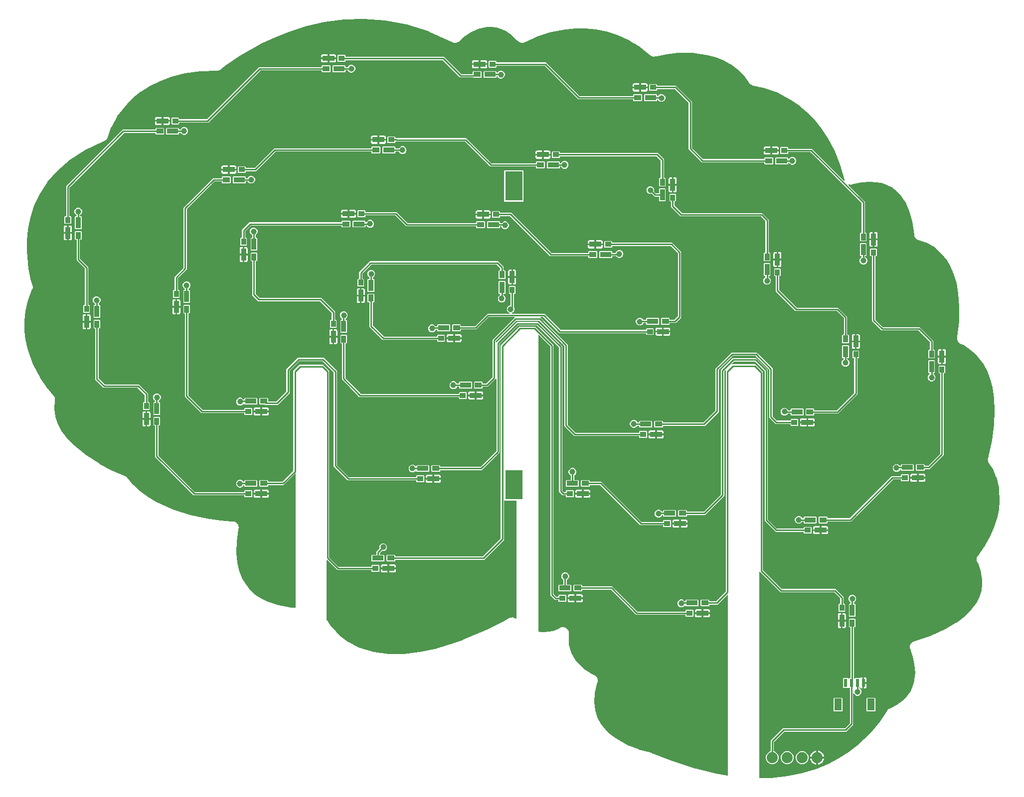
<source format=gbl>
G04 EAGLE Gerber RS-274X export*
G75*
%MOMM*%
%FSLAX34Y34*%
%LPD*%
%INBottom Copper*%
%IPPOS*%
%AMOC8*
5,1,8,0,0,1.08239X$1,22.5*%
G01*
%ADD10R,0.850000X1.900000*%
%ADD11R,0.850000X1.000000*%
%ADD12R,0.850000X1.150000*%
%ADD13R,0.850000X2.000000*%
%ADD14R,1.900000X0.850000*%
%ADD15R,1.000000X0.850000*%
%ADD16R,1.150000X0.850000*%
%ADD17R,2.000000X0.850000*%
%ADD18R,1.200000X2.000000*%
%ADD19R,0.600000X1.350000*%
%ADD20C,1.879600*%
%ADD21R,3.000000X5.000000*%
%ADD22C,1.006400*%
%ADD23C,0.254000*%

G36*
X1280783Y16221D02*
X1280783Y16221D01*
X1280808Y16225D01*
X1280855Y16225D01*
X1308527Y19140D01*
X1308552Y19147D01*
X1308600Y19151D01*
X1333829Y24302D01*
X1333853Y24311D01*
X1333900Y24320D01*
X1356783Y31336D01*
X1356806Y31347D01*
X1356851Y31360D01*
X1377485Y39879D01*
X1377506Y39892D01*
X1377547Y39908D01*
X1396017Y49569D01*
X1396036Y49584D01*
X1396074Y49602D01*
X1412461Y60051D01*
X1412478Y60066D01*
X1412512Y60086D01*
X1426746Y70855D01*
X1426765Y70876D01*
X1426808Y70907D01*
X1449963Y92661D01*
X1449982Y92686D01*
X1450028Y92730D01*
X1465669Y111582D01*
X1465684Y111609D01*
X1465724Y111657D01*
X1477137Y129449D01*
X1477142Y129461D01*
X1477150Y129470D01*
X1477220Y129623D01*
X1477419Y130231D01*
X1478250Y131197D01*
X1478267Y131225D01*
X1478313Y131282D01*
X1479001Y132354D01*
X1479526Y132720D01*
X1479535Y132729D01*
X1479546Y132734D01*
X1479669Y132849D01*
X1480087Y133335D01*
X1481223Y133909D01*
X1481249Y133928D01*
X1481314Y133964D01*
X1482360Y134691D01*
X1482986Y134827D01*
X1482997Y134832D01*
X1483010Y134833D01*
X1483167Y134892D01*
X1494490Y140617D01*
X1494516Y140636D01*
X1494586Y140675D01*
X1504013Y147341D01*
X1504037Y147364D01*
X1504107Y147419D01*
X1511373Y154541D01*
X1511392Y154567D01*
X1511455Y154636D01*
X1516900Y162102D01*
X1516914Y162131D01*
X1516964Y162207D01*
X1520881Y169951D01*
X1520891Y169983D01*
X1520925Y170057D01*
X1523440Y177714D01*
X1523444Y177740D01*
X1523472Y177857D01*
X1525550Y194390D01*
X1525549Y194411D01*
X1525554Y194542D01*
X1524393Y209779D01*
X1524385Y209811D01*
X1524377Y209887D01*
X1521540Y222537D01*
X1521528Y222565D01*
X1521513Y222627D01*
X1517772Y233055D01*
X1517743Y233109D01*
X1517722Y233166D01*
X1517689Y233213D01*
X1517034Y235112D01*
X1517033Y235116D01*
X1517031Y235121D01*
X1516355Y237006D01*
X1516356Y237024D01*
X1516343Y237080D01*
X1516465Y239085D01*
X1516465Y239089D01*
X1516466Y239094D01*
X1516562Y241095D01*
X1516570Y241111D01*
X1516580Y241168D01*
X1517459Y242972D01*
X1517460Y242976D01*
X1517463Y242981D01*
X1518318Y244793D01*
X1518331Y244805D01*
X1518362Y244854D01*
X1519865Y246184D01*
X1519868Y246187D01*
X1519872Y246191D01*
X1521356Y247537D01*
X1521373Y247543D01*
X1521420Y247577D01*
X1523319Y248231D01*
X1523322Y248233D01*
X1523328Y248235D01*
X1525212Y248911D01*
X1525230Y248910D01*
X1525321Y248930D01*
X1525353Y248934D01*
X1525368Y248941D01*
X1525394Y248947D01*
X1552622Y258333D01*
X1552644Y258345D01*
X1552686Y258359D01*
X1576405Y269003D01*
X1576428Y269018D01*
X1576477Y269039D01*
X1595513Y280127D01*
X1595537Y280147D01*
X1595591Y280179D01*
X1610410Y291451D01*
X1610432Y291475D01*
X1610490Y291521D01*
X1621594Y302736D01*
X1621613Y302763D01*
X1621670Y302826D01*
X1629591Y313788D01*
X1629606Y313817D01*
X1629655Y313894D01*
X1634926Y324467D01*
X1634935Y324498D01*
X1634972Y324583D01*
X1638082Y334685D01*
X1638086Y334718D01*
X1638108Y334801D01*
X1639482Y344354D01*
X1639482Y344387D01*
X1639490Y344462D01*
X1639500Y353076D01*
X1639495Y353107D01*
X1639489Y353209D01*
X1636770Y368715D01*
X1636760Y368743D01*
X1636733Y368848D01*
X1632982Y378965D01*
X1632967Y378991D01*
X1632945Y379049D01*
X1631317Y382203D01*
X1631300Y382225D01*
X1631277Y382272D01*
X1630471Y383497D01*
X1630388Y383934D01*
X1630379Y383958D01*
X1630377Y383984D01*
X1630317Y384140D01*
X1630112Y384536D01*
X1629990Y385997D01*
X1629983Y386024D01*
X1629979Y386076D01*
X1629704Y387516D01*
X1629794Y387952D01*
X1629795Y387978D01*
X1629803Y388002D01*
X1629807Y388170D01*
X1629770Y388614D01*
X1630216Y390010D01*
X1630220Y390038D01*
X1630236Y390087D01*
X1630533Y391523D01*
X1630623Y391656D01*
X1630783Y391891D01*
X1630794Y391915D01*
X1630810Y391935D01*
X1630879Y392088D01*
X1631014Y392512D01*
X1631960Y393631D01*
X1631974Y393655D01*
X1632008Y393695D01*
X1632174Y393940D01*
X1632175Y393940D01*
X1632692Y394701D01*
X1632692Y394702D01*
X1633209Y395462D01*
X1633209Y395463D01*
X1633726Y396224D01*
X1634243Y396985D01*
X1634760Y397746D01*
X1635277Y398507D01*
X1635277Y398508D01*
X1635794Y399269D01*
X1635795Y399269D01*
X1636311Y400030D01*
X1636312Y400030D01*
X1636829Y400791D01*
X1636829Y400792D01*
X1637346Y401552D01*
X1637346Y401553D01*
X1637863Y402314D01*
X1638380Y403075D01*
X1638897Y403836D01*
X1639414Y404597D01*
X1639414Y404598D01*
X1639931Y405359D01*
X1639932Y405359D01*
X1640448Y406120D01*
X1640449Y406120D01*
X1640966Y406881D01*
X1640966Y406882D01*
X1641483Y407642D01*
X1641483Y407643D01*
X1642000Y408404D01*
X1642517Y409165D01*
X1643034Y409926D01*
X1643551Y410687D01*
X1643551Y410688D01*
X1644068Y411449D01*
X1644069Y411449D01*
X1644073Y411455D01*
X1644083Y411478D01*
X1644109Y411515D01*
X1653452Y428428D01*
X1653461Y428453D01*
X1653485Y428495D01*
X1660349Y444430D01*
X1660356Y444457D01*
X1660377Y444503D01*
X1665064Y459431D01*
X1665068Y459459D01*
X1665084Y459508D01*
X1667892Y473407D01*
X1667893Y473435D01*
X1667903Y473487D01*
X1669090Y486079D01*
X1669088Y486112D01*
X1669093Y486194D01*
X1667795Y509022D01*
X1667789Y509050D01*
X1667774Y509162D01*
X1663287Y527234D01*
X1663274Y527264D01*
X1663248Y527348D01*
X1657653Y540494D01*
X1657635Y540522D01*
X1657598Y540599D01*
X1650399Y552124D01*
X1650398Y552126D01*
X1650396Y552130D01*
X1649308Y553838D01*
X1649296Y553862D01*
X1648961Y555871D01*
X1648960Y555873D01*
X1648959Y555877D01*
X1648608Y557872D01*
X1648606Y557898D01*
X1649065Y559881D01*
X1649065Y559884D01*
X1649066Y559888D01*
X1655776Y590152D01*
X1655778Y590175D01*
X1655787Y590212D01*
X1659501Y616918D01*
X1659500Y616943D01*
X1659507Y616985D01*
X1660674Y640631D01*
X1660671Y640656D01*
X1660674Y640705D01*
X1659672Y661456D01*
X1659666Y661483D01*
X1659664Y661536D01*
X1656866Y679575D01*
X1656857Y679603D01*
X1656849Y679658D01*
X1652623Y695181D01*
X1652610Y695208D01*
X1652595Y695265D01*
X1647292Y708475D01*
X1647276Y708500D01*
X1647254Y708555D01*
X1641345Y719405D01*
X1641325Y719431D01*
X1641276Y719511D01*
X1627997Y736439D01*
X1627983Y736452D01*
X1627889Y736551D01*
X1615614Y746920D01*
X1615587Y746937D01*
X1615510Y746995D01*
X1606548Y752276D01*
X1606519Y752287D01*
X1606463Y752319D01*
X1604562Y753139D01*
X1604533Y753147D01*
X1604505Y753161D01*
X1604341Y753197D01*
X1603974Y753236D01*
X1602621Y753974D01*
X1602598Y753982D01*
X1602559Y754004D01*
X1601144Y754615D01*
X1600887Y754879D01*
X1600862Y754898D01*
X1600843Y754921D01*
X1600705Y755017D01*
X1600381Y755194D01*
X1599413Y756393D01*
X1599394Y756409D01*
X1599367Y756445D01*
X1598293Y757550D01*
X1598157Y757893D01*
X1598141Y757919D01*
X1598132Y757949D01*
X1598042Y758090D01*
X1597810Y758377D01*
X1597374Y759855D01*
X1597364Y759878D01*
X1597352Y759921D01*
X1596783Y761353D01*
X1596788Y761722D01*
X1596784Y761752D01*
X1596787Y761783D01*
X1596757Y761948D01*
X1596653Y762302D01*
X1596816Y763834D01*
X1596815Y763859D01*
X1596820Y763904D01*
X1596843Y765445D01*
X1596989Y765783D01*
X1596997Y765813D01*
X1597011Y765840D01*
X1597047Y766004D01*
X1599893Y792742D01*
X1599892Y792765D01*
X1599897Y792805D01*
X1600441Y817396D01*
X1600438Y817421D01*
X1600439Y817467D01*
X1598896Y838850D01*
X1598890Y838877D01*
X1598886Y838929D01*
X1595606Y857322D01*
X1595596Y857350D01*
X1595586Y857406D01*
X1590915Y873041D01*
X1590901Y873068D01*
X1590883Y873127D01*
X1585153Y886253D01*
X1585136Y886279D01*
X1585109Y886338D01*
X1578632Y897213D01*
X1578612Y897237D01*
X1578578Y897292D01*
X1571827Y905930D01*
X1571804Y905951D01*
X1571735Y906029D01*
X1557264Y918975D01*
X1557255Y918981D01*
X1557133Y919070D01*
X1544503Y926248D01*
X1544486Y926255D01*
X1544361Y926311D01*
X1530992Y930622D01*
X1530974Y930625D01*
X1530947Y930635D01*
X1529294Y931058D01*
X1529134Y931178D01*
X1529097Y931198D01*
X1529064Y931225D01*
X1528924Y931287D01*
X1528916Y931292D01*
X1528914Y931292D01*
X1528911Y931293D01*
X1528721Y931355D01*
X1527421Y932460D01*
X1527406Y932469D01*
X1527385Y932489D01*
X1526019Y933513D01*
X1525918Y933684D01*
X1525891Y933717D01*
X1525871Y933754D01*
X1525766Y933866D01*
X1525760Y933873D01*
X1525758Y933874D01*
X1525756Y933876D01*
X1525604Y934005D01*
X1524826Y935524D01*
X1524815Y935538D01*
X1524803Y935565D01*
X1523934Y937033D01*
X1523905Y937230D01*
X1523893Y937271D01*
X1523889Y937313D01*
X1523855Y937403D01*
X1523851Y937419D01*
X1523844Y937431D01*
X1523835Y937456D01*
X1523832Y937465D01*
X1523830Y937467D01*
X1523829Y937470D01*
X1523738Y937647D01*
X1523601Y939348D01*
X1523596Y939365D01*
X1523596Y939394D01*
X1520465Y961263D01*
X1520456Y961293D01*
X1520446Y961354D01*
X1515633Y979129D01*
X1515620Y979159D01*
X1515597Y979231D01*
X1509443Y993492D01*
X1509426Y993519D01*
X1509385Y993601D01*
X1502237Y1004763D01*
X1502217Y1004786D01*
X1502156Y1004869D01*
X1494292Y1013392D01*
X1494269Y1013410D01*
X1494192Y1013483D01*
X1485803Y1019814D01*
X1485774Y1019829D01*
X1485692Y1019884D01*
X1476914Y1024397D01*
X1476882Y1024407D01*
X1476805Y1024442D01*
X1468083Y1027325D01*
X1468057Y1027329D01*
X1467941Y1027357D01*
X1449674Y1029708D01*
X1449649Y1029707D01*
X1449527Y1029712D01*
X1434003Y1028695D01*
X1433971Y1028688D01*
X1433883Y1028678D01*
X1418260Y1025107D01*
X1418244Y1025100D01*
X1418216Y1025095D01*
X1416568Y1024614D01*
X1416380Y1024634D01*
X1416338Y1024632D01*
X1416295Y1024639D01*
X1416146Y1024622D01*
X1416135Y1024621D01*
X1416132Y1024620D01*
X1416128Y1024619D01*
X1415944Y1024577D01*
X1414252Y1024864D01*
X1414235Y1024864D01*
X1414207Y1024871D01*
X1412621Y1025043D01*
X1412509Y1025037D01*
X1412396Y1025034D01*
X1412386Y1025031D01*
X1412375Y1025030D01*
X1412271Y1024988D01*
X1412165Y1024950D01*
X1412157Y1024943D01*
X1412147Y1024939D01*
X1412060Y1024866D01*
X1411973Y1024796D01*
X1411967Y1024787D01*
X1411959Y1024780D01*
X1411901Y1024684D01*
X1411840Y1024589D01*
X1411837Y1024579D01*
X1411832Y1024570D01*
X1411807Y1024460D01*
X1411780Y1024351D01*
X1411781Y1024340D01*
X1411778Y1024329D01*
X1411790Y1024217D01*
X1411799Y1024105D01*
X1411803Y1024096D01*
X1411804Y1024085D01*
X1411852Y1023982D01*
X1411895Y1023879D01*
X1411903Y1023869D01*
X1411907Y1023861D01*
X1411925Y1023842D01*
X1412000Y1023748D01*
X1440067Y995682D01*
X1440067Y943822D01*
X1440070Y943802D01*
X1440068Y943783D01*
X1440090Y943681D01*
X1440106Y943579D01*
X1440116Y943562D01*
X1440120Y943542D01*
X1440173Y943453D01*
X1440222Y943362D01*
X1440236Y943348D01*
X1440246Y943331D01*
X1440325Y943264D01*
X1440400Y943192D01*
X1440418Y943184D01*
X1440433Y943171D01*
X1440529Y943132D01*
X1440623Y943089D01*
X1440643Y943087D01*
X1440661Y943079D01*
X1440828Y943061D01*
X1442154Y943061D01*
X1443047Y942168D01*
X1443047Y929404D01*
X1442154Y928511D01*
X1432390Y928511D01*
X1431497Y929404D01*
X1431497Y942168D01*
X1432390Y943061D01*
X1433716Y943061D01*
X1433736Y943064D01*
X1433755Y943062D01*
X1433857Y943084D01*
X1433959Y943100D01*
X1433976Y943110D01*
X1433996Y943114D01*
X1434085Y943167D01*
X1434176Y943216D01*
X1434190Y943230D01*
X1434207Y943240D01*
X1434274Y943319D01*
X1434346Y943394D01*
X1434354Y943412D01*
X1434367Y943427D01*
X1434406Y943523D01*
X1434449Y943617D01*
X1434451Y943637D01*
X1434459Y943655D01*
X1434477Y943822D01*
X1434477Y993051D01*
X1434463Y993141D01*
X1434455Y993232D01*
X1434443Y993262D01*
X1434438Y993294D01*
X1434395Y993374D01*
X1434359Y993458D01*
X1434333Y993490D01*
X1434322Y993511D01*
X1434299Y993533D01*
X1434254Y993589D01*
X1348199Y1079644D01*
X1348125Y1079697D01*
X1348056Y1079757D01*
X1348026Y1079769D01*
X1348000Y1079788D01*
X1347913Y1079815D01*
X1347828Y1079849D01*
X1347787Y1079853D01*
X1347765Y1079860D01*
X1347732Y1079859D01*
X1347661Y1079867D01*
X1310344Y1079867D01*
X1310324Y1079864D01*
X1310305Y1079866D01*
X1310203Y1079844D01*
X1310101Y1079828D01*
X1310084Y1079818D01*
X1310064Y1079814D01*
X1309975Y1079761D01*
X1309884Y1079712D01*
X1309870Y1079698D01*
X1309853Y1079688D01*
X1309786Y1079609D01*
X1309714Y1079534D01*
X1309706Y1079516D01*
X1309693Y1079501D01*
X1309654Y1079405D01*
X1309611Y1079311D01*
X1309609Y1079291D01*
X1309601Y1079273D01*
X1309583Y1079106D01*
X1309583Y1077780D01*
X1308690Y1076887D01*
X1297426Y1076887D01*
X1296533Y1077780D01*
X1296533Y1087544D01*
X1297426Y1088437D01*
X1308690Y1088437D01*
X1309583Y1087544D01*
X1309583Y1086218D01*
X1309586Y1086198D01*
X1309584Y1086179D01*
X1309606Y1086077D01*
X1309622Y1085975D01*
X1309632Y1085958D01*
X1309636Y1085938D01*
X1309689Y1085849D01*
X1309738Y1085758D01*
X1309752Y1085744D01*
X1309762Y1085727D01*
X1309841Y1085660D01*
X1309916Y1085588D01*
X1309934Y1085580D01*
X1309949Y1085567D01*
X1310045Y1085528D01*
X1310139Y1085485D01*
X1310159Y1085483D01*
X1310177Y1085475D01*
X1310344Y1085457D01*
X1350292Y1085457D01*
X1404532Y1031216D01*
X1404560Y1031196D01*
X1404582Y1031171D01*
X1404659Y1031125D01*
X1404732Y1031072D01*
X1404764Y1031062D01*
X1404794Y1031045D01*
X1404881Y1031026D01*
X1404967Y1031000D01*
X1405001Y1031001D01*
X1405034Y1030994D01*
X1405123Y1031004D01*
X1405213Y1031006D01*
X1405245Y1031018D01*
X1405279Y1031022D01*
X1405360Y1031060D01*
X1405444Y1031091D01*
X1405471Y1031112D01*
X1405501Y1031126D01*
X1405566Y1031188D01*
X1405636Y1031245D01*
X1405654Y1031273D01*
X1405679Y1031296D01*
X1405721Y1031376D01*
X1405769Y1031451D01*
X1405777Y1031484D01*
X1405793Y1031514D01*
X1405807Y1031603D01*
X1405829Y1031690D01*
X1405827Y1031724D01*
X1405832Y1031757D01*
X1405813Y1031924D01*
X1405693Y1032447D01*
X1405687Y1032463D01*
X1405682Y1032491D01*
X1397862Y1059250D01*
X1397850Y1059273D01*
X1397837Y1059320D01*
X1388445Y1082707D01*
X1388431Y1082730D01*
X1388413Y1082777D01*
X1377707Y1103196D01*
X1377691Y1103218D01*
X1377668Y1103263D01*
X1365949Y1120939D01*
X1365931Y1120959D01*
X1365903Y1121001D01*
X1353463Y1136155D01*
X1353443Y1136173D01*
X1353412Y1136211D01*
X1340534Y1149058D01*
X1340513Y1149073D01*
X1340480Y1149107D01*
X1327448Y1159848D01*
X1327427Y1159860D01*
X1327393Y1159889D01*
X1314656Y1168606D01*
X1314629Y1168619D01*
X1314578Y1168653D01*
X1290104Y1181438D01*
X1290073Y1181449D01*
X1290008Y1181480D01*
X1269960Y1188655D01*
X1269928Y1188661D01*
X1269861Y1188683D01*
X1250749Y1192743D01*
X1250731Y1192744D01*
X1250704Y1192751D01*
X1249009Y1193006D01*
X1248845Y1193105D01*
X1248805Y1193121D01*
X1248770Y1193145D01*
X1248626Y1193192D01*
X1248616Y1193196D01*
X1248614Y1193196D01*
X1248610Y1193197D01*
X1248423Y1193237D01*
X1247010Y1194208D01*
X1246995Y1194215D01*
X1246972Y1194233D01*
X1245503Y1195117D01*
X1245390Y1195271D01*
X1245359Y1195301D01*
X1245335Y1195336D01*
X1245221Y1195435D01*
X1245213Y1195443D01*
X1245211Y1195444D01*
X1245208Y1195446D01*
X1245050Y1195555D01*
X1244117Y1196992D01*
X1244105Y1197005D01*
X1244091Y1197029D01*
X1234308Y1210275D01*
X1234284Y1210298D01*
X1234232Y1210363D01*
X1223646Y1220888D01*
X1223619Y1220907D01*
X1223561Y1220961D01*
X1212053Y1229444D01*
X1212024Y1229459D01*
X1211965Y1229500D01*
X1199714Y1236169D01*
X1199685Y1236179D01*
X1199629Y1236208D01*
X1186832Y1241253D01*
X1186805Y1241259D01*
X1186754Y1241279D01*
X1173853Y1244817D01*
X1173822Y1244820D01*
X1173754Y1244837D01*
X1147350Y1248416D01*
X1147318Y1248415D01*
X1147245Y1248423D01*
X1123125Y1248331D01*
X1123098Y1248327D01*
X1123047Y1248327D01*
X1103260Y1246212D01*
X1103236Y1246205D01*
X1103191Y1246201D01*
X1086122Y1242768D01*
X1086089Y1242755D01*
X1086054Y1242751D01*
X1085899Y1242685D01*
X1085637Y1242538D01*
X1084041Y1242347D01*
X1084020Y1242341D01*
X1083981Y1242337D01*
X1082406Y1242020D01*
X1082110Y1242078D01*
X1082075Y1242079D01*
X1082041Y1242089D01*
X1081873Y1242087D01*
X1081574Y1242051D01*
X1080026Y1242486D01*
X1080004Y1242488D01*
X1079968Y1242500D01*
X1078391Y1242810D01*
X1078140Y1242977D01*
X1078108Y1242991D01*
X1078080Y1243013D01*
X1077924Y1243076D01*
X1077634Y1243157D01*
X1076371Y1244150D01*
X1076351Y1244161D01*
X1076322Y1244186D01*
X1074983Y1245076D01*
X1074816Y1245326D01*
X1074791Y1245352D01*
X1074774Y1245382D01*
X1074654Y1245500D01*
X1056894Y1259463D01*
X1056867Y1259478D01*
X1056818Y1259516D01*
X1055094Y1260560D01*
X1053837Y1261321D01*
X1052581Y1262083D01*
X1051325Y1262844D01*
X1051324Y1262844D01*
X1050068Y1263605D01*
X1048812Y1264366D01*
X1048812Y1264367D01*
X1047555Y1265128D01*
X1046299Y1265889D01*
X1045043Y1266650D01*
X1045042Y1266650D01*
X1043786Y1267411D01*
X1042530Y1268173D01*
X1041273Y1268934D01*
X1040017Y1269695D01*
X1038761Y1270456D01*
X1038760Y1270456D01*
X1038121Y1270844D01*
X1038093Y1270855D01*
X1038039Y1270887D01*
X1019416Y1279272D01*
X1019387Y1279280D01*
X1019332Y1279304D01*
X1000928Y1285093D01*
X1000899Y1285097D01*
X1000845Y1285114D01*
X982813Y1288632D01*
X982785Y1288633D01*
X982735Y1288643D01*
X965237Y1290205D01*
X965212Y1290203D01*
X965166Y1290208D01*
X948385Y1290121D01*
X948362Y1290117D01*
X948320Y1290118D01*
X932625Y1288704D01*
X932598Y1288697D01*
X932544Y1288692D01*
X904120Y1283014D01*
X904092Y1283003D01*
X904033Y1282991D01*
X882068Y1275825D01*
X882042Y1275812D01*
X881990Y1275795D01*
X864039Y1267662D01*
X863987Y1267628D01*
X863930Y1267602D01*
X863908Y1267583D01*
X862045Y1266759D01*
X862043Y1266757D01*
X862039Y1266756D01*
X860193Y1265920D01*
X860170Y1265912D01*
X858133Y1265864D01*
X858130Y1265863D01*
X858126Y1265864D01*
X856101Y1265797D01*
X856076Y1265799D01*
X854176Y1266534D01*
X854173Y1266535D01*
X854169Y1266536D01*
X852273Y1267250D01*
X852251Y1267262D01*
X850778Y1268667D01*
X850775Y1268668D01*
X850773Y1268671D01*
X849293Y1270057D01*
X849238Y1270123D01*
X849220Y1270150D01*
X849206Y1270160D01*
X849188Y1270182D01*
X840688Y1278285D01*
X840662Y1278304D01*
X840605Y1278354D01*
X831412Y1284911D01*
X831398Y1284918D01*
X831395Y1284920D01*
X831383Y1284925D01*
X831382Y1284926D01*
X831310Y1284972D01*
X822532Y1289353D01*
X822500Y1289362D01*
X822415Y1289399D01*
X814040Y1291969D01*
X814007Y1291973D01*
X813917Y1291995D01*
X805891Y1293065D01*
X805858Y1293064D01*
X805772Y1293072D01*
X798385Y1292894D01*
X798365Y1292891D01*
X798232Y1292875D01*
X783309Y1289433D01*
X783300Y1289430D01*
X783155Y1289380D01*
X770484Y1283407D01*
X770456Y1283389D01*
X770382Y1283349D01*
X760497Y1276670D01*
X760474Y1276648D01*
X760418Y1276609D01*
X751335Y1268559D01*
X751330Y1268552D01*
X751318Y1268543D01*
X749950Y1267254D01*
X749930Y1267247D01*
X749883Y1267220D01*
X749832Y1267201D01*
X749743Y1267138D01*
X749717Y1267124D01*
X749710Y1267115D01*
X749695Y1267105D01*
X749679Y1267091D01*
X747903Y1266477D01*
X747895Y1266473D01*
X747881Y1266470D01*
X746124Y1265803D01*
X746103Y1265803D01*
X746049Y1265796D01*
X745995Y1265799D01*
X745888Y1265775D01*
X745859Y1265771D01*
X745849Y1265766D01*
X745831Y1265762D01*
X745812Y1265755D01*
X743935Y1265868D01*
X743926Y1265867D01*
X743912Y1265869D01*
X742034Y1265926D01*
X742015Y1265934D01*
X741962Y1265948D01*
X741913Y1265972D01*
X741884Y1265977D01*
X741874Y1265981D01*
X741835Y1265985D01*
X741806Y1265990D01*
X741777Y1265998D01*
X741766Y1265997D01*
X741748Y1266000D01*
X741727Y1266001D01*
X740037Y1266824D01*
X740028Y1266826D01*
X740016Y1266834D01*
X700392Y1284661D01*
X700363Y1284669D01*
X700308Y1284694D01*
X662128Y1296679D01*
X662099Y1296683D01*
X662042Y1296701D01*
X625048Y1303688D01*
X625018Y1303689D01*
X624962Y1303699D01*
X589332Y1306320D01*
X589304Y1306318D01*
X589251Y1306322D01*
X555175Y1305191D01*
X555149Y1305186D01*
X555101Y1305185D01*
X522783Y1300912D01*
X522759Y1300905D01*
X522716Y1300900D01*
X492375Y1294093D01*
X492355Y1294085D01*
X492316Y1294077D01*
X464183Y1285347D01*
X464165Y1285338D01*
X464131Y1285329D01*
X438441Y1275292D01*
X438426Y1275283D01*
X438397Y1275273D01*
X415505Y1264607D01*
X415487Y1264594D01*
X415452Y1264579D01*
X378286Y1243507D01*
X378267Y1243492D01*
X378229Y1243471D01*
X354802Y1227298D01*
X354788Y1227285D01*
X354762Y1227268D01*
X347297Y1221361D01*
X347275Y1221337D01*
X347207Y1221278D01*
X346430Y1220426D01*
X345739Y1220103D01*
X345736Y1220101D01*
X345732Y1220100D01*
X345590Y1220011D01*
X344992Y1219538D01*
X343883Y1219223D01*
X343853Y1219209D01*
X343768Y1219180D01*
X342724Y1218691D01*
X341963Y1218656D01*
X341959Y1218655D01*
X341954Y1218656D01*
X341789Y1218628D01*
X341056Y1218420D01*
X339911Y1218553D01*
X339878Y1218552D01*
X339788Y1218558D01*
X311357Y1217268D01*
X311331Y1217263D01*
X311283Y1217262D01*
X285622Y1213592D01*
X285596Y1213584D01*
X285545Y1213577D01*
X262859Y1207912D01*
X262833Y1207901D01*
X262781Y1207888D01*
X242870Y1200588D01*
X242845Y1200574D01*
X242794Y1200555D01*
X225455Y1191963D01*
X225432Y1191947D01*
X225383Y1191923D01*
X210418Y1182373D01*
X210397Y1182355D01*
X210353Y1182327D01*
X197572Y1172142D01*
X197554Y1172123D01*
X197515Y1172092D01*
X186904Y1161751D01*
X186885Y1161726D01*
X186836Y1161676D01*
X170489Y1140805D01*
X170473Y1140776D01*
X170423Y1140707D01*
X160478Y1122880D01*
X160467Y1122849D01*
X160430Y1122776D01*
X153703Y1104815D01*
X153702Y1104810D01*
X153699Y1104802D01*
X153042Y1102947D01*
X153010Y1102912D01*
X152966Y1102824D01*
X152960Y1102816D01*
X151623Y1101383D01*
X151620Y1101379D01*
X151614Y1101373D01*
X150297Y1099910D01*
X150254Y1099890D01*
X150180Y1099826D01*
X150171Y1099820D01*
X148388Y1099009D01*
X148384Y1099006D01*
X148375Y1099003D01*
X116120Y1083604D01*
X116094Y1083586D01*
X116035Y1083556D01*
X89798Y1066633D01*
X89774Y1066612D01*
X89714Y1066571D01*
X68469Y1048306D01*
X68447Y1048281D01*
X68392Y1048229D01*
X51590Y1028996D01*
X51573Y1028968D01*
X51538Y1028926D01*
X51530Y1028917D01*
X51528Y1028914D01*
X51525Y1028910D01*
X38640Y1009051D01*
X38627Y1009021D01*
X38589Y1008960D01*
X29128Y988802D01*
X29119Y988772D01*
X29093Y988712D01*
X22600Y968592D01*
X22597Y968571D01*
X22590Y968556D01*
X22588Y968539D01*
X22578Y968508D01*
X18621Y948788D01*
X18620Y948762D01*
X18610Y948713D01*
X16764Y929780D01*
X16765Y929756D01*
X16760Y929713D01*
X16599Y912148D01*
X16603Y912120D01*
X16603Y912067D01*
X19599Y881621D01*
X19607Y881592D01*
X19613Y881535D01*
X23999Y861168D01*
X24007Y861148D01*
X24014Y861109D01*
X26040Y854378D01*
X26054Y854349D01*
X26076Y854282D01*
X26614Y853099D01*
X26636Y852485D01*
X26638Y852471D01*
X26637Y852457D01*
X26667Y852292D01*
X26845Y851704D01*
X26714Y850411D01*
X26716Y850379D01*
X26711Y850308D01*
X26756Y849010D01*
X26540Y848434D01*
X26538Y848420D01*
X26531Y848408D01*
X26496Y848244D01*
X26434Y847632D01*
X25819Y846488D01*
X25809Y846457D01*
X25777Y846394D01*
X18911Y828050D01*
X18905Y828020D01*
X18883Y827961D01*
X14616Y810185D01*
X14614Y810155D01*
X14600Y810095D01*
X12633Y792998D01*
X12634Y792968D01*
X12628Y792910D01*
X12656Y776532D01*
X12660Y776504D01*
X12660Y776491D01*
X12659Y776476D01*
X12660Y776469D01*
X12660Y776450D01*
X14391Y760847D01*
X14398Y760821D01*
X14403Y760772D01*
X17506Y746227D01*
X17518Y746198D01*
X17533Y746132D01*
X27021Y719258D01*
X27037Y719229D01*
X27064Y719158D01*
X38616Y697099D01*
X38633Y697076D01*
X38659Y697026D01*
X49864Y680441D01*
X49882Y680421D01*
X49911Y680377D01*
X62080Y665882D01*
X62081Y665881D01*
X62082Y665879D01*
X63405Y664318D01*
X64020Y662368D01*
X64021Y662367D01*
X64021Y662365D01*
X64646Y660417D01*
X64468Y658380D01*
X64468Y658378D01*
X64468Y658376D01*
X63247Y643589D01*
X63248Y643576D01*
X63251Y643429D01*
X64915Y630541D01*
X64922Y630517D01*
X64948Y630396D01*
X69089Y618070D01*
X69104Y618042D01*
X69140Y617952D01*
X75504Y606124D01*
X75524Y606098D01*
X75561Y606034D01*
X83855Y594757D01*
X83876Y594737D01*
X83911Y594690D01*
X93635Y584220D01*
X93660Y584201D01*
X93707Y584152D01*
X116691Y565083D01*
X116718Y565067D01*
X116767Y565027D01*
X140629Y549786D01*
X140642Y549781D01*
X140650Y549774D01*
X140663Y549768D01*
X140685Y549753D01*
X162003Y538589D01*
X162023Y538582D01*
X162054Y538565D01*
X181984Y529927D01*
X182018Y529918D01*
X182049Y529902D01*
X182098Y529892D01*
X182105Y529889D01*
X182119Y529888D01*
X182214Y529868D01*
X182518Y529838D01*
X183933Y529085D01*
X183954Y529078D01*
X183988Y529059D01*
X185458Y528421D01*
X185671Y528202D01*
X185699Y528181D01*
X185722Y528154D01*
X185860Y528059D01*
X186130Y527916D01*
X187149Y526678D01*
X187166Y526664D01*
X187189Y526633D01*
X188304Y525481D01*
X188417Y525197D01*
X188435Y525167D01*
X188445Y525133D01*
X188537Y524993D01*
X197632Y513950D01*
X197656Y513929D01*
X197701Y513877D01*
X208989Y503368D01*
X209014Y503352D01*
X209056Y503313D01*
X221702Y493989D01*
X221726Y493977D01*
X221764Y493948D01*
X235316Y485864D01*
X235344Y485853D01*
X235395Y485823D01*
X265018Y472578D01*
X265047Y472570D01*
X265103Y472546D01*
X294937Y463288D01*
X294961Y463285D01*
X295002Y463271D01*
X322662Y457288D01*
X322681Y457287D01*
X322711Y457279D01*
X345523Y453905D01*
X345541Y453906D01*
X345569Y453900D01*
X365168Y452212D01*
X365217Y452215D01*
X365264Y452209D01*
X365391Y452229D01*
X365414Y452230D01*
X365420Y452233D01*
X365430Y452235D01*
X365537Y452263D01*
X367314Y452027D01*
X367328Y452028D01*
X367349Y452024D01*
X369135Y451870D01*
X369233Y451819D01*
X369279Y451804D01*
X369321Y451780D01*
X369445Y451750D01*
X369467Y451742D01*
X369474Y451743D01*
X369484Y451740D01*
X369593Y451726D01*
X371145Y450828D01*
X371158Y450823D01*
X371176Y450811D01*
X372767Y449985D01*
X372838Y449901D01*
X372875Y449869D01*
X372905Y449831D01*
X373008Y449756D01*
X373025Y449741D01*
X373031Y449738D01*
X373040Y449732D01*
X373135Y449677D01*
X374226Y448253D01*
X374236Y448244D01*
X374247Y448226D01*
X375402Y446854D01*
X375435Y446749D01*
X375457Y446706D01*
X375470Y446660D01*
X375536Y446550D01*
X375546Y446530D01*
X375551Y446525D01*
X375557Y446516D01*
X375624Y446428D01*
X376086Y444696D01*
X376092Y444683D01*
X376096Y444662D01*
X376637Y442953D01*
X376628Y442843D01*
X376632Y442795D01*
X376626Y442747D01*
X376645Y442621D01*
X376647Y442598D01*
X376649Y442592D01*
X376651Y442582D01*
X376679Y442475D01*
X376444Y440697D01*
X376444Y440684D01*
X376440Y440663D01*
X376286Y438876D01*
X376236Y438778D01*
X376221Y438733D01*
X376197Y438691D01*
X376166Y438566D01*
X376159Y438545D01*
X376159Y438538D01*
X376157Y438528D01*
X373442Y418038D01*
X373443Y418010D01*
X373436Y417957D01*
X372939Y398716D01*
X372943Y398685D01*
X372942Y398623D01*
X374549Y381896D01*
X374558Y381865D01*
X374566Y381793D01*
X377977Y367391D01*
X377990Y367361D01*
X378011Y367283D01*
X382948Y354976D01*
X382965Y354948D01*
X383000Y354870D01*
X389230Y344404D01*
X389252Y344379D01*
X389298Y344308D01*
X396644Y335442D01*
X396669Y335420D01*
X396721Y335361D01*
X405035Y327896D01*
X405062Y327879D01*
X405115Y327833D01*
X414247Y321623D01*
X414274Y321611D01*
X414325Y321577D01*
X423883Y316624D01*
X423914Y316614D01*
X423986Y316580D01*
X444905Y309397D01*
X444937Y309391D01*
X445017Y309367D01*
X465456Y305688D01*
X465485Y305688D01*
X465541Y305678D01*
X472478Y305220D01*
X472523Y305224D01*
X472568Y305219D01*
X472645Y305236D01*
X472723Y305243D01*
X472764Y305262D01*
X472808Y305271D01*
X472876Y305312D01*
X472948Y305344D01*
X472981Y305374D01*
X473020Y305397D01*
X473071Y305457D01*
X473129Y305511D01*
X473150Y305550D01*
X473179Y305584D01*
X473209Y305657D01*
X473247Y305726D01*
X473255Y305771D01*
X473271Y305813D01*
X473287Y305952D01*
X473290Y305968D01*
X473289Y305973D01*
X473290Y305979D01*
X473290Y532524D01*
X473278Y532594D01*
X473276Y532666D01*
X473259Y532715D01*
X473250Y532766D01*
X473217Y532830D01*
X473192Y532897D01*
X473159Y532938D01*
X473135Y532984D01*
X473083Y533033D01*
X473038Y533089D01*
X472994Y533117D01*
X472957Y533153D01*
X472892Y533183D01*
X472831Y533222D01*
X472781Y533235D01*
X472734Y533257D01*
X472662Y533265D01*
X472593Y533282D01*
X472541Y533278D01*
X472489Y533284D01*
X472419Y533269D01*
X472348Y533263D01*
X472300Y533243D01*
X472249Y533232D01*
X472187Y533195D01*
X472121Y533167D01*
X472065Y533122D01*
X472038Y533105D01*
X472022Y533088D01*
X471990Y533062D01*
X452884Y513955D01*
X427186Y513955D01*
X427166Y513952D01*
X427147Y513954D01*
X427045Y513932D01*
X426943Y513916D01*
X426926Y513906D01*
X426906Y513902D01*
X426817Y513849D01*
X426726Y513800D01*
X426712Y513786D01*
X426695Y513776D01*
X426628Y513697D01*
X426556Y513622D01*
X426548Y513604D01*
X426535Y513589D01*
X426496Y513493D01*
X426453Y513399D01*
X426451Y513379D01*
X426443Y513361D01*
X426425Y513194D01*
X426425Y511868D01*
X425532Y510975D01*
X412768Y510975D01*
X411875Y511868D01*
X411875Y521632D01*
X412768Y522525D01*
X425532Y522525D01*
X426425Y521632D01*
X426425Y520306D01*
X426428Y520286D01*
X426426Y520267D01*
X426448Y520165D01*
X426464Y520063D01*
X426474Y520046D01*
X426478Y520026D01*
X426531Y519937D01*
X426580Y519846D01*
X426594Y519832D01*
X426604Y519815D01*
X426683Y519748D01*
X426758Y519676D01*
X426776Y519668D01*
X426791Y519655D01*
X426887Y519616D01*
X426981Y519573D01*
X427001Y519571D01*
X427019Y519563D01*
X427186Y519545D01*
X450253Y519545D01*
X450343Y519559D01*
X450434Y519567D01*
X450464Y519579D01*
X450496Y519584D01*
X450576Y519627D01*
X450660Y519663D01*
X450692Y519689D01*
X450713Y519700D01*
X450735Y519723D01*
X450791Y519768D01*
X469003Y537979D01*
X469056Y538053D01*
X469115Y538123D01*
X469128Y538153D01*
X469146Y538179D01*
X469173Y538266D01*
X469207Y538351D01*
X469212Y538392D01*
X469219Y538414D01*
X469218Y538446D01*
X469226Y538517D01*
X469226Y708181D01*
X479410Y718365D01*
X519999Y718365D01*
X530183Y708181D01*
X530183Y391888D01*
X530198Y391798D01*
X530205Y391707D01*
X530218Y391678D01*
X530223Y391646D01*
X530266Y391565D01*
X530301Y391481D01*
X530327Y391449D01*
X530338Y391428D01*
X530361Y391406D01*
X530406Y391350D01*
X546489Y375268D01*
X546563Y375215D01*
X546632Y375155D01*
X546662Y375143D01*
X546688Y375124D01*
X546775Y375097D01*
X546860Y375063D01*
X546901Y375059D01*
X546923Y375052D01*
X546956Y375053D01*
X547027Y375045D01*
X601514Y375045D01*
X601534Y375048D01*
X601553Y375046D01*
X601655Y375068D01*
X601757Y375084D01*
X601774Y375094D01*
X601794Y375098D01*
X601883Y375151D01*
X601974Y375200D01*
X601988Y375214D01*
X602005Y375224D01*
X602072Y375303D01*
X602144Y375378D01*
X602152Y375396D01*
X602165Y375411D01*
X602204Y375507D01*
X602247Y375601D01*
X602249Y375621D01*
X602257Y375639D01*
X602275Y375806D01*
X602275Y377132D01*
X603168Y378025D01*
X614432Y378025D01*
X615325Y377132D01*
X615325Y367368D01*
X614432Y366475D01*
X603168Y366475D01*
X602275Y367368D01*
X602275Y368694D01*
X602272Y368714D01*
X602274Y368733D01*
X602252Y368835D01*
X602236Y368937D01*
X602226Y368954D01*
X602222Y368974D01*
X602169Y369063D01*
X602120Y369154D01*
X602106Y369168D01*
X602096Y369185D01*
X602017Y369252D01*
X601942Y369324D01*
X601924Y369332D01*
X601909Y369345D01*
X601813Y369384D01*
X601719Y369427D01*
X601699Y369429D01*
X601681Y369437D01*
X601514Y369455D01*
X544396Y369455D01*
X542536Y371315D01*
X527419Y386433D01*
X527361Y386475D01*
X527309Y386524D01*
X527261Y386546D01*
X527219Y386576D01*
X527151Y386597D01*
X527085Y386628D01*
X527034Y386633D01*
X526984Y386649D01*
X526912Y386647D01*
X526841Y386655D01*
X526790Y386644D01*
X526738Y386642D01*
X526671Y386618D01*
X526601Y386603D01*
X526556Y386576D01*
X526507Y386558D01*
X526451Y386513D01*
X526390Y386476D01*
X526356Y386437D01*
X526315Y386404D01*
X526276Y386344D01*
X526230Y386289D01*
X526210Y386241D01*
X526182Y386197D01*
X526165Y386128D01*
X526138Y386061D01*
X526130Y385990D01*
X526122Y385959D01*
X526124Y385936D01*
X526119Y385895D01*
X526119Y284613D01*
X526123Y284590D01*
X526121Y284568D01*
X526143Y284469D01*
X526159Y284370D01*
X526170Y284350D01*
X526175Y284328D01*
X526254Y284180D01*
X532774Y274745D01*
X532793Y274724D01*
X532823Y274681D01*
X541642Y264435D01*
X541664Y264417D01*
X541700Y264375D01*
X551125Y255580D01*
X551149Y255564D01*
X551190Y255526D01*
X560953Y248242D01*
X560982Y248226D01*
X561055Y248177D01*
X582889Y236762D01*
X582912Y236754D01*
X583026Y236707D01*
X606430Y229792D01*
X606463Y229788D01*
X606553Y229767D01*
X631407Y226706D01*
X631439Y226708D01*
X631510Y226701D01*
X657292Y227008D01*
X657319Y227013D01*
X657374Y227013D01*
X683495Y230164D01*
X683518Y230170D01*
X683560Y230175D01*
X709409Y235602D01*
X709428Y235610D01*
X709461Y235615D01*
X734432Y242726D01*
X734447Y242733D01*
X734474Y242739D01*
X757868Y250885D01*
X757885Y250894D01*
X757915Y250904D01*
X798260Y268045D01*
X798276Y268055D01*
X798306Y268067D01*
X825638Y281933D01*
X825649Y281941D01*
X825669Y281950D01*
X835686Y287630D01*
X835688Y287632D01*
X835692Y287634D01*
X837436Y288647D01*
X837442Y288648D01*
X837480Y288664D01*
X839489Y288913D01*
X839492Y288914D01*
X839497Y288914D01*
X841494Y289182D01*
X841501Y289181D01*
X841542Y289181D01*
X843494Y288642D01*
X843497Y288642D01*
X843502Y288640D01*
X845449Y288124D01*
X845454Y288120D01*
X845493Y288104D01*
X847089Y286860D01*
X847092Y286858D01*
X847096Y286855D01*
X847169Y286799D01*
X847188Y286789D01*
X847203Y286774D01*
X847296Y286731D01*
X847386Y286683D01*
X847407Y286679D01*
X847426Y286671D01*
X847528Y286659D01*
X847629Y286643D01*
X847650Y286646D01*
X847670Y286644D01*
X847770Y286665D01*
X847872Y286682D01*
X847890Y286691D01*
X847911Y286696D01*
X847999Y286748D01*
X848089Y286796D01*
X848104Y286811D01*
X848122Y286822D01*
X848188Y286900D01*
X848259Y286974D01*
X848268Y286993D01*
X848282Y287009D01*
X848320Y287104D01*
X848364Y287197D01*
X848366Y287218D01*
X848374Y287237D01*
X848392Y287404D01*
X848392Y487102D01*
X848389Y487121D01*
X848391Y487141D01*
X848369Y487242D01*
X848352Y487344D01*
X848343Y487362D01*
X848339Y487381D01*
X848286Y487470D01*
X848237Y487562D01*
X848223Y487575D01*
X848213Y487593D01*
X848134Y487660D01*
X848059Y487731D01*
X848041Y487739D01*
X848026Y487752D01*
X847930Y487791D01*
X847836Y487835D01*
X847816Y487837D01*
X847798Y487844D01*
X847631Y487863D01*
X827972Y487863D01*
X827923Y487878D01*
X827851Y487876D01*
X827779Y487884D01*
X827729Y487873D01*
X827677Y487872D01*
X827609Y487847D01*
X827539Y487832D01*
X827495Y487805D01*
X827446Y487788D01*
X827390Y487743D01*
X827328Y487706D01*
X827294Y487666D01*
X827254Y487634D01*
X827215Y487574D01*
X827168Y487519D01*
X827149Y487471D01*
X827121Y487427D01*
X827103Y487357D01*
X827076Y487291D01*
X827068Y487220D01*
X827060Y487189D01*
X827062Y487165D01*
X827058Y487124D01*
X827058Y420769D01*
X793244Y386955D01*
X643086Y386955D01*
X643066Y386952D01*
X643047Y386954D01*
X642945Y386932D01*
X642843Y386916D01*
X642826Y386906D01*
X642806Y386902D01*
X642717Y386849D01*
X642626Y386800D01*
X642612Y386786D01*
X642595Y386776D01*
X642528Y386697D01*
X642456Y386622D01*
X642448Y386604D01*
X642435Y386589D01*
X642396Y386493D01*
X642353Y386399D01*
X642351Y386379D01*
X642343Y386361D01*
X642325Y386194D01*
X642325Y384868D01*
X641432Y383975D01*
X628668Y383975D01*
X627775Y384868D01*
X627775Y394632D01*
X628668Y395525D01*
X641432Y395525D01*
X642325Y394632D01*
X642325Y393306D01*
X642328Y393286D01*
X642326Y393267D01*
X642348Y393165D01*
X642364Y393063D01*
X642374Y393046D01*
X642378Y393026D01*
X642431Y392937D01*
X642480Y392846D01*
X642494Y392832D01*
X642504Y392815D01*
X642583Y392748D01*
X642658Y392676D01*
X642676Y392668D01*
X642691Y392655D01*
X642787Y392616D01*
X642881Y392573D01*
X642901Y392571D01*
X642919Y392563D01*
X643086Y392545D01*
X790613Y392545D01*
X790703Y392559D01*
X790794Y392567D01*
X790824Y392579D01*
X790856Y392584D01*
X790936Y392627D01*
X791020Y392663D01*
X791052Y392689D01*
X791073Y392700D01*
X791095Y392723D01*
X791151Y392768D01*
X821245Y422862D01*
X821298Y422935D01*
X821358Y423005D01*
X821370Y423035D01*
X821389Y423061D01*
X821415Y423148D01*
X821450Y423233D01*
X821454Y423274D01*
X821461Y423296D01*
X821460Y423329D01*
X821468Y423400D01*
X821468Y751471D01*
X853242Y783245D01*
X880372Y783245D01*
X911384Y752234D01*
X911384Y329273D01*
X911398Y329183D01*
X911405Y329092D01*
X911418Y329062D01*
X911423Y329030D01*
X911466Y328949D01*
X911502Y328866D01*
X911527Y328833D01*
X911538Y328813D01*
X911562Y328791D01*
X911607Y328735D01*
X915874Y324468D01*
X915948Y324415D01*
X916017Y324355D01*
X916047Y324343D01*
X916073Y324324D01*
X916160Y324297D01*
X916245Y324263D01*
X916286Y324259D01*
X916308Y324252D01*
X916341Y324253D01*
X916412Y324245D01*
X919014Y324245D01*
X919034Y324248D01*
X919053Y324246D01*
X919155Y324268D01*
X919257Y324284D01*
X919274Y324294D01*
X919294Y324298D01*
X919383Y324351D01*
X919474Y324400D01*
X919488Y324414D01*
X919505Y324424D01*
X919572Y324503D01*
X919644Y324578D01*
X919652Y324596D01*
X919665Y324611D01*
X919704Y324707D01*
X919747Y324801D01*
X919749Y324821D01*
X919757Y324839D01*
X919775Y325006D01*
X919775Y326332D01*
X920668Y327225D01*
X931932Y327225D01*
X932825Y326332D01*
X932825Y316568D01*
X931932Y315675D01*
X920668Y315675D01*
X919775Y316568D01*
X919775Y317894D01*
X919772Y317914D01*
X919774Y317933D01*
X919752Y318035D01*
X919736Y318137D01*
X919726Y318154D01*
X919722Y318174D01*
X919669Y318263D01*
X919620Y318354D01*
X919606Y318368D01*
X919596Y318385D01*
X919517Y318452D01*
X919442Y318524D01*
X919424Y318532D01*
X919409Y318545D01*
X919313Y318584D01*
X919219Y318627D01*
X919199Y318629D01*
X919181Y318637D01*
X919014Y318655D01*
X913781Y318655D01*
X907654Y324782D01*
X905794Y326642D01*
X905794Y749603D01*
X905779Y749693D01*
X905772Y749784D01*
X905760Y749814D01*
X905754Y749846D01*
X905712Y749926D01*
X905676Y750010D01*
X905650Y750042D01*
X905639Y750063D01*
X905616Y750085D01*
X905571Y750141D01*
X886521Y769191D01*
X886463Y769233D01*
X886411Y769282D01*
X886364Y769304D01*
X886321Y769335D01*
X886253Y769356D01*
X886188Y769386D01*
X886136Y769392D01*
X886086Y769407D01*
X886015Y769405D01*
X885943Y769413D01*
X885893Y769402D01*
X885840Y769401D01*
X885773Y769376D01*
X885703Y769361D01*
X885658Y769334D01*
X885609Y769316D01*
X885553Y769271D01*
X885492Y769235D01*
X885458Y769195D01*
X885417Y769163D01*
X885379Y769102D01*
X885332Y769048D01*
X885313Y768999D01*
X885284Y768956D01*
X885267Y768886D01*
X885240Y768820D01*
X885232Y768748D01*
X885224Y768717D01*
X885226Y768694D01*
X885222Y768653D01*
X885222Y265726D01*
X885229Y265681D01*
X885227Y265636D01*
X885249Y265560D01*
X885261Y265483D01*
X885283Y265443D01*
X885295Y265400D01*
X885340Y265335D01*
X885376Y265266D01*
X885409Y265235D01*
X885435Y265197D01*
X885498Y265150D01*
X885555Y265096D01*
X885596Y265077D01*
X885632Y265050D01*
X885762Y265000D01*
X885778Y264993D01*
X885782Y264992D01*
X885789Y264990D01*
X887873Y264440D01*
X887905Y264437D01*
X887998Y264418D01*
X895951Y263690D01*
X895953Y263690D01*
X895955Y263690D01*
X896122Y263694D01*
X909971Y265560D01*
X909981Y265563D01*
X909993Y265563D01*
X910154Y265609D01*
X918602Y269023D01*
X918629Y269039D01*
X918717Y269081D01*
X920520Y270197D01*
X920527Y270203D01*
X920536Y270206D01*
X920665Y270313D01*
X921146Y270807D01*
X922272Y271290D01*
X922300Y271308D01*
X922372Y271343D01*
X923414Y271987D01*
X924094Y272098D01*
X924103Y272101D01*
X924112Y272101D01*
X924272Y272150D01*
X924906Y272422D01*
X926131Y272438D01*
X926164Y272444D01*
X926243Y272448D01*
X927453Y272645D01*
X928124Y272487D01*
X928133Y272486D01*
X928141Y272483D01*
X928308Y272467D01*
X928997Y272476D01*
X930135Y272022D01*
X930168Y272015D01*
X930243Y271988D01*
X931436Y271707D01*
X931995Y271304D01*
X932003Y271300D01*
X932010Y271294D01*
X932158Y271215D01*
X932798Y270959D01*
X933676Y270104D01*
X933703Y270085D01*
X933762Y270032D01*
X934757Y269316D01*
X935119Y268730D01*
X935125Y268723D01*
X935129Y268715D01*
X935235Y268585D01*
X935729Y268104D01*
X936213Y266978D01*
X936231Y266950D01*
X936265Y266878D01*
X936910Y265836D01*
X937020Y265156D01*
X937023Y265147D01*
X937023Y265138D01*
X937072Y264978D01*
X937344Y264345D01*
X937360Y263119D01*
X937366Y263087D01*
X937370Y263007D01*
X937567Y261798D01*
X937409Y261127D01*
X937409Y261118D01*
X937405Y261109D01*
X937389Y260942D01*
X937620Y243295D01*
X937623Y243282D01*
X937621Y243269D01*
X937647Y243103D01*
X941604Y228680D01*
X941607Y228674D01*
X941608Y228667D01*
X941673Y228512D01*
X948208Y216744D01*
X948220Y216729D01*
X948296Y216618D01*
X956380Y207200D01*
X956406Y207179D01*
X956467Y207114D01*
X964954Y199957D01*
X964981Y199941D01*
X965031Y199900D01*
X972544Y195021D01*
X972571Y195009D01*
X972620Y194978D01*
X979499Y191559D01*
X979499Y191558D01*
X979656Y191501D01*
X980453Y191306D01*
X981336Y190658D01*
X981364Y190643D01*
X981447Y190590D01*
X982428Y190102D01*
X982967Y189484D01*
X983091Y189370D01*
X983752Y188885D01*
X984320Y187948D01*
X984341Y187924D01*
X984397Y187843D01*
X985117Y187017D01*
X985378Y186240D01*
X985449Y186088D01*
X985874Y185386D01*
X986040Y184304D01*
X986050Y184273D01*
X986071Y184177D01*
X986420Y183138D01*
X986364Y182320D01*
X986371Y182152D01*
X986495Y181342D01*
X986234Y180278D01*
X986232Y180246D01*
X986214Y180149D01*
X986139Y179056D01*
X985774Y178322D01*
X985717Y178164D01*
X981476Y160857D01*
X981474Y160825D01*
X981456Y160730D01*
X980337Y145187D01*
X980339Y145158D01*
X980340Y145046D01*
X981895Y131439D01*
X981902Y131414D01*
X981926Y131297D01*
X985705Y119325D01*
X985717Y119302D01*
X985722Y119277D01*
X985736Y119253D01*
X985759Y119196D01*
X991425Y108585D01*
X991444Y108559D01*
X991493Y108479D01*
X998762Y99054D01*
X998786Y99032D01*
X998835Y98973D01*
X1007400Y90659D01*
X1007425Y90642D01*
X1007469Y90600D01*
X1016794Y83504D01*
X1016823Y83488D01*
X1016883Y83446D01*
X1037291Y71996D01*
X1037322Y71985D01*
X1037385Y71951D01*
X1055984Y64637D01*
X1056012Y64631D01*
X1056066Y64610D01*
X1074079Y59784D01*
X1074102Y59782D01*
X1074124Y59774D01*
X1074291Y59759D01*
X1074773Y59768D01*
X1076104Y59247D01*
X1076132Y59241D01*
X1076185Y59220D01*
X1077566Y58850D01*
X1077948Y58557D01*
X1077969Y58546D01*
X1077986Y58530D01*
X1078134Y58452D01*
X1116044Y43610D01*
X1116062Y43606D01*
X1116091Y43593D01*
X1152732Y31961D01*
X1152752Y31958D01*
X1152784Y31946D01*
X1187073Y23672D01*
X1187094Y23671D01*
X1187129Y23661D01*
X1206736Y20465D01*
X1206818Y20465D01*
X1206898Y20456D01*
X1206940Y20465D01*
X1206982Y20465D01*
X1207059Y20491D01*
X1207139Y20508D01*
X1207175Y20530D01*
X1207215Y20543D01*
X1207280Y20593D01*
X1207350Y20634D01*
X1207377Y20667D01*
X1207411Y20692D01*
X1207457Y20759D01*
X1207510Y20821D01*
X1207526Y20861D01*
X1207549Y20896D01*
X1207571Y20974D01*
X1207602Y21049D01*
X1207608Y21105D01*
X1207615Y21133D01*
X1207614Y21161D01*
X1207620Y21216D01*
X1207620Y327054D01*
X1207609Y327125D01*
X1207607Y327196D01*
X1207589Y327245D01*
X1207580Y327297D01*
X1207547Y327360D01*
X1207522Y327427D01*
X1207490Y327468D01*
X1207465Y327514D01*
X1207413Y327563D01*
X1207368Y327619D01*
X1207325Y327648D01*
X1207287Y327683D01*
X1207222Y327714D01*
X1207162Y327752D01*
X1207111Y327765D01*
X1207064Y327787D01*
X1206993Y327795D01*
X1206923Y327812D01*
X1206871Y327808D01*
X1206819Y327814D01*
X1206749Y327799D01*
X1206678Y327793D01*
X1206630Y327773D01*
X1206579Y327762D01*
X1206517Y327725D01*
X1206452Y327697D01*
X1206396Y327652D01*
X1206368Y327636D01*
X1206353Y327618D01*
X1206321Y327592D01*
X1189484Y310755D01*
X1176486Y310755D01*
X1176466Y310752D01*
X1176447Y310754D01*
X1176345Y310732D01*
X1176243Y310716D01*
X1176226Y310706D01*
X1176206Y310702D01*
X1176117Y310649D01*
X1176026Y310600D01*
X1176012Y310586D01*
X1175995Y310576D01*
X1175928Y310497D01*
X1175856Y310422D01*
X1175848Y310404D01*
X1175835Y310389D01*
X1175796Y310293D01*
X1175753Y310199D01*
X1175751Y310179D01*
X1175743Y310161D01*
X1175725Y309994D01*
X1175725Y308668D01*
X1174832Y307775D01*
X1162068Y307775D01*
X1161175Y308668D01*
X1161175Y318432D01*
X1162068Y319325D01*
X1174832Y319325D01*
X1175725Y318432D01*
X1175725Y317106D01*
X1175728Y317086D01*
X1175726Y317067D01*
X1175748Y316965D01*
X1175764Y316863D01*
X1175774Y316846D01*
X1175778Y316826D01*
X1175831Y316737D01*
X1175880Y316646D01*
X1175894Y316632D01*
X1175904Y316615D01*
X1175983Y316548D01*
X1176058Y316476D01*
X1176076Y316468D01*
X1176091Y316455D01*
X1176187Y316416D01*
X1176281Y316373D01*
X1176301Y316371D01*
X1176319Y316363D01*
X1176486Y316345D01*
X1186853Y316345D01*
X1186943Y316359D01*
X1187034Y316367D01*
X1187064Y316379D01*
X1187096Y316384D01*
X1187176Y316427D01*
X1187260Y316463D01*
X1187292Y316489D01*
X1187313Y316500D01*
X1187335Y316523D01*
X1187391Y316568D01*
X1203333Y332509D01*
X1203386Y332583D01*
X1203446Y332653D01*
X1203458Y332683D01*
X1203477Y332709D01*
X1203503Y332796D01*
X1203538Y332881D01*
X1203542Y332922D01*
X1203549Y332944D01*
X1203548Y332976D01*
X1203556Y333048D01*
X1203556Y708250D01*
X1203545Y708321D01*
X1203543Y708393D01*
X1203525Y708442D01*
X1203516Y708493D01*
X1203483Y708556D01*
X1203458Y708624D01*
X1203426Y708664D01*
X1203401Y708710D01*
X1203349Y708760D01*
X1203304Y708816D01*
X1203261Y708844D01*
X1203223Y708880D01*
X1203158Y708910D01*
X1203098Y708949D01*
X1203047Y708961D01*
X1203000Y708983D01*
X1202929Y708991D01*
X1202859Y709009D01*
X1202807Y709005D01*
X1202755Y709010D01*
X1202685Y708995D01*
X1202614Y708990D01*
X1202566Y708969D01*
X1202515Y708958D01*
X1202453Y708921D01*
X1202387Y708893D01*
X1202332Y708848D01*
X1202304Y708832D01*
X1202289Y708814D01*
X1202257Y708788D01*
X1201241Y707772D01*
X1201198Y707713D01*
X1201157Y707670D01*
X1201150Y707655D01*
X1201128Y707629D01*
X1201116Y707599D01*
X1201097Y707573D01*
X1201070Y707486D01*
X1201062Y707466D01*
X1201053Y707447D01*
X1201053Y707443D01*
X1201036Y707401D01*
X1201031Y707360D01*
X1201025Y707338D01*
X1201025Y707305D01*
X1201018Y707234D01*
X1201018Y495771D01*
X1168402Y463155D01*
X1138386Y463155D01*
X1138366Y463152D01*
X1138347Y463154D01*
X1138245Y463132D01*
X1138143Y463116D01*
X1138126Y463106D01*
X1138106Y463102D01*
X1138017Y463049D01*
X1137926Y463000D01*
X1137912Y462986D01*
X1137895Y462976D01*
X1137828Y462897D01*
X1137756Y462822D01*
X1137748Y462804D01*
X1137735Y462789D01*
X1137696Y462693D01*
X1137653Y462599D01*
X1137651Y462579D01*
X1137643Y462561D01*
X1137625Y462394D01*
X1137625Y461068D01*
X1136732Y460175D01*
X1123968Y460175D01*
X1123075Y461068D01*
X1123075Y470832D01*
X1123968Y471725D01*
X1136732Y471725D01*
X1137625Y470832D01*
X1137625Y469506D01*
X1137628Y469486D01*
X1137626Y469467D01*
X1137648Y469365D01*
X1137664Y469263D01*
X1137674Y469246D01*
X1137678Y469226D01*
X1137731Y469137D01*
X1137780Y469046D01*
X1137794Y469032D01*
X1137804Y469015D01*
X1137883Y468948D01*
X1137958Y468876D01*
X1137976Y468868D01*
X1137991Y468855D01*
X1138087Y468816D01*
X1138181Y468773D01*
X1138201Y468771D01*
X1138219Y468763D01*
X1138386Y468745D01*
X1165771Y468745D01*
X1165861Y468759D01*
X1165952Y468767D01*
X1165982Y468779D01*
X1166014Y468784D01*
X1166094Y468827D01*
X1166178Y468863D01*
X1166210Y468889D01*
X1166231Y468900D01*
X1166253Y468923D01*
X1166309Y468968D01*
X1195205Y497863D01*
X1195258Y497937D01*
X1195318Y498007D01*
X1195330Y498037D01*
X1195349Y498063D01*
X1195375Y498150D01*
X1195410Y498235D01*
X1195414Y498276D01*
X1195421Y498298D01*
X1195420Y498330D01*
X1195428Y498402D01*
X1195428Y709865D01*
X1215105Y729541D01*
X1255759Y729541D01*
X1275182Y710119D01*
X1275182Y455880D01*
X1275196Y455790D01*
X1275203Y455699D01*
X1275216Y455669D01*
X1275221Y455637D01*
X1275264Y455557D01*
X1275300Y455473D01*
X1275325Y455441D01*
X1275336Y455420D01*
X1275360Y455398D01*
X1275405Y455342D01*
X1290455Y440292D01*
X1290529Y440239D01*
X1290598Y440179D01*
X1290628Y440167D01*
X1290654Y440148D01*
X1290741Y440121D01*
X1290826Y440087D01*
X1290867Y440083D01*
X1290889Y440076D01*
X1290922Y440077D01*
X1290993Y440069D01*
X1335574Y440069D01*
X1335594Y440072D01*
X1335613Y440070D01*
X1335715Y440092D01*
X1335817Y440108D01*
X1335834Y440118D01*
X1335854Y440122D01*
X1335943Y440175D01*
X1336034Y440224D01*
X1336048Y440238D01*
X1336065Y440248D01*
X1336132Y440327D01*
X1336204Y440402D01*
X1336212Y440420D01*
X1336225Y440435D01*
X1336264Y440531D01*
X1336307Y440625D01*
X1336309Y440645D01*
X1336317Y440663D01*
X1336335Y440830D01*
X1336335Y442156D01*
X1337228Y443049D01*
X1348492Y443049D01*
X1349385Y442156D01*
X1349385Y432392D01*
X1348492Y431499D01*
X1337228Y431499D01*
X1336335Y432392D01*
X1336335Y433718D01*
X1336332Y433738D01*
X1336334Y433757D01*
X1336312Y433859D01*
X1336296Y433961D01*
X1336286Y433978D01*
X1336282Y433998D01*
X1336229Y434087D01*
X1336180Y434178D01*
X1336166Y434192D01*
X1336156Y434209D01*
X1336077Y434276D01*
X1336002Y434348D01*
X1335984Y434356D01*
X1335969Y434369D01*
X1335873Y434408D01*
X1335779Y434451D01*
X1335759Y434453D01*
X1335741Y434461D01*
X1335574Y434479D01*
X1288362Y434479D01*
X1269592Y453250D01*
X1269592Y707488D01*
X1269577Y707578D01*
X1269570Y707669D01*
X1269558Y707699D01*
X1269552Y707731D01*
X1269510Y707812D01*
X1269474Y707895D01*
X1269448Y707928D01*
X1269437Y707948D01*
X1269414Y707970D01*
X1269369Y708026D01*
X1253667Y723729D01*
X1253593Y723782D01*
X1253523Y723841D01*
X1253493Y723853D01*
X1253467Y723872D01*
X1253380Y723899D01*
X1253295Y723933D01*
X1253254Y723938D01*
X1253232Y723945D01*
X1253200Y723944D01*
X1253128Y723952D01*
X1217735Y723952D01*
X1217645Y723937D01*
X1217554Y723930D01*
X1217524Y723917D01*
X1217492Y723912D01*
X1217412Y723869D01*
X1217328Y723834D01*
X1217296Y723808D01*
X1217275Y723797D01*
X1217253Y723774D01*
X1217197Y723729D01*
X1213895Y720427D01*
X1213853Y720368D01*
X1213804Y720316D01*
X1213782Y720269D01*
X1213751Y720227D01*
X1213730Y720158D01*
X1213700Y720093D01*
X1213694Y720042D01*
X1213679Y719992D01*
X1213681Y719920D01*
X1213673Y719849D01*
X1213684Y719798D01*
X1213685Y719746D01*
X1213710Y719679D01*
X1213725Y719609D01*
X1213752Y719564D01*
X1213770Y719515D01*
X1213815Y719459D01*
X1213851Y719397D01*
X1213891Y719364D01*
X1213923Y719323D01*
X1213984Y719284D01*
X1214038Y719238D01*
X1214087Y719218D01*
X1214130Y719190D01*
X1214200Y719172D01*
X1214266Y719146D01*
X1214338Y719138D01*
X1214369Y719130D01*
X1214392Y719132D01*
X1214433Y719127D01*
X1254330Y719127D01*
X1256190Y717267D01*
X1264939Y708517D01*
X1264940Y708517D01*
X1266800Y706657D01*
X1266800Y369780D01*
X1266814Y369690D01*
X1266821Y369599D01*
X1266834Y369570D01*
X1266839Y369538D01*
X1266882Y369457D01*
X1266918Y369373D01*
X1266943Y369341D01*
X1266954Y369320D01*
X1266978Y369298D01*
X1267023Y369242D01*
X1298691Y337574D01*
X1298765Y337521D01*
X1298834Y337461D01*
X1298865Y337449D01*
X1298891Y337430D01*
X1298978Y337403D01*
X1299063Y337369D01*
X1299103Y337365D01*
X1299126Y337358D01*
X1299158Y337359D01*
X1299229Y337351D01*
X1390246Y337351D01*
X1403745Y323852D01*
X1403745Y312886D01*
X1403746Y312878D01*
X1403746Y312875D01*
X1403748Y312865D01*
X1403746Y312847D01*
X1403768Y312745D01*
X1403784Y312643D01*
X1403794Y312626D01*
X1403798Y312606D01*
X1403851Y312517D01*
X1403900Y312426D01*
X1403914Y312412D01*
X1403924Y312395D01*
X1404003Y312328D01*
X1404078Y312256D01*
X1404096Y312248D01*
X1404111Y312235D01*
X1404207Y312196D01*
X1404301Y312153D01*
X1404321Y312151D01*
X1404339Y312143D01*
X1404506Y312125D01*
X1405832Y312125D01*
X1406725Y311232D01*
X1406725Y299968D01*
X1405832Y299075D01*
X1396068Y299075D01*
X1395175Y299968D01*
X1395175Y311232D01*
X1396068Y312125D01*
X1397394Y312125D01*
X1397414Y312128D01*
X1397433Y312126D01*
X1397535Y312148D01*
X1397637Y312164D01*
X1397654Y312174D01*
X1397674Y312178D01*
X1397763Y312231D01*
X1397854Y312280D01*
X1397868Y312294D01*
X1397885Y312304D01*
X1397952Y312383D01*
X1398024Y312458D01*
X1398032Y312476D01*
X1398045Y312491D01*
X1398084Y312587D01*
X1398127Y312681D01*
X1398129Y312701D01*
X1398137Y312719D01*
X1398155Y312886D01*
X1398155Y321221D01*
X1398141Y321311D01*
X1398133Y321402D01*
X1398121Y321432D01*
X1398116Y321464D01*
X1398073Y321544D01*
X1398037Y321628D01*
X1398011Y321660D01*
X1398000Y321681D01*
X1397977Y321703D01*
X1397932Y321759D01*
X1388153Y331538D01*
X1388079Y331591D01*
X1388010Y331651D01*
X1387980Y331663D01*
X1387954Y331682D01*
X1387867Y331709D01*
X1387782Y331743D01*
X1387741Y331747D01*
X1387719Y331754D01*
X1387686Y331753D01*
X1387615Y331761D01*
X1296599Y331761D01*
X1263070Y365290D01*
X1261749Y366611D01*
X1261691Y366653D01*
X1261639Y366702D01*
X1261592Y366724D01*
X1261549Y366754D01*
X1261481Y366776D01*
X1261416Y366806D01*
X1261364Y366811D01*
X1261314Y366827D01*
X1261243Y366825D01*
X1261171Y366833D01*
X1261120Y366822D01*
X1261068Y366820D01*
X1261001Y366796D01*
X1260931Y366781D01*
X1260886Y366754D01*
X1260837Y366736D01*
X1260781Y366691D01*
X1260720Y366654D01*
X1260686Y366615D01*
X1260645Y366582D01*
X1260607Y366522D01*
X1260560Y366467D01*
X1260540Y366419D01*
X1260512Y366375D01*
X1260495Y366306D01*
X1260468Y366239D01*
X1260460Y366168D01*
X1260452Y366137D01*
X1260454Y366114D01*
X1260450Y366073D01*
X1260450Y16788D01*
X1260453Y16765D01*
X1260451Y16741D01*
X1260473Y16644D01*
X1260489Y16545D01*
X1260500Y16524D01*
X1260506Y16501D01*
X1260558Y16416D01*
X1260604Y16328D01*
X1260622Y16312D01*
X1260634Y16291D01*
X1260710Y16227D01*
X1260783Y16159D01*
X1260804Y16149D01*
X1260822Y16133D01*
X1260915Y16097D01*
X1261006Y16055D01*
X1261029Y16052D01*
X1261051Y16044D01*
X1261218Y16027D01*
X1280783Y16221D01*
G37*
%LPC*%
G36*
X933368Y493475D02*
X933368Y493475D01*
X932475Y494368D01*
X932475Y495694D01*
X932472Y495714D01*
X932474Y495733D01*
X932452Y495835D01*
X932436Y495937D01*
X932426Y495954D01*
X932422Y495974D01*
X932369Y496063D01*
X932320Y496154D01*
X932306Y496168D01*
X932296Y496185D01*
X932217Y496252D01*
X932142Y496324D01*
X932124Y496332D01*
X932109Y496345D01*
X932013Y496384D01*
X931919Y496427D01*
X931899Y496429D01*
X931881Y496437D01*
X931714Y496455D01*
X926666Y496455D01*
X920526Y502595D01*
X920526Y747476D01*
X920511Y747566D01*
X920504Y747657D01*
X920492Y747687D01*
X920486Y747719D01*
X920444Y747800D01*
X920408Y747884D01*
X920382Y747916D01*
X920371Y747936D01*
X920348Y747959D01*
X920303Y748015D01*
X883011Y785307D01*
X882937Y785360D01*
X882867Y785419D01*
X882837Y785432D01*
X882811Y785450D01*
X882724Y785477D01*
X882639Y785511D01*
X882598Y785516D01*
X882576Y785523D01*
X882544Y785522D01*
X882473Y785530D01*
X851649Y785530D01*
X851559Y785515D01*
X851468Y785508D01*
X851438Y785495D01*
X851407Y785490D01*
X851326Y785447D01*
X851242Y785412D01*
X851210Y785386D01*
X851189Y785375D01*
X851167Y785352D01*
X851111Y785307D01*
X819915Y754111D01*
X819861Y754037D01*
X819802Y753967D01*
X819790Y753937D01*
X819771Y753911D01*
X819744Y753824D01*
X819710Y753739D01*
X819706Y753698D01*
X819699Y753676D01*
X819700Y753644D01*
X819692Y753572D01*
X819692Y569359D01*
X789688Y539355D01*
X719286Y539355D01*
X719266Y539352D01*
X719247Y539354D01*
X719145Y539332D01*
X719043Y539316D01*
X719026Y539306D01*
X719006Y539302D01*
X718917Y539249D01*
X718826Y539200D01*
X718812Y539186D01*
X718795Y539176D01*
X718728Y539097D01*
X718656Y539022D01*
X718648Y539004D01*
X718635Y538989D01*
X718596Y538893D01*
X718553Y538799D01*
X718551Y538779D01*
X718543Y538761D01*
X718525Y538594D01*
X718525Y537268D01*
X717632Y536375D01*
X704868Y536375D01*
X703975Y537268D01*
X703975Y547032D01*
X704868Y547925D01*
X717632Y547925D01*
X718525Y547032D01*
X718525Y545706D01*
X718528Y545686D01*
X718526Y545667D01*
X718548Y545565D01*
X718564Y545463D01*
X718574Y545446D01*
X718578Y545426D01*
X718631Y545337D01*
X718680Y545246D01*
X718694Y545232D01*
X718704Y545215D01*
X718783Y545148D01*
X718858Y545076D01*
X718876Y545068D01*
X718891Y545055D01*
X718987Y545016D01*
X719081Y544973D01*
X719101Y544971D01*
X719119Y544963D01*
X719286Y544945D01*
X787057Y544945D01*
X787147Y544959D01*
X787238Y544967D01*
X787268Y544979D01*
X787300Y544984D01*
X787380Y545027D01*
X787464Y545063D01*
X787496Y545089D01*
X787517Y545100D01*
X787539Y545123D01*
X787595Y545168D01*
X813879Y571452D01*
X813932Y571525D01*
X813992Y571595D01*
X814004Y571625D01*
X814023Y571651D01*
X814049Y571738D01*
X814084Y571823D01*
X814088Y571864D01*
X814095Y571886D01*
X814094Y571919D01*
X814102Y571990D01*
X814102Y693822D01*
X814091Y693893D01*
X814089Y693964D01*
X814071Y694013D01*
X814062Y694065D01*
X814029Y694128D01*
X814004Y694195D01*
X813972Y694236D01*
X813947Y694282D01*
X813895Y694331D01*
X813851Y694387D01*
X813807Y694416D01*
X813769Y694451D01*
X813704Y694482D01*
X813644Y694520D01*
X813593Y694533D01*
X813546Y694555D01*
X813475Y694563D01*
X813405Y694581D01*
X813353Y694576D01*
X813301Y694582D01*
X813231Y694567D01*
X813160Y694561D01*
X813112Y694541D01*
X813061Y694530D01*
X812999Y694493D01*
X812934Y694465D01*
X812878Y694420D01*
X812850Y694404D01*
X812835Y694386D01*
X812803Y694360D01*
X799530Y681087D01*
X791422Y681087D01*
X791402Y681084D01*
X791383Y681086D01*
X791281Y681064D01*
X791179Y681048D01*
X791162Y681038D01*
X791142Y681034D01*
X791053Y680981D01*
X790962Y680932D01*
X790948Y680918D01*
X790931Y680908D01*
X790864Y680829D01*
X790792Y680754D01*
X790784Y680736D01*
X790771Y680721D01*
X790732Y680625D01*
X790689Y680531D01*
X790687Y680511D01*
X790679Y680493D01*
X790661Y680326D01*
X790661Y679000D01*
X789768Y678107D01*
X777004Y678107D01*
X776111Y679000D01*
X776111Y688764D01*
X777004Y689657D01*
X789768Y689657D01*
X790661Y688764D01*
X790661Y687438D01*
X790663Y687423D01*
X790662Y687410D01*
X790663Y687406D01*
X790662Y687399D01*
X790684Y687297D01*
X790700Y687195D01*
X790710Y687178D01*
X790714Y687158D01*
X790767Y687069D01*
X790816Y686978D01*
X790830Y686964D01*
X790840Y686947D01*
X790919Y686880D01*
X790994Y686808D01*
X791012Y686800D01*
X791027Y686787D01*
X791123Y686748D01*
X791217Y686705D01*
X791237Y686703D01*
X791255Y686695D01*
X791422Y686677D01*
X796899Y686677D01*
X796989Y686691D01*
X797080Y686699D01*
X797110Y686711D01*
X797142Y686716D01*
X797222Y686759D01*
X797306Y686795D01*
X797338Y686821D01*
X797359Y686832D01*
X797369Y686842D01*
X797371Y686843D01*
X797384Y686857D01*
X797437Y686900D01*
X807275Y696738D01*
X807328Y696811D01*
X807388Y696881D01*
X807400Y696911D01*
X807419Y696937D01*
X807445Y697024D01*
X807480Y697109D01*
X807484Y697150D01*
X807491Y697172D01*
X807490Y697205D01*
X807498Y697276D01*
X807498Y760934D01*
X809358Y762794D01*
X845110Y798546D01*
X845152Y798604D01*
X845201Y798656D01*
X845223Y798703D01*
X845253Y798745D01*
X845274Y798814D01*
X845305Y798879D01*
X845310Y798931D01*
X845326Y798981D01*
X845324Y799052D01*
X845332Y799123D01*
X845321Y799174D01*
X845319Y799226D01*
X845295Y799294D01*
X845279Y799364D01*
X845253Y799409D01*
X845235Y799457D01*
X845190Y799513D01*
X845153Y799575D01*
X845114Y799609D01*
X845081Y799649D01*
X845021Y799688D01*
X844966Y799735D01*
X844918Y799754D01*
X844874Y799782D01*
X844805Y799800D01*
X844738Y799827D01*
X844667Y799835D01*
X844636Y799843D01*
X844612Y799841D01*
X844571Y799845D01*
X801573Y799845D01*
X801483Y799831D01*
X801392Y799823D01*
X801362Y799811D01*
X801330Y799806D01*
X801250Y799763D01*
X801166Y799727D01*
X801134Y799701D01*
X801113Y799690D01*
X801091Y799667D01*
X801035Y799622D01*
X779782Y778369D01*
X754592Y778369D01*
X754572Y778366D01*
X754553Y778368D01*
X754451Y778346D01*
X754349Y778330D01*
X754332Y778320D01*
X754312Y778316D01*
X754223Y778263D01*
X754132Y778214D01*
X754118Y778200D01*
X754101Y778190D01*
X754034Y778111D01*
X753962Y778036D01*
X753954Y778018D01*
X753941Y778003D01*
X753902Y777907D01*
X753859Y777813D01*
X753857Y777793D01*
X753849Y777775D01*
X753831Y777608D01*
X753831Y776282D01*
X752938Y775389D01*
X740174Y775389D01*
X739281Y776282D01*
X739281Y786046D01*
X740174Y786939D01*
X752938Y786939D01*
X753831Y786046D01*
X753831Y784720D01*
X753834Y784700D01*
X753832Y784681D01*
X753854Y784579D01*
X753870Y784477D01*
X753880Y784460D01*
X753884Y784440D01*
X753937Y784351D01*
X753986Y784260D01*
X754000Y784246D01*
X754010Y784229D01*
X754089Y784162D01*
X754164Y784090D01*
X754182Y784082D01*
X754197Y784069D01*
X754293Y784030D01*
X754387Y783987D01*
X754407Y783985D01*
X754425Y783977D01*
X754592Y783959D01*
X777151Y783959D01*
X777241Y783973D01*
X777332Y783981D01*
X777362Y783993D01*
X777394Y783998D01*
X777474Y784041D01*
X777558Y784077D01*
X777590Y784103D01*
X777611Y784114D01*
X777633Y784137D01*
X777689Y784182D01*
X798942Y805435D01*
X835888Y805435D01*
X835984Y805450D01*
X836081Y805460D01*
X836105Y805470D01*
X836131Y805474D01*
X836217Y805520D01*
X836306Y805560D01*
X836325Y805577D01*
X836348Y805590D01*
X836415Y805660D01*
X836487Y805726D01*
X836499Y805749D01*
X836517Y805768D01*
X836558Y805856D01*
X836605Y805942D01*
X836610Y805967D01*
X836621Y805991D01*
X836632Y806088D01*
X836649Y806184D01*
X836645Y806210D01*
X836648Y806235D01*
X836627Y806331D01*
X836613Y806427D01*
X836601Y806450D01*
X836596Y806476D01*
X836546Y806559D01*
X836502Y806646D01*
X836483Y806665D01*
X836470Y806687D01*
X836396Y806750D01*
X836326Y806818D01*
X836298Y806834D01*
X836283Y806847D01*
X836263Y806855D01*
X836251Y806860D01*
X836179Y806899D01*
X834740Y807495D01*
X832895Y809340D01*
X831897Y811750D01*
X831897Y814358D01*
X832895Y816768D01*
X834740Y818613D01*
X837150Y819611D01*
X837552Y819611D01*
X837572Y819614D01*
X837591Y819612D01*
X837693Y819634D01*
X837795Y819650D01*
X837812Y819660D01*
X837832Y819664D01*
X837921Y819717D01*
X838012Y819766D01*
X838026Y819780D01*
X838043Y819790D01*
X838110Y819869D01*
X838182Y819944D01*
X838190Y819962D01*
X838203Y819977D01*
X838242Y820073D01*
X838285Y820167D01*
X838287Y820187D01*
X838295Y820205D01*
X838313Y820372D01*
X838313Y838242D01*
X838310Y838262D01*
X838312Y838281D01*
X838290Y838383D01*
X838274Y838485D01*
X838264Y838502D01*
X838260Y838522D01*
X838207Y838611D01*
X838158Y838702D01*
X838144Y838716D01*
X838134Y838733D01*
X838055Y838800D01*
X837980Y838872D01*
X837962Y838880D01*
X837947Y838893D01*
X837851Y838932D01*
X837757Y838975D01*
X837737Y838977D01*
X837719Y838985D01*
X837552Y839003D01*
X836226Y839003D01*
X835333Y839896D01*
X835333Y851160D01*
X836226Y852053D01*
X845990Y852053D01*
X846883Y851160D01*
X846883Y839896D01*
X845990Y839003D01*
X844664Y839003D01*
X844644Y839000D01*
X844625Y839002D01*
X844523Y838980D01*
X844421Y838964D01*
X844404Y838954D01*
X844384Y838950D01*
X844295Y838897D01*
X844204Y838848D01*
X844190Y838834D01*
X844173Y838824D01*
X844106Y838745D01*
X844034Y838670D01*
X844026Y838652D01*
X844013Y838637D01*
X843974Y838541D01*
X843931Y838447D01*
X843929Y838427D01*
X843921Y838409D01*
X843903Y838242D01*
X843903Y817185D01*
X843913Y817120D01*
X843914Y817054D01*
X843937Y816974D01*
X843942Y816942D01*
X843952Y816925D01*
X843961Y816893D01*
X845011Y814358D01*
X845011Y811750D01*
X844013Y809340D01*
X842168Y807495D01*
X840729Y806899D01*
X840646Y806848D01*
X840560Y806802D01*
X840542Y806784D01*
X840520Y806770D01*
X840457Y806694D01*
X840391Y806624D01*
X840380Y806600D01*
X840363Y806580D01*
X840328Y806489D01*
X840287Y806401D01*
X840284Y806375D01*
X840275Y806351D01*
X840271Y806253D01*
X840260Y806157D01*
X840265Y806131D01*
X840264Y806105D01*
X840291Y806011D01*
X840312Y805916D01*
X840326Y805894D01*
X840333Y805869D01*
X840388Y805789D01*
X840438Y805705D01*
X840458Y805688D01*
X840473Y805667D01*
X840551Y805608D01*
X840625Y805545D01*
X840649Y805535D01*
X840670Y805520D01*
X840763Y805490D01*
X840853Y805453D01*
X840886Y805450D01*
X840904Y805444D01*
X840937Y805444D01*
X841020Y805435D01*
X895746Y805435D01*
X923323Y777858D01*
X923397Y777805D01*
X923466Y777745D01*
X923496Y777733D01*
X923522Y777714D01*
X923609Y777687D01*
X923694Y777653D01*
X923735Y777649D01*
X923757Y777642D01*
X923790Y777643D01*
X923861Y777635D01*
X1067604Y777635D01*
X1067624Y777638D01*
X1067643Y777636D01*
X1067745Y777658D01*
X1067847Y777674D01*
X1067864Y777684D01*
X1067884Y777688D01*
X1067973Y777741D01*
X1068064Y777790D01*
X1068078Y777804D01*
X1068095Y777814D01*
X1068162Y777893D01*
X1068234Y777968D01*
X1068242Y777986D01*
X1068255Y778001D01*
X1068294Y778097D01*
X1068337Y778191D01*
X1068339Y778211D01*
X1068347Y778229D01*
X1068365Y778396D01*
X1068365Y779722D01*
X1069258Y780615D01*
X1080522Y780615D01*
X1081415Y779722D01*
X1081415Y769958D01*
X1080522Y769065D01*
X1069258Y769065D01*
X1068365Y769958D01*
X1068365Y771284D01*
X1068362Y771304D01*
X1068364Y771323D01*
X1068342Y771425D01*
X1068326Y771527D01*
X1068316Y771544D01*
X1068312Y771564D01*
X1068259Y771653D01*
X1068210Y771744D01*
X1068196Y771758D01*
X1068186Y771775D01*
X1068107Y771842D01*
X1068032Y771914D01*
X1068014Y771922D01*
X1067999Y771935D01*
X1067903Y771974D01*
X1067809Y772017D01*
X1067789Y772019D01*
X1067771Y772027D01*
X1067604Y772045D01*
X921230Y772045D01*
X893653Y799622D01*
X893579Y799675D01*
X893510Y799735D01*
X893480Y799747D01*
X893454Y799766D01*
X893367Y799793D01*
X893282Y799827D01*
X893241Y799831D01*
X893219Y799838D01*
X893186Y799837D01*
X893115Y799845D01*
X890058Y799845D01*
X889988Y799834D01*
X889916Y799832D01*
X889867Y799814D01*
X889816Y799806D01*
X889752Y799772D01*
X889685Y799747D01*
X889644Y799715D01*
X889598Y799690D01*
X889549Y799638D01*
X889493Y799594D01*
X889465Y799550D01*
X889429Y799512D01*
X889399Y799447D01*
X889360Y799387D01*
X889347Y799336D01*
X889325Y799289D01*
X889317Y799218D01*
X889300Y799148D01*
X889304Y799096D01*
X889298Y799045D01*
X889313Y798974D01*
X889319Y798903D01*
X889339Y798855D01*
X889350Y798804D01*
X889387Y798743D01*
X889415Y798677D01*
X889460Y798621D01*
X889477Y798593D01*
X889494Y798578D01*
X889520Y798546D01*
X890933Y797133D01*
X935260Y752806D01*
X935260Y616801D01*
X935274Y616711D01*
X935281Y616620D01*
X935294Y616590D01*
X935299Y616558D01*
X935342Y616478D01*
X935378Y616394D01*
X935403Y616362D01*
X935414Y616341D01*
X935438Y616319D01*
X935483Y616263D01*
X948640Y603106D01*
X948713Y603053D01*
X948783Y602993D01*
X948813Y602981D01*
X948839Y602962D01*
X948926Y602935D01*
X949011Y602901D01*
X949052Y602897D01*
X949074Y602890D01*
X949107Y602891D01*
X949178Y602883D01*
X1056174Y602883D01*
X1056194Y602886D01*
X1056213Y602884D01*
X1056315Y602906D01*
X1056417Y602922D01*
X1056434Y602932D01*
X1056454Y602936D01*
X1056543Y602989D01*
X1056634Y603038D01*
X1056648Y603052D01*
X1056665Y603062D01*
X1056732Y603141D01*
X1056804Y603216D01*
X1056812Y603234D01*
X1056825Y603249D01*
X1056864Y603345D01*
X1056907Y603439D01*
X1056909Y603459D01*
X1056917Y603477D01*
X1056935Y603644D01*
X1056935Y604970D01*
X1057828Y605863D01*
X1069092Y605863D01*
X1069985Y604970D01*
X1069985Y595206D01*
X1069092Y594313D01*
X1057828Y594313D01*
X1056935Y595206D01*
X1056935Y596532D01*
X1056932Y596552D01*
X1056934Y596571D01*
X1056912Y596673D01*
X1056896Y596775D01*
X1056886Y596792D01*
X1056882Y596812D01*
X1056829Y596901D01*
X1056780Y596992D01*
X1056766Y597006D01*
X1056756Y597023D01*
X1056677Y597090D01*
X1056602Y597162D01*
X1056584Y597170D01*
X1056569Y597183D01*
X1056473Y597222D01*
X1056379Y597265D01*
X1056359Y597267D01*
X1056341Y597275D01*
X1056174Y597293D01*
X946547Y597293D01*
X929670Y614170D01*
X929670Y750176D01*
X929655Y750266D01*
X929648Y750357D01*
X929636Y750386D01*
X929630Y750418D01*
X929588Y750499D01*
X929552Y750583D01*
X929526Y750615D01*
X929515Y750636D01*
X929492Y750658D01*
X929447Y750714D01*
X886980Y793181D01*
X886906Y793234D01*
X886837Y793293D01*
X886807Y793306D01*
X886780Y793324D01*
X886694Y793351D01*
X886609Y793385D01*
X886568Y793390D01*
X886545Y793397D01*
X886513Y793396D01*
X886442Y793404D01*
X848188Y793404D01*
X848098Y793389D01*
X848007Y793382D01*
X847977Y793369D01*
X847945Y793364D01*
X847864Y793321D01*
X847781Y793286D01*
X847748Y793260D01*
X847728Y793249D01*
X847706Y793226D01*
X847650Y793181D01*
X813311Y758842D01*
X813257Y758768D01*
X813198Y758698D01*
X813186Y758668D01*
X813167Y758642D01*
X813140Y758555D01*
X813106Y758470D01*
X813102Y758429D01*
X813095Y758407D01*
X813096Y758375D01*
X813088Y758304D01*
X813088Y757026D01*
X813099Y756955D01*
X813101Y756884D01*
X813119Y756835D01*
X813127Y756783D01*
X813161Y756720D01*
X813186Y756653D01*
X813218Y756612D01*
X813242Y756566D01*
X813294Y756517D01*
X813339Y756461D01*
X813383Y756432D01*
X813421Y756397D01*
X813486Y756366D01*
X813546Y756328D01*
X813597Y756315D01*
X813644Y756293D01*
X813715Y756285D01*
X813785Y756268D01*
X813837Y756272D01*
X813888Y756266D01*
X813958Y756281D01*
X814030Y756287D01*
X814078Y756307D01*
X814129Y756318D01*
X814190Y756355D01*
X814256Y756383D01*
X814312Y756428D01*
X814340Y756444D01*
X814355Y756462D01*
X814387Y756488D01*
X815962Y758063D01*
X849019Y791119D01*
X885103Y791119D01*
X926116Y750107D01*
X926116Y505226D01*
X926130Y505136D01*
X926137Y505045D01*
X926150Y505015D01*
X926155Y504983D01*
X926198Y504903D01*
X926234Y504819D01*
X926259Y504787D01*
X926270Y504766D01*
X926294Y504744D01*
X926339Y504688D01*
X928759Y502268D01*
X928833Y502215D01*
X928902Y502155D01*
X928932Y502143D01*
X928958Y502124D01*
X929045Y502097D01*
X929130Y502063D01*
X929171Y502059D01*
X929193Y502052D01*
X929226Y502053D01*
X929297Y502045D01*
X931714Y502045D01*
X931734Y502048D01*
X931753Y502046D01*
X931855Y502068D01*
X931957Y502084D01*
X931974Y502094D01*
X931994Y502098D01*
X932083Y502151D01*
X932174Y502200D01*
X932188Y502214D01*
X932205Y502224D01*
X932272Y502303D01*
X932344Y502378D01*
X932352Y502396D01*
X932365Y502411D01*
X932404Y502507D01*
X932447Y502601D01*
X932449Y502621D01*
X932457Y502639D01*
X932475Y502806D01*
X932475Y504132D01*
X933368Y505025D01*
X944632Y505025D01*
X945525Y504132D01*
X945525Y494368D01*
X944632Y493475D01*
X933368Y493475D01*
G37*
%LPD*%
%LPC*%
G36*
X679368Y518875D02*
X679368Y518875D01*
X678475Y519768D01*
X678475Y521094D01*
X678472Y521114D01*
X678474Y521133D01*
X678452Y521235D01*
X678436Y521337D01*
X678426Y521354D01*
X678422Y521374D01*
X678369Y521463D01*
X678320Y521554D01*
X678306Y521568D01*
X678296Y521585D01*
X678217Y521652D01*
X678142Y521724D01*
X678124Y521732D01*
X678109Y521745D01*
X678013Y521784D01*
X677919Y521827D01*
X677899Y521829D01*
X677881Y521837D01*
X677714Y521855D01*
X561566Y521855D01*
X537802Y545620D01*
X537802Y705710D01*
X537787Y705800D01*
X537780Y705891D01*
X537767Y705921D01*
X537762Y705953D01*
X537740Y705994D01*
X537739Y705999D01*
X537724Y706025D01*
X537719Y706034D01*
X537684Y706117D01*
X537658Y706150D01*
X537647Y706170D01*
X537624Y706192D01*
X537613Y706210D01*
X537601Y706221D01*
X537579Y706248D01*
X519336Y724491D01*
X519263Y724544D01*
X519193Y724603D01*
X519163Y724615D01*
X519137Y724634D01*
X519050Y724661D01*
X518965Y724695D01*
X518924Y724700D01*
X518902Y724707D01*
X518869Y724706D01*
X518798Y724714D01*
X479849Y724714D01*
X479759Y724699D01*
X479668Y724692D01*
X479638Y724679D01*
X479606Y724674D01*
X479526Y724631D01*
X479442Y724596D01*
X479410Y724570D01*
X479389Y724559D01*
X479367Y724536D01*
X479311Y724491D01*
X463354Y708534D01*
X463311Y708475D01*
X463270Y708431D01*
X463263Y708416D01*
X463242Y708391D01*
X463230Y708361D01*
X463211Y708335D01*
X463184Y708248D01*
X463178Y708233D01*
X463166Y708208D01*
X463166Y708203D01*
X463150Y708163D01*
X463145Y708122D01*
X463138Y708100D01*
X463139Y708067D01*
X463131Y707996D01*
X463131Y670761D01*
X442864Y650493D01*
X421138Y650493D01*
X421121Y650505D01*
X421052Y650565D01*
X421022Y650577D01*
X420996Y650596D01*
X420909Y650623D01*
X420824Y650657D01*
X420783Y650661D01*
X420761Y650668D01*
X420728Y650667D01*
X420657Y650675D01*
X412768Y650675D01*
X411875Y651568D01*
X411875Y661332D01*
X412768Y662225D01*
X425532Y662225D01*
X426425Y661332D01*
X426425Y656844D01*
X426428Y656824D01*
X426426Y656805D01*
X426448Y656703D01*
X426464Y656601D01*
X426474Y656584D01*
X426478Y656564D01*
X426531Y656475D01*
X426580Y656384D01*
X426594Y656370D01*
X426604Y656353D01*
X426683Y656286D01*
X426758Y656214D01*
X426776Y656206D01*
X426791Y656193D01*
X426887Y656154D01*
X426981Y656111D01*
X427001Y656109D01*
X427019Y656101D01*
X427186Y656083D01*
X440233Y656083D01*
X440323Y656097D01*
X440414Y656105D01*
X440444Y656117D01*
X440476Y656122D01*
X440556Y656165D01*
X440640Y656201D01*
X440672Y656227D01*
X440693Y656238D01*
X440715Y656261D01*
X440771Y656306D01*
X457319Y672853D01*
X457372Y672927D01*
X457431Y672997D01*
X457444Y673027D01*
X457462Y673053D01*
X457489Y673140D01*
X457523Y673225D01*
X457528Y673266D01*
X457535Y673288D01*
X457534Y673320D01*
X457542Y673392D01*
X457542Y710627D01*
X477218Y730303D01*
X521429Y730303D01*
X543391Y708341D01*
X543391Y548250D01*
X543406Y548160D01*
X543413Y548069D01*
X543426Y548040D01*
X543431Y548008D01*
X543474Y547927D01*
X543509Y547843D01*
X543535Y547811D01*
X543546Y547790D01*
X543569Y547768D01*
X543614Y547712D01*
X563659Y527668D01*
X563733Y527615D01*
X563802Y527555D01*
X563832Y527543D01*
X563858Y527524D01*
X563945Y527497D01*
X564030Y527463D01*
X564071Y527459D01*
X564093Y527452D01*
X564126Y527453D01*
X564197Y527445D01*
X677714Y527445D01*
X677734Y527448D01*
X677753Y527446D01*
X677855Y527468D01*
X677957Y527484D01*
X677974Y527494D01*
X677994Y527498D01*
X678083Y527551D01*
X678174Y527600D01*
X678188Y527614D01*
X678205Y527624D01*
X678272Y527703D01*
X678344Y527778D01*
X678352Y527796D01*
X678365Y527811D01*
X678404Y527907D01*
X678447Y528001D01*
X678449Y528021D01*
X678457Y528039D01*
X678475Y528206D01*
X678475Y529532D01*
X679368Y530425D01*
X690632Y530425D01*
X691525Y529532D01*
X691525Y519768D01*
X690632Y518875D01*
X679368Y518875D01*
G37*
%LPD*%
%LPC*%
G36*
X1280527Y39877D02*
X1280527Y39877D01*
X1276513Y41540D01*
X1273440Y44613D01*
X1271777Y48627D01*
X1271777Y52973D01*
X1273440Y56987D01*
X1276513Y60060D01*
X1279435Y61270D01*
X1279535Y61332D01*
X1279635Y61392D01*
X1279639Y61397D01*
X1279644Y61400D01*
X1279719Y61490D01*
X1279795Y61579D01*
X1279797Y61585D01*
X1279801Y61589D01*
X1279843Y61698D01*
X1279887Y61807D01*
X1279888Y61815D01*
X1279889Y61819D01*
X1279890Y61837D01*
X1279905Y61974D01*
X1279905Y79898D01*
X1281765Y81758D01*
X1298732Y98725D01*
X1300592Y100585D01*
X1405687Y100585D01*
X1405777Y100599D01*
X1405868Y100607D01*
X1405898Y100619D01*
X1405930Y100624D01*
X1406011Y100667D01*
X1406094Y100703D01*
X1406127Y100729D01*
X1406147Y100740D01*
X1406169Y100763D01*
X1406225Y100808D01*
X1414382Y108965D01*
X1414435Y109039D01*
X1414495Y109108D01*
X1414507Y109138D01*
X1414526Y109164D01*
X1414553Y109251D01*
X1414587Y109336D01*
X1414591Y109377D01*
X1414598Y109399D01*
X1414597Y109432D01*
X1414605Y109503D01*
X1414605Y168764D01*
X1414602Y168784D01*
X1414604Y168803D01*
X1414582Y168905D01*
X1414566Y169007D01*
X1414556Y169024D01*
X1414552Y169044D01*
X1414499Y169133D01*
X1414450Y169224D01*
X1414436Y169238D01*
X1414426Y169255D01*
X1414347Y169322D01*
X1414272Y169394D01*
X1414254Y169402D01*
X1414239Y169415D01*
X1414143Y169454D01*
X1414049Y169497D01*
X1414029Y169499D01*
X1414011Y169507D01*
X1413844Y169525D01*
X1413768Y169525D01*
X1412938Y170355D01*
X1412922Y170367D01*
X1412910Y170383D01*
X1412837Y170429D01*
X1412813Y170450D01*
X1412798Y170456D01*
X1412739Y170499D01*
X1412720Y170505D01*
X1412703Y170516D01*
X1412602Y170541D01*
X1412503Y170571D01*
X1412484Y170571D01*
X1412464Y170576D01*
X1412361Y170568D01*
X1412258Y170565D01*
X1412239Y170558D01*
X1412219Y170557D01*
X1412124Y170516D01*
X1412027Y170481D01*
X1412011Y170468D01*
X1411993Y170460D01*
X1411930Y170410D01*
X1411922Y170406D01*
X1411914Y170397D01*
X1411862Y170355D01*
X1411032Y169525D01*
X1403768Y169525D01*
X1402875Y170418D01*
X1402875Y185182D01*
X1403768Y186075D01*
X1411032Y186075D01*
X1411862Y185245D01*
X1411878Y185233D01*
X1411890Y185217D01*
X1411952Y185177D01*
X1412002Y185135D01*
X1412030Y185124D01*
X1412061Y185101D01*
X1412080Y185095D01*
X1412097Y185084D01*
X1412178Y185064D01*
X1412231Y185043D01*
X1412262Y185039D01*
X1412297Y185029D01*
X1412316Y185029D01*
X1412336Y185024D01*
X1412372Y185027D01*
X1412397Y185024D01*
X1412403Y185024D01*
X1412454Y185033D01*
X1412542Y185035D01*
X1412561Y185042D01*
X1412581Y185043D01*
X1412620Y185060D01*
X1412646Y185064D01*
X1412698Y185092D01*
X1412773Y185119D01*
X1412789Y185132D01*
X1412807Y185140D01*
X1412844Y185169D01*
X1412863Y185179D01*
X1412883Y185200D01*
X1412938Y185245D01*
X1413768Y186075D01*
X1414894Y186075D01*
X1414914Y186078D01*
X1414933Y186076D01*
X1415035Y186098D01*
X1415137Y186114D01*
X1415154Y186124D01*
X1415174Y186128D01*
X1415263Y186181D01*
X1415354Y186230D01*
X1415368Y186244D01*
X1415385Y186254D01*
X1415452Y186333D01*
X1415524Y186408D01*
X1415532Y186426D01*
X1415545Y186441D01*
X1415584Y186537D01*
X1415627Y186631D01*
X1415629Y186651D01*
X1415637Y186669D01*
X1415655Y186836D01*
X1415655Y271314D01*
X1415652Y271334D01*
X1415654Y271353D01*
X1415632Y271455D01*
X1415616Y271557D01*
X1415606Y271574D01*
X1415602Y271594D01*
X1415549Y271683D01*
X1415500Y271774D01*
X1415486Y271788D01*
X1415476Y271805D01*
X1415397Y271872D01*
X1415322Y271944D01*
X1415304Y271952D01*
X1415289Y271965D01*
X1415193Y272004D01*
X1415099Y272047D01*
X1415079Y272049D01*
X1415061Y272057D01*
X1414894Y272075D01*
X1413568Y272075D01*
X1412675Y272968D01*
X1412675Y285732D01*
X1413568Y286625D01*
X1423332Y286625D01*
X1424225Y285732D01*
X1424225Y272968D01*
X1423332Y272075D01*
X1422006Y272075D01*
X1421986Y272072D01*
X1421967Y272074D01*
X1421865Y272052D01*
X1421763Y272036D01*
X1421746Y272026D01*
X1421726Y272022D01*
X1421637Y271969D01*
X1421546Y271920D01*
X1421532Y271906D01*
X1421515Y271896D01*
X1421448Y271817D01*
X1421376Y271742D01*
X1421368Y271724D01*
X1421355Y271709D01*
X1421316Y271613D01*
X1421273Y271519D01*
X1421271Y271499D01*
X1421263Y271481D01*
X1421245Y271314D01*
X1421245Y186177D01*
X1421259Y186087D01*
X1421267Y185996D01*
X1421279Y185966D01*
X1421284Y185934D01*
X1421327Y185854D01*
X1421363Y185770D01*
X1421389Y185737D01*
X1421400Y185717D01*
X1421423Y185695D01*
X1421468Y185639D01*
X1421862Y185245D01*
X1421878Y185233D01*
X1421890Y185217D01*
X1421952Y185177D01*
X1422002Y185135D01*
X1422030Y185124D01*
X1422061Y185101D01*
X1422081Y185095D01*
X1422097Y185084D01*
X1422178Y185064D01*
X1422231Y185043D01*
X1422262Y185039D01*
X1422297Y185029D01*
X1422316Y185029D01*
X1422336Y185024D01*
X1422372Y185027D01*
X1422397Y185024D01*
X1422403Y185024D01*
X1422454Y185033D01*
X1422542Y185035D01*
X1422561Y185042D01*
X1422581Y185043D01*
X1422620Y185060D01*
X1422646Y185064D01*
X1422698Y185092D01*
X1422773Y185120D01*
X1422789Y185132D01*
X1422807Y185140D01*
X1422844Y185169D01*
X1422863Y185179D01*
X1422883Y185200D01*
X1422938Y185245D01*
X1423768Y186075D01*
X1431032Y186075D01*
X1431164Y185943D01*
X1431259Y185874D01*
X1431356Y185803D01*
X1431360Y185801D01*
X1431363Y185799D01*
X1431477Y185764D01*
X1431590Y185728D01*
X1431595Y185728D01*
X1431598Y185727D01*
X1431717Y185730D01*
X1431836Y185732D01*
X1431840Y185733D01*
X1431844Y185733D01*
X1431955Y185774D01*
X1432068Y185813D01*
X1432071Y185816D01*
X1432075Y185817D01*
X1432168Y185892D01*
X1432262Y185965D01*
X1432265Y185969D01*
X1432267Y185971D01*
X1432275Y185983D01*
X1432361Y186100D01*
X1432367Y186110D01*
X1432840Y186583D01*
X1433419Y186918D01*
X1434066Y187091D01*
X1435901Y187091D01*
X1435901Y178538D01*
X1435904Y178519D01*
X1435902Y178499D01*
X1435924Y178397D01*
X1435940Y178295D01*
X1435950Y178278D01*
X1435954Y178258D01*
X1436007Y178169D01*
X1436056Y178078D01*
X1436070Y178064D01*
X1436080Y178047D01*
X1436159Y177980D01*
X1436234Y177909D01*
X1436252Y177900D01*
X1436267Y177887D01*
X1436363Y177849D01*
X1436457Y177805D01*
X1436477Y177803D01*
X1436495Y177796D01*
X1436419Y177783D01*
X1436402Y177774D01*
X1436382Y177770D01*
X1436293Y177717D01*
X1436202Y177668D01*
X1436188Y177654D01*
X1436171Y177644D01*
X1436104Y177565D01*
X1436032Y177490D01*
X1436024Y177472D01*
X1436011Y177457D01*
X1435972Y177360D01*
X1435929Y177267D01*
X1435927Y177247D01*
X1435919Y177229D01*
X1435901Y177062D01*
X1435901Y168509D01*
X1434066Y168509D01*
X1433419Y168682D01*
X1432840Y169017D01*
X1432367Y169490D01*
X1432361Y169500D01*
X1432287Y169591D01*
X1432212Y169685D01*
X1432208Y169687D01*
X1432205Y169690D01*
X1432106Y169752D01*
X1432005Y169818D01*
X1432001Y169819D01*
X1431997Y169821D01*
X1431882Y169848D01*
X1431766Y169878D01*
X1431762Y169877D01*
X1431758Y169878D01*
X1431639Y169868D01*
X1431521Y169859D01*
X1431517Y169857D01*
X1431513Y169857D01*
X1431403Y169809D01*
X1431295Y169762D01*
X1431291Y169759D01*
X1431288Y169758D01*
X1431277Y169748D01*
X1431164Y169657D01*
X1430890Y169384D01*
X1430863Y169347D01*
X1430829Y169315D01*
X1430792Y169247D01*
X1430747Y169184D01*
X1430733Y169140D01*
X1430711Y169100D01*
X1430697Y169023D01*
X1430674Y168949D01*
X1430675Y168903D01*
X1430667Y168858D01*
X1430678Y168781D01*
X1430681Y168703D01*
X1430696Y168660D01*
X1430703Y168615D01*
X1430738Y168545D01*
X1430765Y168472D01*
X1430794Y168436D01*
X1430814Y168395D01*
X1430870Y168341D01*
X1430919Y168280D01*
X1430957Y168255D01*
X1430990Y168223D01*
X1431110Y168157D01*
X1431126Y168147D01*
X1431130Y168146D01*
X1431137Y168142D01*
X1431194Y168119D01*
X1433039Y166274D01*
X1434037Y163864D01*
X1434037Y161256D01*
X1433039Y158846D01*
X1431194Y157001D01*
X1428784Y156003D01*
X1426176Y156003D01*
X1423766Y157001D01*
X1421921Y158846D01*
X1421659Y159479D01*
X1421608Y159562D01*
X1421562Y159648D01*
X1421543Y159666D01*
X1421530Y159688D01*
X1421455Y159750D01*
X1421384Y159817D01*
X1421360Y159828D01*
X1421340Y159845D01*
X1421249Y159880D01*
X1421161Y159921D01*
X1421135Y159924D01*
X1421111Y159933D01*
X1421013Y159937D01*
X1420917Y159948D01*
X1420891Y159942D01*
X1420865Y159943D01*
X1420771Y159916D01*
X1420676Y159896D01*
X1420654Y159882D01*
X1420629Y159875D01*
X1420549Y159819D01*
X1420465Y159769D01*
X1420448Y159750D01*
X1420427Y159735D01*
X1420368Y159656D01*
X1420305Y159582D01*
X1420295Y159558D01*
X1420280Y159537D01*
X1420250Y159445D01*
X1420213Y159354D01*
X1420210Y159322D01*
X1420204Y159303D01*
X1420204Y159270D01*
X1420195Y159188D01*
X1420195Y106872D01*
X1418335Y105012D01*
X1410178Y96855D01*
X1408318Y94995D01*
X1303223Y94995D01*
X1303133Y94981D01*
X1303042Y94973D01*
X1303012Y94961D01*
X1302980Y94956D01*
X1302899Y94913D01*
X1302816Y94877D01*
X1302783Y94851D01*
X1302763Y94840D01*
X1302741Y94817D01*
X1302685Y94772D01*
X1285718Y77805D01*
X1285665Y77731D01*
X1285605Y77662D01*
X1285593Y77632D01*
X1285574Y77606D01*
X1285547Y77519D01*
X1285513Y77434D01*
X1285509Y77393D01*
X1285502Y77371D01*
X1285503Y77338D01*
X1285495Y77267D01*
X1285495Y61974D01*
X1285514Y61859D01*
X1285531Y61743D01*
X1285533Y61737D01*
X1285534Y61731D01*
X1285589Y61628D01*
X1285642Y61524D01*
X1285647Y61519D01*
X1285650Y61514D01*
X1285734Y61434D01*
X1285818Y61351D01*
X1285824Y61348D01*
X1285828Y61344D01*
X1285845Y61336D01*
X1285965Y61270D01*
X1288887Y60060D01*
X1291960Y56987D01*
X1293623Y52973D01*
X1293623Y48627D01*
X1291960Y44613D01*
X1288887Y41540D01*
X1284873Y39877D01*
X1280527Y39877D01*
G37*
%LPD*%
%LPC*%
G36*
X1083328Y611813D02*
X1083328Y611813D01*
X1082435Y612706D01*
X1082435Y622470D01*
X1083328Y623363D01*
X1096092Y623363D01*
X1096985Y622470D01*
X1096985Y621144D01*
X1096988Y621124D01*
X1096986Y621105D01*
X1097008Y621003D01*
X1097024Y620901D01*
X1097034Y620884D01*
X1097038Y620864D01*
X1097091Y620775D01*
X1097140Y620684D01*
X1097154Y620670D01*
X1097164Y620653D01*
X1097243Y620586D01*
X1097318Y620514D01*
X1097336Y620506D01*
X1097351Y620493D01*
X1097447Y620454D01*
X1097541Y620411D01*
X1097561Y620409D01*
X1097579Y620401D01*
X1097746Y620383D01*
X1165517Y620383D01*
X1165607Y620397D01*
X1165698Y620405D01*
X1165728Y620417D01*
X1165760Y620422D01*
X1165840Y620465D01*
X1165924Y620501D01*
X1165956Y620527D01*
X1165977Y620538D01*
X1165999Y620561D01*
X1166055Y620606D01*
X1186061Y640611D01*
X1186114Y640685D01*
X1186174Y640755D01*
X1186186Y640785D01*
X1186205Y640811D01*
X1186231Y640898D01*
X1186266Y640983D01*
X1186270Y641024D01*
X1186277Y641046D01*
X1186276Y641078D01*
X1186284Y641150D01*
X1186284Y712056D01*
X1213421Y739193D01*
X1256680Y739193D01*
X1258541Y737333D01*
X1281449Y714424D01*
X1281450Y714424D01*
X1283310Y712564D01*
X1283310Y631394D01*
X1283324Y631304D01*
X1283331Y631213D01*
X1283344Y631183D01*
X1283349Y631151D01*
X1283392Y631071D01*
X1283428Y630987D01*
X1283453Y630955D01*
X1283464Y630934D01*
X1283488Y630912D01*
X1283533Y630856D01*
X1290709Y623680D01*
X1290783Y623627D01*
X1290852Y623567D01*
X1290882Y623555D01*
X1290908Y623536D01*
X1290995Y623509D01*
X1291080Y623475D01*
X1291121Y623471D01*
X1291143Y623464D01*
X1291176Y623465D01*
X1291247Y623457D01*
X1312968Y623457D01*
X1312988Y623460D01*
X1313007Y623458D01*
X1313109Y623480D01*
X1313211Y623496D01*
X1313228Y623506D01*
X1313248Y623510D01*
X1313337Y623563D01*
X1313428Y623612D01*
X1313442Y623626D01*
X1313459Y623636D01*
X1313526Y623715D01*
X1313598Y623790D01*
X1313606Y623808D01*
X1313619Y623823D01*
X1313657Y623919D01*
X1313701Y624013D01*
X1313703Y624033D01*
X1313711Y624051D01*
X1313729Y624218D01*
X1313729Y625544D01*
X1314622Y626437D01*
X1325886Y626437D01*
X1326779Y625544D01*
X1326779Y615780D01*
X1325886Y614887D01*
X1314622Y614887D01*
X1313729Y615780D01*
X1313729Y617106D01*
X1313726Y617126D01*
X1313728Y617145D01*
X1313706Y617247D01*
X1313690Y617349D01*
X1313680Y617366D01*
X1313676Y617386D01*
X1313623Y617475D01*
X1313574Y617566D01*
X1313560Y617580D01*
X1313550Y617597D01*
X1313471Y617664D01*
X1313396Y617736D01*
X1313378Y617744D01*
X1313363Y617757D01*
X1313267Y617796D01*
X1313173Y617839D01*
X1313153Y617841D01*
X1313135Y617849D01*
X1312968Y617867D01*
X1288616Y617867D01*
X1277720Y628764D01*
X1277720Y709934D01*
X1277705Y710024D01*
X1277698Y710115D01*
X1277686Y710144D01*
X1277680Y710176D01*
X1277638Y710257D01*
X1277602Y710341D01*
X1277576Y710373D01*
X1277565Y710394D01*
X1277542Y710416D01*
X1277497Y710472D01*
X1254588Y733381D01*
X1254514Y733434D01*
X1254445Y733493D01*
X1254415Y733505D01*
X1254388Y733524D01*
X1254301Y733551D01*
X1254217Y733585D01*
X1254176Y733590D01*
X1254153Y733597D01*
X1254121Y733596D01*
X1254050Y733604D01*
X1216052Y733604D01*
X1215962Y733589D01*
X1215871Y733582D01*
X1215841Y733569D01*
X1215809Y733564D01*
X1215728Y733521D01*
X1215644Y733486D01*
X1215612Y733460D01*
X1215592Y733449D01*
X1215569Y733426D01*
X1215513Y733381D01*
X1192097Y709964D01*
X1192043Y709890D01*
X1191984Y709820D01*
X1191972Y709790D01*
X1191953Y709764D01*
X1191926Y709677D01*
X1191892Y709592D01*
X1191887Y709551D01*
X1191881Y709529D01*
X1191881Y709497D01*
X1191874Y709425D01*
X1191874Y638519D01*
X1168148Y614793D01*
X1097746Y614793D01*
X1097726Y614790D01*
X1097707Y614792D01*
X1097605Y614770D01*
X1097503Y614754D01*
X1097486Y614744D01*
X1097466Y614740D01*
X1097377Y614687D01*
X1097286Y614638D01*
X1097272Y614624D01*
X1097255Y614614D01*
X1097188Y614535D01*
X1097116Y614460D01*
X1097108Y614442D01*
X1097095Y614427D01*
X1097056Y614331D01*
X1097013Y614237D01*
X1097011Y614217D01*
X1097003Y614199D01*
X1096985Y614032D01*
X1096985Y612706D01*
X1096092Y611813D01*
X1083328Y611813D01*
G37*
%LPD*%
%LPC*%
G36*
X1270426Y1059387D02*
X1270426Y1059387D01*
X1269533Y1060280D01*
X1269533Y1061606D01*
X1269530Y1061626D01*
X1269532Y1061645D01*
X1269510Y1061747D01*
X1269494Y1061849D01*
X1269484Y1061866D01*
X1269480Y1061886D01*
X1269427Y1061975D01*
X1269378Y1062066D01*
X1269364Y1062080D01*
X1269354Y1062097D01*
X1269275Y1062164D01*
X1269200Y1062236D01*
X1269182Y1062244D01*
X1269167Y1062257D01*
X1269071Y1062296D01*
X1268977Y1062339D01*
X1268957Y1062341D01*
X1268939Y1062349D01*
X1268772Y1062367D01*
X1163292Y1062367D01*
X1140713Y1084946D01*
X1140713Y1163371D01*
X1140699Y1163461D01*
X1140691Y1163552D01*
X1140679Y1163582D01*
X1140674Y1163614D01*
X1140631Y1163694D01*
X1140595Y1163778D01*
X1140569Y1163810D01*
X1140558Y1163831D01*
X1140535Y1163853D01*
X1140490Y1163909D01*
X1117567Y1186832D01*
X1117493Y1186885D01*
X1117424Y1186945D01*
X1117394Y1186957D01*
X1117368Y1186976D01*
X1117281Y1187003D01*
X1117196Y1187037D01*
X1117155Y1187041D01*
X1117133Y1187048D01*
X1117100Y1187047D01*
X1117029Y1187055D01*
X1087586Y1187055D01*
X1087566Y1187052D01*
X1087547Y1187054D01*
X1087445Y1187032D01*
X1087343Y1187016D01*
X1087326Y1187006D01*
X1087306Y1187002D01*
X1087217Y1186949D01*
X1087126Y1186900D01*
X1087112Y1186886D01*
X1087095Y1186876D01*
X1087028Y1186797D01*
X1086956Y1186722D01*
X1086948Y1186704D01*
X1086935Y1186689D01*
X1086896Y1186593D01*
X1086853Y1186499D01*
X1086851Y1186479D01*
X1086843Y1186461D01*
X1086825Y1186294D01*
X1086825Y1184968D01*
X1085932Y1184075D01*
X1074668Y1184075D01*
X1073775Y1184968D01*
X1073775Y1194732D01*
X1074668Y1195625D01*
X1085932Y1195625D01*
X1086825Y1194732D01*
X1086825Y1193406D01*
X1086828Y1193386D01*
X1086826Y1193367D01*
X1086848Y1193265D01*
X1086864Y1193163D01*
X1086874Y1193146D01*
X1086878Y1193126D01*
X1086931Y1193037D01*
X1086980Y1192946D01*
X1086994Y1192932D01*
X1087004Y1192915D01*
X1087083Y1192848D01*
X1087158Y1192776D01*
X1087176Y1192768D01*
X1087191Y1192755D01*
X1087287Y1192716D01*
X1087381Y1192673D01*
X1087401Y1192671D01*
X1087419Y1192663D01*
X1087586Y1192645D01*
X1119660Y1192645D01*
X1146303Y1166002D01*
X1146303Y1087577D01*
X1146317Y1087487D01*
X1146325Y1087396D01*
X1146337Y1087366D01*
X1146342Y1087334D01*
X1146385Y1087254D01*
X1146421Y1087170D01*
X1146447Y1087138D01*
X1146458Y1087117D01*
X1146481Y1087095D01*
X1146526Y1087039D01*
X1165385Y1068180D01*
X1165459Y1068127D01*
X1165528Y1068067D01*
X1165558Y1068055D01*
X1165584Y1068036D01*
X1165671Y1068009D01*
X1165756Y1067975D01*
X1165797Y1067971D01*
X1165819Y1067964D01*
X1165852Y1067965D01*
X1165923Y1067957D01*
X1268772Y1067957D01*
X1268792Y1067960D01*
X1268811Y1067958D01*
X1268913Y1067980D01*
X1269015Y1067996D01*
X1269032Y1068006D01*
X1269052Y1068010D01*
X1269141Y1068063D01*
X1269232Y1068112D01*
X1269246Y1068126D01*
X1269263Y1068136D01*
X1269330Y1068215D01*
X1269402Y1068290D01*
X1269410Y1068308D01*
X1269423Y1068323D01*
X1269462Y1068419D01*
X1269505Y1068513D01*
X1269507Y1068533D01*
X1269515Y1068551D01*
X1269533Y1068718D01*
X1269533Y1070044D01*
X1270426Y1070937D01*
X1283190Y1070937D01*
X1284083Y1070044D01*
X1284083Y1060280D01*
X1283190Y1059387D01*
X1270426Y1059387D01*
G37*
%LPD*%
%LPC*%
G36*
X263392Y1127179D02*
X263392Y1127179D01*
X262499Y1128072D01*
X262499Y1137836D01*
X263392Y1138729D01*
X274656Y1138729D01*
X275549Y1137836D01*
X275549Y1136510D01*
X275552Y1136490D01*
X275550Y1136471D01*
X275572Y1136369D01*
X275588Y1136267D01*
X275598Y1136250D01*
X275602Y1136230D01*
X275655Y1136141D01*
X275704Y1136050D01*
X275718Y1136036D01*
X275728Y1136019D01*
X275807Y1135952D01*
X275882Y1135880D01*
X275900Y1135872D01*
X275915Y1135859D01*
X276011Y1135820D01*
X276105Y1135777D01*
X276125Y1135775D01*
X276143Y1135767D01*
X276310Y1135749D01*
X322237Y1135749D01*
X322327Y1135763D01*
X322418Y1135771D01*
X322448Y1135783D01*
X322480Y1135788D01*
X322560Y1135831D01*
X322644Y1135867D01*
X322676Y1135893D01*
X322697Y1135904D01*
X322719Y1135927D01*
X322775Y1135972D01*
X411224Y1224421D01*
X516932Y1224421D01*
X516952Y1224424D01*
X516971Y1224422D01*
X517073Y1224444D01*
X517175Y1224460D01*
X517192Y1224470D01*
X517212Y1224474D01*
X517301Y1224527D01*
X517392Y1224576D01*
X517406Y1224590D01*
X517423Y1224600D01*
X517490Y1224679D01*
X517562Y1224754D01*
X517570Y1224772D01*
X517583Y1224787D01*
X517622Y1224883D01*
X517665Y1224977D01*
X517667Y1224997D01*
X517675Y1225015D01*
X517693Y1225182D01*
X517693Y1226508D01*
X518586Y1227401D01*
X531350Y1227401D01*
X532243Y1226508D01*
X532243Y1216744D01*
X531350Y1215851D01*
X518586Y1215851D01*
X517693Y1216744D01*
X517693Y1218070D01*
X517692Y1218078D01*
X517692Y1218080D01*
X517690Y1218090D01*
X517692Y1218109D01*
X517670Y1218211D01*
X517654Y1218313D01*
X517644Y1218330D01*
X517640Y1218350D01*
X517587Y1218439D01*
X517538Y1218530D01*
X517524Y1218544D01*
X517514Y1218561D01*
X517435Y1218628D01*
X517360Y1218700D01*
X517342Y1218708D01*
X517327Y1218721D01*
X517231Y1218760D01*
X517137Y1218803D01*
X517117Y1218805D01*
X517099Y1218813D01*
X516932Y1218831D01*
X413855Y1218831D01*
X413765Y1218817D01*
X413674Y1218809D01*
X413644Y1218797D01*
X413612Y1218792D01*
X413532Y1218749D01*
X413448Y1218713D01*
X413416Y1218687D01*
X413395Y1218676D01*
X413373Y1218653D01*
X413317Y1218608D01*
X324868Y1130159D01*
X276310Y1130159D01*
X276290Y1130156D01*
X276271Y1130158D01*
X276169Y1130136D01*
X276067Y1130120D01*
X276050Y1130110D01*
X276030Y1130106D01*
X275941Y1130053D01*
X275850Y1130004D01*
X275836Y1129990D01*
X275819Y1129980D01*
X275752Y1129901D01*
X275680Y1129826D01*
X275672Y1129808D01*
X275659Y1129793D01*
X275620Y1129697D01*
X275577Y1129603D01*
X275575Y1129583D01*
X275567Y1129565D01*
X275549Y1129398D01*
X275549Y1128072D01*
X274656Y1127179D01*
X263392Y1127179D01*
G37*
%LPD*%
%LPC*%
G36*
X751504Y660607D02*
X751504Y660607D01*
X750611Y661500D01*
X750611Y662638D01*
X750608Y662658D01*
X750610Y662677D01*
X750588Y662779D01*
X750572Y662881D01*
X750562Y662898D01*
X750558Y662918D01*
X750505Y663007D01*
X750456Y663098D01*
X750442Y663112D01*
X750432Y663129D01*
X750353Y663196D01*
X750278Y663268D01*
X750260Y663276D01*
X750245Y663289D01*
X750149Y663328D01*
X750055Y663371D01*
X750035Y663373D01*
X750017Y663381D01*
X749850Y663399D01*
X583765Y663399D01*
X583685Y663386D01*
X583605Y663382D01*
X583565Y663366D01*
X583556Y663365D01*
X582322Y663399D01*
X582313Y663398D01*
X582301Y663399D01*
X581146Y663399D01*
X580353Y664237D01*
X580347Y664242D01*
X580339Y664252D01*
X579463Y665128D01*
X579447Y665168D01*
X579413Y665213D01*
X579400Y665238D01*
X579379Y665258D01*
X579346Y665301D01*
X552854Y693297D01*
X552847Y693302D01*
X552839Y693312D01*
X552023Y694128D01*
X552055Y695281D01*
X552054Y695289D01*
X552055Y695302D01*
X552055Y753914D01*
X552052Y753934D01*
X552054Y753953D01*
X552032Y754055D01*
X552016Y754157D01*
X552006Y754174D01*
X552002Y754194D01*
X551949Y754283D01*
X551900Y754374D01*
X551886Y754388D01*
X551876Y754405D01*
X551797Y754472D01*
X551722Y754544D01*
X551704Y754552D01*
X551689Y754565D01*
X551593Y754604D01*
X551499Y754647D01*
X551479Y754649D01*
X551461Y754657D01*
X551294Y754675D01*
X549968Y754675D01*
X549075Y755568D01*
X549075Y768332D01*
X549968Y769225D01*
X559732Y769225D01*
X560625Y768332D01*
X560625Y755568D01*
X559732Y754675D01*
X558406Y754675D01*
X558386Y754672D01*
X558367Y754674D01*
X558265Y754652D01*
X558163Y754636D01*
X558146Y754626D01*
X558126Y754622D01*
X558037Y754569D01*
X557946Y754520D01*
X557932Y754506D01*
X557915Y754496D01*
X557848Y754417D01*
X557776Y754342D01*
X557768Y754324D01*
X557755Y754309D01*
X557716Y754213D01*
X557673Y754119D01*
X557671Y754099D01*
X557663Y754081D01*
X557645Y753914D01*
X557645Y696669D01*
X557658Y696589D01*
X557662Y696508D01*
X557678Y696469D01*
X557684Y696426D01*
X557722Y696355D01*
X557752Y696280D01*
X557786Y696234D01*
X557800Y696209D01*
X557820Y696189D01*
X557853Y696146D01*
X583327Y669227D01*
X583408Y669165D01*
X583485Y669099D01*
X583505Y669091D01*
X583523Y669078D01*
X583619Y669045D01*
X583713Y669007D01*
X583740Y669004D01*
X583756Y668999D01*
X583789Y668999D01*
X583880Y668989D01*
X749850Y668989D01*
X749870Y668992D01*
X749889Y668990D01*
X749991Y669012D01*
X750093Y669028D01*
X750110Y669038D01*
X750130Y669042D01*
X750219Y669095D01*
X750310Y669144D01*
X750324Y669158D01*
X750341Y669168D01*
X750408Y669247D01*
X750480Y669322D01*
X750488Y669340D01*
X750501Y669355D01*
X750540Y669451D01*
X750583Y669545D01*
X750585Y669565D01*
X750593Y669583D01*
X750611Y669750D01*
X750611Y671264D01*
X751504Y672157D01*
X762768Y672157D01*
X763661Y671264D01*
X763661Y661500D01*
X762768Y660607D01*
X751504Y660607D01*
G37*
%LPD*%
%LPC*%
G36*
X578950Y851525D02*
X578950Y851525D01*
X578057Y852418D01*
X578057Y863682D01*
X578950Y864575D01*
X580276Y864575D01*
X580296Y864578D01*
X580315Y864576D01*
X580417Y864598D01*
X580519Y864614D01*
X580536Y864624D01*
X580556Y864628D01*
X580645Y864681D01*
X580736Y864730D01*
X580750Y864744D01*
X580767Y864754D01*
X580834Y864833D01*
X580906Y864908D01*
X580914Y864926D01*
X580927Y864941D01*
X580966Y865037D01*
X581009Y865131D01*
X581011Y865151D01*
X581019Y865169D01*
X581037Y865336D01*
X581037Y875972D01*
X599540Y894475D01*
X816974Y894475D01*
X826403Y885046D01*
X826403Y879814D01*
X826406Y879794D01*
X826404Y879775D01*
X826426Y879673D01*
X826442Y879571D01*
X826452Y879554D01*
X826456Y879534D01*
X826509Y879445D01*
X826558Y879354D01*
X826572Y879340D01*
X826582Y879323D01*
X826661Y879256D01*
X826736Y879184D01*
X826754Y879176D01*
X826769Y879163D01*
X826865Y879124D01*
X826959Y879081D01*
X826979Y879079D01*
X826997Y879071D01*
X827164Y879053D01*
X828490Y879053D01*
X829383Y878160D01*
X829383Y865396D01*
X828490Y864503D01*
X818726Y864503D01*
X817833Y865396D01*
X817833Y878160D01*
X818726Y879053D01*
X820052Y879053D01*
X820072Y879056D01*
X820091Y879054D01*
X820193Y879076D01*
X820295Y879092D01*
X820312Y879102D01*
X820332Y879106D01*
X820421Y879159D01*
X820512Y879208D01*
X820526Y879222D01*
X820543Y879232D01*
X820610Y879311D01*
X820682Y879386D01*
X820690Y879404D01*
X820703Y879419D01*
X820742Y879515D01*
X820785Y879609D01*
X820787Y879629D01*
X820795Y879647D01*
X820813Y879814D01*
X820813Y882415D01*
X820799Y882505D01*
X820791Y882596D01*
X820779Y882626D01*
X820774Y882658D01*
X820731Y882739D01*
X820695Y882823D01*
X820669Y882855D01*
X820658Y882875D01*
X820635Y882898D01*
X820590Y882954D01*
X814882Y888662D01*
X814808Y888715D01*
X814738Y888775D01*
X814708Y888787D01*
X814682Y888806D01*
X814595Y888833D01*
X814510Y888867D01*
X814469Y888871D01*
X814447Y888878D01*
X814415Y888877D01*
X814343Y888885D01*
X602171Y888885D01*
X602081Y888871D01*
X601990Y888863D01*
X601960Y888851D01*
X601928Y888846D01*
X601848Y888803D01*
X601764Y888767D01*
X601732Y888741D01*
X601711Y888730D01*
X601689Y888707D01*
X601633Y888662D01*
X586850Y873879D01*
X586797Y873805D01*
X586737Y873736D01*
X586725Y873706D01*
X586706Y873680D01*
X586679Y873593D01*
X586645Y873508D01*
X586641Y873467D01*
X586634Y873445D01*
X586635Y873412D01*
X586627Y873341D01*
X586627Y865336D01*
X586630Y865316D01*
X586628Y865297D01*
X586650Y865195D01*
X586666Y865093D01*
X586676Y865076D01*
X586680Y865056D01*
X586733Y864967D01*
X586782Y864876D01*
X586796Y864862D01*
X586806Y864845D01*
X586885Y864778D01*
X586960Y864706D01*
X586978Y864698D01*
X586993Y864685D01*
X587089Y864646D01*
X587183Y864603D01*
X587203Y864601D01*
X587221Y864593D01*
X587388Y864575D01*
X588714Y864575D01*
X589607Y863682D01*
X589607Y852418D01*
X588714Y851525D01*
X578950Y851525D01*
G37*
%LPD*%
%LPC*%
G36*
X882568Y1052275D02*
X882568Y1052275D01*
X881675Y1053168D01*
X881675Y1054494D01*
X881672Y1054514D01*
X881674Y1054533D01*
X881652Y1054635D01*
X881636Y1054737D01*
X881626Y1054754D01*
X881622Y1054774D01*
X881569Y1054863D01*
X881520Y1054954D01*
X881506Y1054968D01*
X881496Y1054985D01*
X881417Y1055052D01*
X881342Y1055124D01*
X881324Y1055132D01*
X881309Y1055145D01*
X881213Y1055184D01*
X881119Y1055227D01*
X881099Y1055229D01*
X881081Y1055237D01*
X880914Y1055255D01*
X803628Y1055255D01*
X761017Y1097866D01*
X760943Y1097919D01*
X760874Y1097979D01*
X760844Y1097991D01*
X760818Y1098010D01*
X760731Y1098037D01*
X760646Y1098071D01*
X760605Y1098075D01*
X760583Y1098082D01*
X760550Y1098081D01*
X760479Y1098089D01*
X643468Y1098089D01*
X643425Y1098103D01*
X643340Y1098137D01*
X643299Y1098141D01*
X643277Y1098148D01*
X643245Y1098147D01*
X643173Y1098155D01*
X643086Y1098155D01*
X643066Y1098152D01*
X643047Y1098154D01*
X642945Y1098132D01*
X642843Y1098116D01*
X642826Y1098106D01*
X642806Y1098102D01*
X642717Y1098049D01*
X642626Y1098000D01*
X642612Y1097986D01*
X642595Y1097976D01*
X642528Y1097897D01*
X642456Y1097822D01*
X642448Y1097804D01*
X642435Y1097789D01*
X642396Y1097693D01*
X642353Y1097599D01*
X642351Y1097579D01*
X642343Y1097561D01*
X642325Y1097394D01*
X642325Y1096068D01*
X641432Y1095175D01*
X630168Y1095175D01*
X629275Y1096068D01*
X629275Y1105832D01*
X630168Y1106725D01*
X641432Y1106725D01*
X642325Y1105832D01*
X642325Y1104506D01*
X642328Y1104486D01*
X642326Y1104467D01*
X642348Y1104365D01*
X642364Y1104263D01*
X642374Y1104246D01*
X642378Y1104226D01*
X642431Y1104137D01*
X642480Y1104046D01*
X642494Y1104032D01*
X642504Y1104015D01*
X642583Y1103948D01*
X642658Y1103876D01*
X642676Y1103868D01*
X642691Y1103855D01*
X642787Y1103816D01*
X642881Y1103773D01*
X642901Y1103771D01*
X642919Y1103763D01*
X643086Y1103745D01*
X645890Y1103745D01*
X645934Y1103731D01*
X646019Y1103697D01*
X646059Y1103693D01*
X646082Y1103686D01*
X646114Y1103687D01*
X646185Y1103679D01*
X763110Y1103679D01*
X805721Y1061068D01*
X805795Y1061015D01*
X805864Y1060955D01*
X805894Y1060943D01*
X805920Y1060924D01*
X806007Y1060897D01*
X806092Y1060863D01*
X806133Y1060859D01*
X806155Y1060852D01*
X806188Y1060853D01*
X806259Y1060845D01*
X880914Y1060845D01*
X880934Y1060848D01*
X880953Y1060846D01*
X881055Y1060868D01*
X881157Y1060884D01*
X881174Y1060894D01*
X881194Y1060898D01*
X881283Y1060951D01*
X881374Y1061000D01*
X881388Y1061014D01*
X881405Y1061024D01*
X881472Y1061103D01*
X881544Y1061178D01*
X881552Y1061196D01*
X881565Y1061211D01*
X881604Y1061307D01*
X881647Y1061401D01*
X881649Y1061421D01*
X881657Y1061439D01*
X881675Y1061606D01*
X881675Y1062932D01*
X882568Y1063825D01*
X895332Y1063825D01*
X896225Y1062932D01*
X896225Y1053168D01*
X895332Y1052275D01*
X882568Y1052275D01*
G37*
%LPD*%
%LPC*%
G36*
X828156Y995863D02*
X828156Y995863D01*
X827263Y996756D01*
X827263Y1048019D01*
X828156Y1048912D01*
X859420Y1048912D01*
X860313Y1048019D01*
X860313Y996756D01*
X859420Y995863D01*
X828156Y995863D01*
G37*
%LPD*%
%LPC*%
G36*
X1047668Y1166575D02*
X1047668Y1166575D01*
X1046775Y1167468D01*
X1046775Y1168794D01*
X1046772Y1168814D01*
X1046774Y1168833D01*
X1046752Y1168935D01*
X1046736Y1169037D01*
X1046726Y1169054D01*
X1046722Y1169074D01*
X1046669Y1169163D01*
X1046620Y1169254D01*
X1046606Y1169268D01*
X1046596Y1169285D01*
X1046517Y1169352D01*
X1046442Y1169424D01*
X1046424Y1169432D01*
X1046409Y1169445D01*
X1046313Y1169484D01*
X1046219Y1169527D01*
X1046199Y1169529D01*
X1046181Y1169537D01*
X1046014Y1169555D01*
X953234Y1169555D01*
X896333Y1226456D01*
X896259Y1226509D01*
X896190Y1226569D01*
X896160Y1226581D01*
X896134Y1226600D01*
X896047Y1226627D01*
X895962Y1226661D01*
X895921Y1226665D01*
X895899Y1226672D01*
X895866Y1226671D01*
X895795Y1226679D01*
X815044Y1226679D01*
X815024Y1226676D01*
X815005Y1226678D01*
X814903Y1226656D01*
X814801Y1226640D01*
X814784Y1226630D01*
X814764Y1226626D01*
X814675Y1226573D01*
X814584Y1226524D01*
X814570Y1226510D01*
X814553Y1226500D01*
X814486Y1226421D01*
X814414Y1226346D01*
X814406Y1226328D01*
X814393Y1226313D01*
X814354Y1226217D01*
X814311Y1226123D01*
X814309Y1226103D01*
X814301Y1226085D01*
X814283Y1225918D01*
X814283Y1224592D01*
X813390Y1223699D01*
X802126Y1223699D01*
X801233Y1224592D01*
X801233Y1234356D01*
X802126Y1235249D01*
X813390Y1235249D01*
X814283Y1234356D01*
X814283Y1233030D01*
X814286Y1233010D01*
X814284Y1232991D01*
X814306Y1232889D01*
X814322Y1232787D01*
X814332Y1232770D01*
X814336Y1232750D01*
X814389Y1232661D01*
X814438Y1232570D01*
X814452Y1232556D01*
X814462Y1232539D01*
X814541Y1232472D01*
X814616Y1232400D01*
X814634Y1232392D01*
X814649Y1232379D01*
X814745Y1232340D01*
X814839Y1232297D01*
X814859Y1232295D01*
X814877Y1232287D01*
X815044Y1232269D01*
X898426Y1232269D01*
X955327Y1175368D01*
X955401Y1175315D01*
X955470Y1175255D01*
X955500Y1175243D01*
X955526Y1175224D01*
X955613Y1175197D01*
X955698Y1175163D01*
X955739Y1175159D01*
X955761Y1175152D01*
X955794Y1175153D01*
X955865Y1175145D01*
X1046014Y1175145D01*
X1046034Y1175148D01*
X1046053Y1175146D01*
X1046155Y1175168D01*
X1046257Y1175184D01*
X1046274Y1175194D01*
X1046294Y1175198D01*
X1046383Y1175251D01*
X1046474Y1175300D01*
X1046488Y1175314D01*
X1046505Y1175324D01*
X1046572Y1175403D01*
X1046644Y1175478D01*
X1046652Y1175496D01*
X1046665Y1175511D01*
X1046704Y1175607D01*
X1046747Y1175701D01*
X1046749Y1175721D01*
X1046757Y1175739D01*
X1046775Y1175906D01*
X1046775Y1177232D01*
X1047668Y1178125D01*
X1060432Y1178125D01*
X1061325Y1177232D01*
X1061325Y1167468D01*
X1060432Y1166575D01*
X1047668Y1166575D01*
G37*
%LPD*%
%LPC*%
G36*
X1094758Y786565D02*
X1094758Y786565D01*
X1093865Y787458D01*
X1093865Y797222D01*
X1094758Y798115D01*
X1107522Y798115D01*
X1108415Y797222D01*
X1108415Y795896D01*
X1108418Y795876D01*
X1108416Y795857D01*
X1108438Y795755D01*
X1108454Y795653D01*
X1108464Y795636D01*
X1108468Y795616D01*
X1108521Y795527D01*
X1108570Y795436D01*
X1108584Y795422D01*
X1108594Y795405D01*
X1108673Y795338D01*
X1108748Y795266D01*
X1108766Y795258D01*
X1108781Y795245D01*
X1108877Y795206D01*
X1108971Y795163D01*
X1108991Y795161D01*
X1109009Y795153D01*
X1109176Y795135D01*
X1116431Y795135D01*
X1116521Y795149D01*
X1116612Y795157D01*
X1116642Y795169D01*
X1116674Y795174D01*
X1116754Y795217D01*
X1116838Y795253D01*
X1116870Y795279D01*
X1116891Y795290D01*
X1116913Y795313D01*
X1116969Y795358D01*
X1122252Y800641D01*
X1122305Y800715D01*
X1122365Y800784D01*
X1122377Y800814D01*
X1122396Y800840D01*
X1122423Y800927D01*
X1122457Y801012D01*
X1122461Y801053D01*
X1122468Y801075D01*
X1122467Y801108D01*
X1122475Y801179D01*
X1122475Y907797D01*
X1122461Y907887D01*
X1122453Y907978D01*
X1122441Y908008D01*
X1122436Y908040D01*
X1122393Y908120D01*
X1122357Y908204D01*
X1122331Y908236D01*
X1122320Y908257D01*
X1122297Y908279D01*
X1122252Y908335D01*
X1110455Y920132D01*
X1110381Y920185D01*
X1110312Y920245D01*
X1110282Y920257D01*
X1110256Y920276D01*
X1110169Y920303D01*
X1110084Y920337D01*
X1110043Y920341D01*
X1110021Y920348D01*
X1109988Y920347D01*
X1109917Y920355D01*
X1011386Y920355D01*
X1011366Y920352D01*
X1011347Y920354D01*
X1011245Y920332D01*
X1011143Y920316D01*
X1011126Y920306D01*
X1011106Y920302D01*
X1011017Y920249D01*
X1010926Y920200D01*
X1010912Y920186D01*
X1010895Y920176D01*
X1010828Y920097D01*
X1010756Y920022D01*
X1010748Y920004D01*
X1010735Y919989D01*
X1010696Y919893D01*
X1010653Y919799D01*
X1010651Y919779D01*
X1010643Y919761D01*
X1010625Y919594D01*
X1010625Y918268D01*
X1009732Y917375D01*
X998468Y917375D01*
X997575Y918268D01*
X997575Y928032D01*
X998468Y928925D01*
X1009732Y928925D01*
X1010625Y928032D01*
X1010625Y926706D01*
X1010628Y926686D01*
X1010626Y926667D01*
X1010648Y926565D01*
X1010664Y926463D01*
X1010674Y926446D01*
X1010678Y926426D01*
X1010731Y926337D01*
X1010780Y926246D01*
X1010794Y926232D01*
X1010804Y926215D01*
X1010883Y926148D01*
X1010958Y926076D01*
X1010976Y926068D01*
X1010991Y926055D01*
X1011087Y926016D01*
X1011181Y925973D01*
X1011201Y925971D01*
X1011219Y925963D01*
X1011386Y925945D01*
X1112548Y925945D01*
X1128065Y910428D01*
X1128065Y798548D01*
X1119062Y789545D01*
X1109176Y789545D01*
X1109156Y789542D01*
X1109137Y789544D01*
X1109035Y789522D01*
X1108933Y789506D01*
X1108916Y789496D01*
X1108896Y789492D01*
X1108807Y789439D01*
X1108716Y789390D01*
X1108702Y789376D01*
X1108685Y789366D01*
X1108618Y789287D01*
X1108546Y789212D01*
X1108538Y789194D01*
X1108525Y789179D01*
X1108486Y789083D01*
X1108443Y788989D01*
X1108441Y788969D01*
X1108433Y788951D01*
X1108415Y788784D01*
X1108415Y787458D01*
X1107522Y786565D01*
X1094758Y786565D01*
G37*
%LPD*%
%LPC*%
G36*
X387268Y633175D02*
X387268Y633175D01*
X386375Y634068D01*
X386375Y635394D01*
X386372Y635414D01*
X386374Y635433D01*
X386352Y635535D01*
X386336Y635637D01*
X386326Y635654D01*
X386322Y635674D01*
X386269Y635763D01*
X386220Y635854D01*
X386206Y635868D01*
X386196Y635885D01*
X386117Y635952D01*
X386042Y636024D01*
X386024Y636032D01*
X386009Y636045D01*
X385913Y636084D01*
X385819Y636127D01*
X385799Y636129D01*
X385781Y636137D01*
X385614Y636155D01*
X313154Y636155D01*
X285355Y663954D01*
X285355Y804714D01*
X285354Y804721D01*
X285354Y804724D01*
X285352Y804734D01*
X285354Y804753D01*
X285332Y804855D01*
X285316Y804957D01*
X285306Y804974D01*
X285302Y804994D01*
X285249Y805083D01*
X285200Y805174D01*
X285186Y805188D01*
X285176Y805205D01*
X285097Y805272D01*
X285022Y805344D01*
X285004Y805352D01*
X284989Y805365D01*
X284893Y805404D01*
X284799Y805447D01*
X284779Y805449D01*
X284761Y805457D01*
X284594Y805475D01*
X283268Y805475D01*
X282375Y806368D01*
X282375Y819132D01*
X283268Y820025D01*
X293032Y820025D01*
X293925Y819132D01*
X293925Y806368D01*
X293032Y805475D01*
X291706Y805475D01*
X291686Y805472D01*
X291667Y805474D01*
X291565Y805452D01*
X291463Y805436D01*
X291446Y805426D01*
X291426Y805422D01*
X291337Y805369D01*
X291246Y805320D01*
X291232Y805306D01*
X291215Y805296D01*
X291148Y805217D01*
X291076Y805142D01*
X291068Y805124D01*
X291055Y805109D01*
X291016Y805013D01*
X290973Y804919D01*
X290971Y804899D01*
X290963Y804881D01*
X290945Y804714D01*
X290945Y666585D01*
X290959Y666495D01*
X290967Y666404D01*
X290979Y666374D01*
X290984Y666342D01*
X291027Y666262D01*
X291063Y666178D01*
X291089Y666146D01*
X291100Y666125D01*
X291123Y666103D01*
X291168Y666047D01*
X315247Y641968D01*
X315321Y641915D01*
X315390Y641855D01*
X315420Y641843D01*
X315446Y641824D01*
X315533Y641797D01*
X315618Y641763D01*
X315659Y641759D01*
X315681Y641752D01*
X315714Y641753D01*
X315785Y641745D01*
X385614Y641745D01*
X385634Y641748D01*
X385653Y641746D01*
X385755Y641768D01*
X385857Y641784D01*
X385874Y641794D01*
X385894Y641798D01*
X385983Y641851D01*
X386074Y641900D01*
X386088Y641914D01*
X386105Y641924D01*
X386172Y642003D01*
X386244Y642078D01*
X386252Y642096D01*
X386265Y642111D01*
X386304Y642207D01*
X386347Y642301D01*
X386349Y642321D01*
X386357Y642339D01*
X386375Y642506D01*
X386375Y643832D01*
X387268Y644725D01*
X398532Y644725D01*
X399425Y643832D01*
X399425Y634068D01*
X398532Y633175D01*
X387268Y633175D01*
G37*
%LPD*%
%LPC*%
G36*
X81618Y957951D02*
X81618Y957951D01*
X80725Y958844D01*
X80725Y970108D01*
X81618Y971001D01*
X82944Y971001D01*
X82964Y971004D01*
X82983Y971002D01*
X83085Y971024D01*
X83187Y971040D01*
X83204Y971050D01*
X83224Y971054D01*
X83313Y971107D01*
X83404Y971156D01*
X83418Y971170D01*
X83435Y971180D01*
X83502Y971259D01*
X83574Y971334D01*
X83582Y971352D01*
X83595Y971367D01*
X83634Y971463D01*
X83677Y971557D01*
X83679Y971577D01*
X83687Y971595D01*
X83705Y971762D01*
X83705Y1022378D01*
X179576Y1118249D01*
X234738Y1118249D01*
X234758Y1118252D01*
X234777Y1118250D01*
X234879Y1118272D01*
X234981Y1118288D01*
X234998Y1118298D01*
X235018Y1118302D01*
X235107Y1118355D01*
X235198Y1118404D01*
X235212Y1118418D01*
X235229Y1118428D01*
X235296Y1118507D01*
X235368Y1118582D01*
X235376Y1118600D01*
X235389Y1118615D01*
X235428Y1118711D01*
X235471Y1118805D01*
X235473Y1118825D01*
X235481Y1118843D01*
X235499Y1119010D01*
X235499Y1120336D01*
X236392Y1121229D01*
X249156Y1121229D01*
X250049Y1120336D01*
X250049Y1110572D01*
X249156Y1109679D01*
X236392Y1109679D01*
X235499Y1110572D01*
X235499Y1111898D01*
X235496Y1111918D01*
X235498Y1111937D01*
X235476Y1112039D01*
X235460Y1112141D01*
X235450Y1112158D01*
X235446Y1112178D01*
X235393Y1112267D01*
X235344Y1112358D01*
X235330Y1112372D01*
X235320Y1112389D01*
X235241Y1112456D01*
X235166Y1112528D01*
X235148Y1112536D01*
X235133Y1112549D01*
X235037Y1112588D01*
X234943Y1112631D01*
X234923Y1112633D01*
X234905Y1112641D01*
X234738Y1112659D01*
X182207Y1112659D01*
X182117Y1112645D01*
X182026Y1112637D01*
X181996Y1112625D01*
X181964Y1112620D01*
X181884Y1112577D01*
X181800Y1112541D01*
X181768Y1112515D01*
X181747Y1112504D01*
X181725Y1112481D01*
X181669Y1112436D01*
X89518Y1020285D01*
X89465Y1020211D01*
X89405Y1020142D01*
X89393Y1020112D01*
X89374Y1020086D01*
X89347Y1019999D01*
X89313Y1019914D01*
X89309Y1019873D01*
X89302Y1019851D01*
X89303Y1019818D01*
X89295Y1019747D01*
X89295Y971762D01*
X89298Y971742D01*
X89296Y971723D01*
X89318Y971621D01*
X89334Y971519D01*
X89344Y971502D01*
X89348Y971482D01*
X89401Y971393D01*
X89450Y971302D01*
X89464Y971288D01*
X89474Y971271D01*
X89553Y971204D01*
X89628Y971132D01*
X89646Y971124D01*
X89661Y971111D01*
X89757Y971072D01*
X89851Y971029D01*
X89871Y971027D01*
X89889Y971019D01*
X90056Y971001D01*
X91382Y971001D01*
X92275Y970108D01*
X92275Y958844D01*
X91382Y957951D01*
X81618Y957951D01*
G37*
%LPD*%
%LPC*%
G36*
X1548468Y729375D02*
X1548468Y729375D01*
X1547575Y730268D01*
X1547575Y743032D01*
X1548468Y743925D01*
X1549794Y743925D01*
X1549814Y743928D01*
X1549833Y743926D01*
X1549935Y743948D01*
X1550037Y743964D01*
X1550054Y743974D01*
X1550074Y743978D01*
X1550163Y744031D01*
X1550254Y744080D01*
X1550268Y744094D01*
X1550285Y744104D01*
X1550352Y744183D01*
X1550424Y744258D01*
X1550432Y744276D01*
X1550445Y744291D01*
X1550484Y744387D01*
X1550527Y744481D01*
X1550529Y744501D01*
X1550537Y744519D01*
X1550555Y744686D01*
X1550555Y757085D01*
X1550541Y757175D01*
X1550533Y757266D01*
X1550521Y757296D01*
X1550516Y757328D01*
X1550473Y757408D01*
X1550437Y757492D01*
X1550411Y757524D01*
X1550400Y757545D01*
X1550377Y757567D01*
X1550332Y757623D01*
X1531447Y776508D01*
X1531373Y776561D01*
X1531304Y776621D01*
X1531274Y776633D01*
X1531248Y776652D01*
X1531161Y776679D01*
X1531076Y776713D01*
X1531035Y776717D01*
X1531013Y776724D01*
X1530980Y776723D01*
X1530909Y776731D01*
X1468232Y776731D01*
X1466372Y778591D01*
X1453837Y791126D01*
X1451977Y792986D01*
X1451977Y902250D01*
X1451974Y902270D01*
X1451976Y902289D01*
X1451954Y902391D01*
X1451938Y902493D01*
X1451928Y902510D01*
X1451924Y902530D01*
X1451871Y902619D01*
X1451822Y902710D01*
X1451808Y902724D01*
X1451798Y902741D01*
X1451719Y902808D01*
X1451644Y902880D01*
X1451626Y902888D01*
X1451611Y902901D01*
X1451515Y902940D01*
X1451421Y902983D01*
X1451401Y902985D01*
X1451383Y902993D01*
X1451216Y903011D01*
X1449890Y903011D01*
X1448997Y903904D01*
X1448997Y915168D01*
X1449890Y916061D01*
X1459654Y916061D01*
X1460547Y915168D01*
X1460547Y903904D01*
X1459654Y903011D01*
X1458328Y903011D01*
X1458308Y903008D01*
X1458289Y903010D01*
X1458187Y902988D01*
X1458085Y902972D01*
X1458068Y902962D01*
X1458048Y902958D01*
X1457959Y902905D01*
X1457868Y902856D01*
X1457854Y902842D01*
X1457837Y902832D01*
X1457770Y902753D01*
X1457698Y902678D01*
X1457690Y902660D01*
X1457677Y902645D01*
X1457638Y902549D01*
X1457595Y902455D01*
X1457593Y902435D01*
X1457585Y902417D01*
X1457567Y902250D01*
X1457567Y795617D01*
X1457581Y795527D01*
X1457589Y795436D01*
X1457601Y795406D01*
X1457606Y795374D01*
X1457649Y795293D01*
X1457685Y795210D01*
X1457711Y795177D01*
X1457722Y795157D01*
X1457745Y795135D01*
X1457790Y795079D01*
X1470325Y782544D01*
X1470399Y782491D01*
X1470468Y782431D01*
X1470498Y782419D01*
X1470524Y782400D01*
X1470611Y782373D01*
X1470696Y782339D01*
X1470737Y782335D01*
X1470759Y782328D01*
X1470792Y782329D01*
X1470863Y782321D01*
X1533540Y782321D01*
X1556145Y759716D01*
X1556145Y744686D01*
X1556148Y744666D01*
X1556146Y744647D01*
X1556168Y744545D01*
X1556184Y744443D01*
X1556194Y744426D01*
X1556198Y744406D01*
X1556251Y744317D01*
X1556300Y744226D01*
X1556314Y744212D01*
X1556324Y744195D01*
X1556403Y744128D01*
X1556478Y744056D01*
X1556496Y744048D01*
X1556511Y744035D01*
X1556607Y743996D01*
X1556701Y743953D01*
X1556721Y743951D01*
X1556739Y743943D01*
X1556906Y743925D01*
X1558232Y743925D01*
X1559125Y743032D01*
X1559125Y730268D01*
X1558232Y729375D01*
X1548468Y729375D01*
G37*
%LPD*%
%LPC*%
G36*
X1269068Y894475D02*
X1269068Y894475D01*
X1268175Y895368D01*
X1268175Y908132D01*
X1269068Y909025D01*
X1270394Y909025D01*
X1270414Y909028D01*
X1270433Y909026D01*
X1270535Y909048D01*
X1270637Y909064D01*
X1270654Y909074D01*
X1270674Y909078D01*
X1270763Y909131D01*
X1270854Y909180D01*
X1270868Y909194D01*
X1270885Y909204D01*
X1270952Y909283D01*
X1271024Y909358D01*
X1271032Y909376D01*
X1271045Y909391D01*
X1271084Y909487D01*
X1271127Y909581D01*
X1271129Y909601D01*
X1271137Y909619D01*
X1271155Y909786D01*
X1271155Y962825D01*
X1271141Y962915D01*
X1271133Y963006D01*
X1271121Y963036D01*
X1271116Y963068D01*
X1271073Y963148D01*
X1271037Y963232D01*
X1271011Y963264D01*
X1271000Y963285D01*
X1270977Y963307D01*
X1270932Y963363D01*
X1263769Y970526D01*
X1263695Y970579D01*
X1263626Y970639D01*
X1263596Y970651D01*
X1263570Y970670D01*
X1263483Y970697D01*
X1263398Y970731D01*
X1263357Y970735D01*
X1263335Y970742D01*
X1263302Y970741D01*
X1263231Y970749D01*
X1126970Y970749D01*
X1110855Y986864D01*
X1110855Y995214D01*
X1110852Y995234D01*
X1110854Y995253D01*
X1110832Y995355D01*
X1110816Y995457D01*
X1110806Y995474D01*
X1110802Y995494D01*
X1110749Y995583D01*
X1110700Y995674D01*
X1110686Y995688D01*
X1110676Y995705D01*
X1110597Y995772D01*
X1110522Y995844D01*
X1110504Y995852D01*
X1110489Y995865D01*
X1110393Y995904D01*
X1110299Y995947D01*
X1110279Y995949D01*
X1110261Y995957D01*
X1110094Y995975D01*
X1108768Y995975D01*
X1107875Y996868D01*
X1107875Y1008132D01*
X1108768Y1009025D01*
X1118532Y1009025D01*
X1119425Y1008132D01*
X1119425Y996868D01*
X1118532Y995975D01*
X1117206Y995975D01*
X1117186Y995972D01*
X1117167Y995974D01*
X1117065Y995952D01*
X1116963Y995936D01*
X1116946Y995926D01*
X1116926Y995922D01*
X1116837Y995869D01*
X1116746Y995820D01*
X1116732Y995806D01*
X1116715Y995796D01*
X1116648Y995717D01*
X1116576Y995642D01*
X1116568Y995624D01*
X1116555Y995609D01*
X1116516Y995513D01*
X1116473Y995419D01*
X1116471Y995399D01*
X1116463Y995381D01*
X1116445Y995214D01*
X1116445Y989495D01*
X1116459Y989405D01*
X1116467Y989314D01*
X1116479Y989284D01*
X1116484Y989252D01*
X1116527Y989172D01*
X1116563Y989088D01*
X1116589Y989056D01*
X1116600Y989035D01*
X1116623Y989013D01*
X1116668Y988957D01*
X1129063Y976562D01*
X1129137Y976509D01*
X1129206Y976449D01*
X1129236Y976437D01*
X1129262Y976418D01*
X1129349Y976391D01*
X1129434Y976357D01*
X1129475Y976353D01*
X1129497Y976346D01*
X1129530Y976347D01*
X1129601Y976339D01*
X1265862Y976339D01*
X1276745Y965456D01*
X1276745Y909786D01*
X1276748Y909766D01*
X1276746Y909747D01*
X1276768Y909645D01*
X1276784Y909543D01*
X1276794Y909526D01*
X1276798Y909506D01*
X1276851Y909417D01*
X1276900Y909326D01*
X1276914Y909312D01*
X1276924Y909295D01*
X1277003Y909228D01*
X1277078Y909156D01*
X1277096Y909148D01*
X1277111Y909135D01*
X1277207Y909096D01*
X1277301Y909053D01*
X1277321Y909051D01*
X1277339Y909043D01*
X1277506Y909025D01*
X1278832Y909025D01*
X1279725Y908132D01*
X1279725Y895368D01*
X1278832Y894475D01*
X1269068Y894475D01*
G37*
%LPD*%
%LPC*%
G36*
X775126Y1206199D02*
X775126Y1206199D01*
X774541Y1206784D01*
X774467Y1206837D01*
X774398Y1206897D01*
X774368Y1206909D01*
X774342Y1206928D01*
X774255Y1206955D01*
X774170Y1206989D01*
X774129Y1206993D01*
X774107Y1207000D01*
X774074Y1206999D01*
X774003Y1207007D01*
X752206Y1207007D01*
X723105Y1236108D01*
X723031Y1236161D01*
X722962Y1236221D01*
X722932Y1236233D01*
X722906Y1236252D01*
X722819Y1236279D01*
X722734Y1236313D01*
X722693Y1236317D01*
X722671Y1236324D01*
X722638Y1236323D01*
X722567Y1236331D01*
X558504Y1236331D01*
X558484Y1236328D01*
X558465Y1236330D01*
X558363Y1236308D01*
X558261Y1236292D01*
X558244Y1236282D01*
X558224Y1236278D01*
X558135Y1236225D01*
X558044Y1236176D01*
X558030Y1236162D01*
X558013Y1236152D01*
X557946Y1236073D01*
X557874Y1235998D01*
X557866Y1235980D01*
X557853Y1235965D01*
X557814Y1235869D01*
X557771Y1235775D01*
X557769Y1235755D01*
X557761Y1235737D01*
X557743Y1235570D01*
X557743Y1234244D01*
X556850Y1233351D01*
X545586Y1233351D01*
X544693Y1234244D01*
X544693Y1244008D01*
X545586Y1244901D01*
X556850Y1244901D01*
X557743Y1244008D01*
X557743Y1242682D01*
X557746Y1242662D01*
X557744Y1242643D01*
X557766Y1242541D01*
X557782Y1242439D01*
X557792Y1242422D01*
X557796Y1242402D01*
X557849Y1242313D01*
X557898Y1242222D01*
X557912Y1242208D01*
X557922Y1242191D01*
X558001Y1242124D01*
X558076Y1242052D01*
X558094Y1242044D01*
X558109Y1242031D01*
X558205Y1241992D01*
X558299Y1241949D01*
X558319Y1241947D01*
X558337Y1241939D01*
X558504Y1241921D01*
X725198Y1241921D01*
X754299Y1212820D01*
X754373Y1212767D01*
X754442Y1212707D01*
X754472Y1212695D01*
X754498Y1212676D01*
X754585Y1212649D01*
X754670Y1212615D01*
X754711Y1212611D01*
X754733Y1212604D01*
X754766Y1212605D01*
X754837Y1212597D01*
X773472Y1212597D01*
X773492Y1212600D01*
X773511Y1212598D01*
X773613Y1212620D01*
X773715Y1212636D01*
X773732Y1212646D01*
X773752Y1212650D01*
X773841Y1212703D01*
X773932Y1212752D01*
X773946Y1212766D01*
X773963Y1212776D01*
X774030Y1212855D01*
X774102Y1212930D01*
X774110Y1212948D01*
X774123Y1212963D01*
X774162Y1213059D01*
X774205Y1213153D01*
X774207Y1213173D01*
X774215Y1213191D01*
X774233Y1213358D01*
X774233Y1216856D01*
X775126Y1217749D01*
X787890Y1217749D01*
X788783Y1216856D01*
X788783Y1207092D01*
X787890Y1206199D01*
X775126Y1206199D01*
G37*
%LPD*%
%LPC*%
G36*
X376168Y1044375D02*
X376168Y1044375D01*
X375275Y1045268D01*
X375275Y1055032D01*
X376168Y1055925D01*
X387432Y1055925D01*
X388325Y1055032D01*
X388325Y1053706D01*
X388328Y1053686D01*
X388326Y1053667D01*
X388348Y1053565D01*
X388364Y1053463D01*
X388374Y1053446D01*
X388378Y1053426D01*
X388431Y1053337D01*
X388480Y1053246D01*
X388494Y1053232D01*
X388504Y1053215D01*
X388583Y1053148D01*
X388658Y1053076D01*
X388676Y1053068D01*
X388691Y1053055D01*
X388787Y1053016D01*
X388881Y1052973D01*
X388901Y1052971D01*
X388919Y1052963D01*
X389086Y1052945D01*
X402933Y1052945D01*
X403023Y1052959D01*
X403114Y1052967D01*
X403144Y1052979D01*
X403176Y1052984D01*
X403256Y1053027D01*
X403340Y1053063D01*
X403372Y1053089D01*
X403393Y1053100D01*
X403415Y1053123D01*
X403471Y1053168D01*
X436548Y1086245D01*
X601514Y1086245D01*
X601534Y1086248D01*
X601553Y1086246D01*
X601655Y1086268D01*
X601757Y1086284D01*
X601774Y1086294D01*
X601794Y1086298D01*
X601883Y1086351D01*
X601974Y1086400D01*
X601988Y1086414D01*
X602005Y1086424D01*
X602072Y1086503D01*
X602144Y1086578D01*
X602152Y1086596D01*
X602165Y1086611D01*
X602204Y1086707D01*
X602247Y1086801D01*
X602249Y1086821D01*
X602257Y1086839D01*
X602275Y1087006D01*
X602275Y1088332D01*
X603168Y1089225D01*
X615932Y1089225D01*
X616825Y1088332D01*
X616825Y1078568D01*
X615932Y1077675D01*
X603168Y1077675D01*
X602275Y1078568D01*
X602275Y1079894D01*
X602272Y1079914D01*
X602274Y1079933D01*
X602252Y1080035D01*
X602236Y1080137D01*
X602226Y1080154D01*
X602222Y1080174D01*
X602169Y1080263D01*
X602120Y1080354D01*
X602106Y1080368D01*
X602096Y1080385D01*
X602017Y1080452D01*
X601942Y1080524D01*
X601924Y1080532D01*
X601909Y1080545D01*
X601813Y1080584D01*
X601719Y1080627D01*
X601699Y1080629D01*
X601681Y1080637D01*
X601514Y1080655D01*
X439179Y1080655D01*
X439089Y1080641D01*
X438998Y1080633D01*
X438968Y1080621D01*
X438936Y1080616D01*
X438856Y1080573D01*
X438772Y1080537D01*
X438740Y1080511D01*
X438719Y1080500D01*
X438697Y1080477D01*
X438641Y1080432D01*
X405564Y1047355D01*
X389086Y1047355D01*
X389066Y1047352D01*
X389047Y1047354D01*
X388945Y1047332D01*
X388843Y1047316D01*
X388826Y1047306D01*
X388806Y1047302D01*
X388717Y1047249D01*
X388626Y1047200D01*
X388612Y1047186D01*
X388595Y1047176D01*
X388528Y1047097D01*
X388456Y1047022D01*
X388448Y1047004D01*
X388435Y1046989D01*
X388396Y1046893D01*
X388353Y1046799D01*
X388351Y1046779D01*
X388343Y1046761D01*
X388325Y1046594D01*
X388325Y1045268D01*
X387432Y1044375D01*
X376168Y1044375D01*
G37*
%LPD*%
%LPC*%
G36*
X265768Y832475D02*
X265768Y832475D01*
X264875Y833368D01*
X264875Y844632D01*
X265768Y845525D01*
X267094Y845525D01*
X267114Y845528D01*
X267133Y845526D01*
X267235Y845548D01*
X267337Y845564D01*
X267354Y845574D01*
X267374Y845578D01*
X267463Y845631D01*
X267554Y845680D01*
X267568Y845694D01*
X267585Y845704D01*
X267652Y845783D01*
X267724Y845858D01*
X267732Y845876D01*
X267745Y845891D01*
X267784Y845987D01*
X267827Y846081D01*
X267829Y846101D01*
X267837Y846119D01*
X267855Y846286D01*
X267855Y868054D01*
X282684Y882883D01*
X282737Y882957D01*
X282797Y883026D01*
X282809Y883057D01*
X282828Y883083D01*
X282855Y883170D01*
X282889Y883255D01*
X282893Y883295D01*
X282900Y883318D01*
X282899Y883350D01*
X282907Y883421D01*
X282907Y985360D01*
X284767Y987220D01*
X332992Y1035445D01*
X347514Y1035445D01*
X347534Y1035448D01*
X347553Y1035446D01*
X347655Y1035468D01*
X347757Y1035484D01*
X347774Y1035494D01*
X347794Y1035498D01*
X347883Y1035551D01*
X347974Y1035600D01*
X347988Y1035614D01*
X348005Y1035624D01*
X348072Y1035703D01*
X348144Y1035778D01*
X348152Y1035796D01*
X348165Y1035811D01*
X348204Y1035907D01*
X348247Y1036001D01*
X348249Y1036021D01*
X348257Y1036039D01*
X348275Y1036206D01*
X348275Y1037532D01*
X349168Y1038425D01*
X361932Y1038425D01*
X362825Y1037532D01*
X362825Y1027768D01*
X361932Y1026875D01*
X349168Y1026875D01*
X348275Y1027768D01*
X348275Y1029094D01*
X348272Y1029114D01*
X348274Y1029133D01*
X348252Y1029235D01*
X348236Y1029337D01*
X348226Y1029354D01*
X348222Y1029374D01*
X348169Y1029463D01*
X348120Y1029554D01*
X348106Y1029568D01*
X348096Y1029585D01*
X348017Y1029652D01*
X347942Y1029724D01*
X347924Y1029732D01*
X347909Y1029745D01*
X347813Y1029784D01*
X347719Y1029827D01*
X347699Y1029829D01*
X347681Y1029837D01*
X347514Y1029855D01*
X335623Y1029855D01*
X335533Y1029841D01*
X335442Y1029833D01*
X335412Y1029821D01*
X335380Y1029816D01*
X335300Y1029773D01*
X335216Y1029737D01*
X335184Y1029711D01*
X335163Y1029700D01*
X335141Y1029677D01*
X335085Y1029632D01*
X288720Y983267D01*
X288667Y983193D01*
X288607Y983124D01*
X288595Y983094D01*
X288576Y983068D01*
X288549Y982981D01*
X288515Y982896D01*
X288511Y982855D01*
X288504Y982833D01*
X288505Y982800D01*
X288497Y982729D01*
X288497Y880791D01*
X273668Y865962D01*
X273615Y865888D01*
X273555Y865818D01*
X273543Y865788D01*
X273524Y865762D01*
X273497Y865675D01*
X273463Y865590D01*
X273459Y865549D01*
X273452Y865527D01*
X273453Y865495D01*
X273445Y865423D01*
X273445Y846286D01*
X273448Y846266D01*
X273446Y846247D01*
X273468Y846145D01*
X273484Y846043D01*
X273494Y846026D01*
X273498Y846006D01*
X273551Y845917D01*
X273600Y845826D01*
X273614Y845812D01*
X273624Y845795D01*
X273703Y845728D01*
X273778Y845656D01*
X273796Y845648D01*
X273811Y845635D01*
X273907Y845596D01*
X274001Y845553D01*
X274021Y845551D01*
X274039Y845543D01*
X274206Y845525D01*
X275532Y845525D01*
X276425Y844632D01*
X276425Y833368D01*
X275532Y832475D01*
X265768Y832475D01*
G37*
%LPD*%
%LPC*%
G36*
X387268Y493475D02*
X387268Y493475D01*
X386375Y494368D01*
X386375Y495694D01*
X386372Y495714D01*
X386374Y495733D01*
X386352Y495835D01*
X386336Y495937D01*
X386326Y495954D01*
X386322Y495974D01*
X386269Y496063D01*
X386220Y496154D01*
X386206Y496168D01*
X386196Y496185D01*
X386117Y496252D01*
X386042Y496324D01*
X386024Y496332D01*
X386009Y496345D01*
X385913Y496384D01*
X385819Y496427D01*
X385799Y496429D01*
X385781Y496437D01*
X385614Y496455D01*
X299946Y496455D01*
X234555Y561846D01*
X234555Y614214D01*
X234552Y614234D01*
X234554Y614253D01*
X234532Y614355D01*
X234516Y614457D01*
X234506Y614474D01*
X234502Y614494D01*
X234449Y614583D01*
X234400Y614674D01*
X234386Y614688D01*
X234376Y614705D01*
X234297Y614772D01*
X234222Y614844D01*
X234204Y614852D01*
X234189Y614865D01*
X234093Y614904D01*
X233999Y614947D01*
X233979Y614949D01*
X233961Y614957D01*
X233794Y614975D01*
X232468Y614975D01*
X231575Y615868D01*
X231575Y628632D01*
X232468Y629525D01*
X242232Y629525D01*
X243125Y628632D01*
X243125Y615868D01*
X242232Y614975D01*
X240906Y614975D01*
X240886Y614972D01*
X240867Y614974D01*
X240765Y614952D01*
X240663Y614936D01*
X240646Y614926D01*
X240626Y614922D01*
X240537Y614869D01*
X240446Y614820D01*
X240432Y614806D01*
X240415Y614796D01*
X240348Y614717D01*
X240276Y614642D01*
X240268Y614624D01*
X240255Y614609D01*
X240216Y614513D01*
X240173Y614419D01*
X240171Y614399D01*
X240163Y614381D01*
X240145Y614214D01*
X240145Y564477D01*
X240159Y564387D01*
X240167Y564296D01*
X240179Y564266D01*
X240184Y564234D01*
X240227Y564154D01*
X240263Y564070D01*
X240289Y564038D01*
X240300Y564017D01*
X240323Y563995D01*
X240368Y563939D01*
X302039Y502268D01*
X302113Y502215D01*
X302182Y502155D01*
X302212Y502143D01*
X302238Y502124D01*
X302325Y502097D01*
X302410Y502063D01*
X302451Y502059D01*
X302473Y502052D01*
X302506Y502053D01*
X302577Y502045D01*
X385614Y502045D01*
X385634Y502048D01*
X385653Y502046D01*
X385755Y502068D01*
X385857Y502084D01*
X385874Y502094D01*
X385894Y502098D01*
X385983Y502151D01*
X386074Y502200D01*
X386088Y502214D01*
X386105Y502224D01*
X386172Y502303D01*
X386244Y502378D01*
X386252Y502396D01*
X386265Y502411D01*
X386304Y502507D01*
X386347Y502601D01*
X386349Y502621D01*
X386357Y502639D01*
X386375Y502806D01*
X386375Y504132D01*
X387268Y505025D01*
X398532Y505025D01*
X399425Y504132D01*
X399425Y494368D01*
X398532Y493475D01*
X387268Y493475D01*
G37*
%LPD*%
%LPC*%
G36*
X532468Y781675D02*
X532468Y781675D01*
X531575Y782568D01*
X531575Y793832D01*
X532468Y794725D01*
X533794Y794725D01*
X533814Y794728D01*
X533833Y794726D01*
X533935Y794748D01*
X534037Y794764D01*
X534054Y794774D01*
X534074Y794778D01*
X534163Y794831D01*
X534254Y794880D01*
X534268Y794894D01*
X534285Y794904D01*
X534352Y794983D01*
X534424Y795058D01*
X534432Y795076D01*
X534445Y795091D01*
X534484Y795187D01*
X534527Y795281D01*
X534529Y795301D01*
X534537Y795319D01*
X534555Y795486D01*
X534555Y806361D01*
X534541Y806451D01*
X534533Y806542D01*
X534521Y806572D01*
X534516Y806604D01*
X534473Y806684D01*
X534437Y806768D01*
X534411Y806800D01*
X534400Y806821D01*
X534377Y806843D01*
X534332Y806899D01*
X514939Y826292D01*
X514865Y826345D01*
X514796Y826405D01*
X514766Y826417D01*
X514740Y826436D01*
X514653Y826463D01*
X514568Y826497D01*
X514527Y826501D01*
X514505Y826508D01*
X514472Y826507D01*
X514401Y826515D01*
X409814Y826515D01*
X399655Y836674D01*
X399655Y893614D01*
X399652Y893634D01*
X399654Y893653D01*
X399632Y893755D01*
X399616Y893857D01*
X399606Y893874D01*
X399602Y893894D01*
X399549Y893983D01*
X399500Y894074D01*
X399486Y894088D01*
X399476Y894105D01*
X399397Y894172D01*
X399322Y894244D01*
X399304Y894252D01*
X399289Y894265D01*
X399193Y894304D01*
X399099Y894347D01*
X399079Y894349D01*
X399061Y894357D01*
X398894Y894375D01*
X397568Y894375D01*
X396675Y895268D01*
X396675Y908032D01*
X397568Y908925D01*
X407332Y908925D01*
X408225Y908032D01*
X408225Y895268D01*
X407332Y894375D01*
X406006Y894375D01*
X405986Y894372D01*
X405967Y894374D01*
X405865Y894352D01*
X405763Y894336D01*
X405746Y894326D01*
X405726Y894322D01*
X405637Y894269D01*
X405546Y894220D01*
X405532Y894206D01*
X405515Y894196D01*
X405448Y894117D01*
X405376Y894042D01*
X405368Y894024D01*
X405355Y894009D01*
X405316Y893913D01*
X405273Y893819D01*
X405271Y893799D01*
X405263Y893781D01*
X405245Y893614D01*
X405245Y839305D01*
X405259Y839215D01*
X405267Y839124D01*
X405279Y839094D01*
X405284Y839062D01*
X405327Y838982D01*
X405363Y838898D01*
X405389Y838866D01*
X405400Y838845D01*
X405423Y838823D01*
X405468Y838767D01*
X411907Y832328D01*
X411981Y832275D01*
X412050Y832215D01*
X412080Y832203D01*
X412106Y832184D01*
X412193Y832157D01*
X412278Y832123D01*
X412319Y832119D01*
X412341Y832112D01*
X412374Y832113D01*
X412445Y832105D01*
X517032Y832105D01*
X540145Y808992D01*
X540145Y795486D01*
X540148Y795466D01*
X540146Y795447D01*
X540168Y795345D01*
X540184Y795243D01*
X540194Y795226D01*
X540198Y795206D01*
X540251Y795117D01*
X540300Y795026D01*
X540314Y795012D01*
X540324Y794995D01*
X540403Y794928D01*
X540478Y794856D01*
X540496Y794848D01*
X540511Y794835D01*
X540607Y794796D01*
X540701Y794753D01*
X540721Y794751D01*
X540739Y794743D01*
X540906Y794725D01*
X542232Y794725D01*
X543125Y793832D01*
X543125Y782568D01*
X542232Y781675D01*
X532468Y781675D01*
G37*
%LPD*%
%LPC*%
G36*
X1091268Y1021475D02*
X1091268Y1021475D01*
X1090375Y1022368D01*
X1090375Y1035132D01*
X1091268Y1036025D01*
X1092594Y1036025D01*
X1092614Y1036028D01*
X1092633Y1036026D01*
X1092735Y1036048D01*
X1092837Y1036064D01*
X1092854Y1036074D01*
X1092874Y1036078D01*
X1092963Y1036131D01*
X1093054Y1036180D01*
X1093068Y1036194D01*
X1093085Y1036204D01*
X1093152Y1036283D01*
X1093224Y1036358D01*
X1093232Y1036376D01*
X1093245Y1036391D01*
X1093284Y1036487D01*
X1093327Y1036581D01*
X1093329Y1036601D01*
X1093337Y1036619D01*
X1093355Y1036786D01*
X1093355Y1065187D01*
X1093341Y1065277D01*
X1093333Y1065368D01*
X1093321Y1065398D01*
X1093316Y1065430D01*
X1093273Y1065510D01*
X1093237Y1065594D01*
X1093211Y1065626D01*
X1093200Y1065647D01*
X1093177Y1065669D01*
X1093132Y1065725D01*
X1086325Y1072532D01*
X1086251Y1072585D01*
X1086182Y1072645D01*
X1086152Y1072657D01*
X1086126Y1072676D01*
X1086039Y1072703D01*
X1085954Y1072737D01*
X1085913Y1072741D01*
X1085891Y1072748D01*
X1085858Y1072747D01*
X1085787Y1072755D01*
X922486Y1072755D01*
X922466Y1072752D01*
X922447Y1072754D01*
X922345Y1072732D01*
X922243Y1072716D01*
X922226Y1072706D01*
X922206Y1072702D01*
X922117Y1072649D01*
X922026Y1072600D01*
X922012Y1072586D01*
X921995Y1072576D01*
X921928Y1072497D01*
X921856Y1072422D01*
X921848Y1072404D01*
X921835Y1072389D01*
X921796Y1072293D01*
X921753Y1072199D01*
X921751Y1072179D01*
X921743Y1072161D01*
X921725Y1071994D01*
X921725Y1070668D01*
X920832Y1069775D01*
X909568Y1069775D01*
X908675Y1070668D01*
X908675Y1080432D01*
X909568Y1081325D01*
X920832Y1081325D01*
X921725Y1080432D01*
X921725Y1079106D01*
X921728Y1079086D01*
X921726Y1079067D01*
X921748Y1078965D01*
X921764Y1078863D01*
X921774Y1078846D01*
X921778Y1078826D01*
X921831Y1078737D01*
X921880Y1078646D01*
X921894Y1078632D01*
X921904Y1078615D01*
X921983Y1078548D01*
X922058Y1078476D01*
X922076Y1078468D01*
X922091Y1078455D01*
X922187Y1078416D01*
X922281Y1078373D01*
X922301Y1078371D01*
X922319Y1078363D01*
X922486Y1078345D01*
X1088418Y1078345D01*
X1098945Y1067818D01*
X1098945Y1036786D01*
X1098948Y1036766D01*
X1098946Y1036747D01*
X1098968Y1036645D01*
X1098984Y1036543D01*
X1098994Y1036526D01*
X1098998Y1036506D01*
X1099051Y1036417D01*
X1099100Y1036326D01*
X1099114Y1036312D01*
X1099124Y1036295D01*
X1099203Y1036228D01*
X1099278Y1036156D01*
X1099296Y1036148D01*
X1099311Y1036135D01*
X1099407Y1036096D01*
X1099501Y1036053D01*
X1099521Y1036051D01*
X1099539Y1036043D01*
X1099706Y1036025D01*
X1101032Y1036025D01*
X1101925Y1035132D01*
X1101925Y1022368D01*
X1101032Y1021475D01*
X1091268Y1021475D01*
G37*
%LPD*%
%LPC*%
G36*
X780968Y950675D02*
X780968Y950675D01*
X780075Y951568D01*
X780075Y952894D01*
X780072Y952914D01*
X780074Y952933D01*
X780052Y953035D01*
X780036Y953137D01*
X780026Y953154D01*
X780022Y953174D01*
X779969Y953263D01*
X779920Y953354D01*
X779906Y953368D01*
X779896Y953385D01*
X779817Y953452D01*
X779742Y953524D01*
X779724Y953532D01*
X779709Y953545D01*
X779613Y953584D01*
X779519Y953627D01*
X779499Y953629D01*
X779481Y953637D01*
X779314Y953655D01*
X661286Y953655D01*
X642739Y972202D01*
X642665Y972255D01*
X642596Y972315D01*
X642566Y972327D01*
X642540Y972346D01*
X642453Y972373D01*
X642368Y972407D01*
X642327Y972411D01*
X642305Y972418D01*
X642272Y972417D01*
X642201Y972425D01*
X592286Y972425D01*
X592266Y972422D01*
X592247Y972424D01*
X592145Y972402D01*
X592043Y972386D01*
X592026Y972376D01*
X592006Y972372D01*
X591917Y972319D01*
X591826Y972270D01*
X591812Y972256D01*
X591795Y972246D01*
X591728Y972167D01*
X591656Y972092D01*
X591648Y972074D01*
X591635Y972059D01*
X591596Y971963D01*
X591553Y971869D01*
X591551Y971849D01*
X591543Y971831D01*
X591525Y971664D01*
X591525Y970338D01*
X590632Y969445D01*
X579368Y969445D01*
X578475Y970338D01*
X578475Y980102D01*
X579368Y980995D01*
X590632Y980995D01*
X591525Y980102D01*
X591525Y978776D01*
X591528Y978756D01*
X591526Y978737D01*
X591548Y978635D01*
X591564Y978533D01*
X591574Y978516D01*
X591578Y978496D01*
X591631Y978407D01*
X591680Y978316D01*
X591694Y978302D01*
X591704Y978285D01*
X591783Y978218D01*
X591858Y978146D01*
X591876Y978138D01*
X591891Y978125D01*
X591987Y978086D01*
X592081Y978043D01*
X592101Y978041D01*
X592119Y978033D01*
X592286Y978015D01*
X644832Y978015D01*
X663379Y959468D01*
X663453Y959415D01*
X663522Y959355D01*
X663552Y959343D01*
X663578Y959324D01*
X663665Y959297D01*
X663750Y959263D01*
X663791Y959259D01*
X663813Y959252D01*
X663846Y959253D01*
X663917Y959245D01*
X779314Y959245D01*
X779334Y959248D01*
X779353Y959246D01*
X779455Y959268D01*
X779557Y959284D01*
X779574Y959294D01*
X779594Y959298D01*
X779683Y959351D01*
X779774Y959400D01*
X779788Y959414D01*
X779805Y959424D01*
X779872Y959503D01*
X779944Y959578D01*
X779952Y959596D01*
X779965Y959611D01*
X780004Y959707D01*
X780047Y959801D01*
X780049Y959821D01*
X780057Y959839D01*
X780075Y960006D01*
X780075Y961332D01*
X780968Y962225D01*
X793732Y962225D01*
X794625Y961332D01*
X794625Y951568D01*
X793732Y950675D01*
X780968Y950675D01*
G37*
%LPD*%
%LPC*%
G36*
X214968Y641975D02*
X214968Y641975D01*
X214075Y642868D01*
X214075Y654132D01*
X214968Y655025D01*
X216294Y655025D01*
X216314Y655028D01*
X216333Y655026D01*
X216435Y655048D01*
X216537Y655064D01*
X216554Y655074D01*
X216574Y655078D01*
X216663Y655131D01*
X216754Y655180D01*
X216768Y655194D01*
X216785Y655204D01*
X216852Y655283D01*
X216924Y655358D01*
X216932Y655376D01*
X216945Y655391D01*
X216984Y655487D01*
X217027Y655581D01*
X217029Y655601D01*
X217037Y655619D01*
X217055Y655786D01*
X217055Y666839D01*
X217041Y666929D01*
X217033Y667020D01*
X217021Y667050D01*
X217016Y667082D01*
X216973Y667162D01*
X216937Y667246D01*
X216911Y667278D01*
X216900Y667299D01*
X216877Y667321D01*
X216832Y667377D01*
X204945Y679264D01*
X204871Y679317D01*
X204802Y679377D01*
X204772Y679389D01*
X204746Y679408D01*
X204659Y679435D01*
X204574Y679469D01*
X204533Y679473D01*
X204511Y679480D01*
X204478Y679479D01*
X204407Y679487D01*
X146784Y679487D01*
X132955Y693316D01*
X132955Y779314D01*
X132952Y779334D01*
X132954Y779353D01*
X132932Y779455D01*
X132916Y779557D01*
X132906Y779574D01*
X132902Y779594D01*
X132849Y779683D01*
X132800Y779774D01*
X132786Y779788D01*
X132776Y779805D01*
X132697Y779872D01*
X132622Y779944D01*
X132604Y779952D01*
X132589Y779965D01*
X132493Y780004D01*
X132399Y780047D01*
X132379Y780049D01*
X132361Y780057D01*
X132194Y780075D01*
X130868Y780075D01*
X129975Y780968D01*
X129975Y793732D01*
X130868Y794625D01*
X140632Y794625D01*
X141525Y793732D01*
X141525Y780968D01*
X140632Y780075D01*
X139306Y780075D01*
X139286Y780072D01*
X139267Y780074D01*
X139165Y780052D01*
X139063Y780036D01*
X139046Y780026D01*
X139026Y780022D01*
X138937Y779969D01*
X138846Y779920D01*
X138832Y779906D01*
X138815Y779896D01*
X138748Y779817D01*
X138676Y779742D01*
X138668Y779724D01*
X138655Y779709D01*
X138616Y779613D01*
X138573Y779519D01*
X138571Y779499D01*
X138563Y779481D01*
X138545Y779314D01*
X138545Y695947D01*
X138559Y695857D01*
X138567Y695766D01*
X138579Y695736D01*
X138584Y695704D01*
X138627Y695624D01*
X138663Y695540D01*
X138689Y695508D01*
X138700Y695487D01*
X138723Y695465D01*
X138768Y695409D01*
X148877Y685300D01*
X148951Y685247D01*
X149020Y685187D01*
X149050Y685175D01*
X149076Y685156D01*
X149163Y685129D01*
X149248Y685095D01*
X149289Y685091D01*
X149311Y685084D01*
X149344Y685085D01*
X149415Y685077D01*
X207038Y685077D01*
X222645Y669470D01*
X222645Y655786D01*
X222648Y655766D01*
X222646Y655747D01*
X222668Y655645D01*
X222684Y655543D01*
X222694Y655526D01*
X222698Y655506D01*
X222751Y655417D01*
X222800Y655326D01*
X222814Y655312D01*
X222824Y655295D01*
X222903Y655228D01*
X222978Y655156D01*
X222996Y655148D01*
X223011Y655135D01*
X223107Y655096D01*
X223201Y655053D01*
X223221Y655051D01*
X223239Y655043D01*
X223406Y655025D01*
X224732Y655025D01*
X225625Y654132D01*
X225625Y642868D01*
X224732Y641975D01*
X214968Y641975D01*
G37*
%LPD*%
%LPC*%
G36*
X1136568Y290275D02*
X1136568Y290275D01*
X1135675Y291168D01*
X1135675Y292494D01*
X1135672Y292514D01*
X1135674Y292533D01*
X1135652Y292635D01*
X1135636Y292737D01*
X1135626Y292754D01*
X1135622Y292774D01*
X1135569Y292863D01*
X1135520Y292954D01*
X1135506Y292968D01*
X1135496Y292985D01*
X1135417Y293052D01*
X1135342Y293124D01*
X1135324Y293132D01*
X1135309Y293145D01*
X1135213Y293184D01*
X1135119Y293227D01*
X1135099Y293229D01*
X1135081Y293237D01*
X1134914Y293255D01*
X1051532Y293255D01*
X1008855Y335932D01*
X1008781Y335985D01*
X1008712Y336045D01*
X1008682Y336057D01*
X1008656Y336076D01*
X1008569Y336103D01*
X1008484Y336137D01*
X1008443Y336141D01*
X1008421Y336148D01*
X1008388Y336147D01*
X1008317Y336155D01*
X960586Y336155D01*
X960566Y336152D01*
X960547Y336154D01*
X960445Y336132D01*
X960343Y336116D01*
X960326Y336106D01*
X960306Y336102D01*
X960217Y336049D01*
X960126Y336000D01*
X960112Y335986D01*
X960095Y335976D01*
X960028Y335897D01*
X959956Y335822D01*
X959948Y335804D01*
X959935Y335789D01*
X959896Y335693D01*
X959853Y335599D01*
X959851Y335579D01*
X959843Y335561D01*
X959825Y335394D01*
X959825Y334068D01*
X958932Y333175D01*
X946168Y333175D01*
X945275Y334068D01*
X945275Y343832D01*
X946168Y344725D01*
X958932Y344725D01*
X959825Y343832D01*
X959825Y342506D01*
X959828Y342486D01*
X959826Y342467D01*
X959848Y342365D01*
X959864Y342263D01*
X959874Y342246D01*
X959878Y342226D01*
X959931Y342137D01*
X959980Y342046D01*
X959994Y342032D01*
X960004Y342015D01*
X960083Y341948D01*
X960158Y341876D01*
X960176Y341868D01*
X960191Y341855D01*
X960287Y341816D01*
X960381Y341773D01*
X960401Y341771D01*
X960419Y341763D01*
X960586Y341745D01*
X1010948Y341745D01*
X1053625Y299068D01*
X1053699Y299015D01*
X1053768Y298955D01*
X1053798Y298943D01*
X1053824Y298924D01*
X1053911Y298897D01*
X1053996Y298863D01*
X1054037Y298859D01*
X1054059Y298852D01*
X1054092Y298853D01*
X1054163Y298845D01*
X1134914Y298845D01*
X1134934Y298848D01*
X1134953Y298846D01*
X1135055Y298868D01*
X1135157Y298884D01*
X1135174Y298894D01*
X1135194Y298898D01*
X1135283Y298951D01*
X1135374Y299000D01*
X1135388Y299014D01*
X1135405Y299024D01*
X1135472Y299103D01*
X1135544Y299178D01*
X1135552Y299196D01*
X1135565Y299211D01*
X1135604Y299307D01*
X1135647Y299401D01*
X1135649Y299421D01*
X1135657Y299439D01*
X1135675Y299606D01*
X1135675Y300932D01*
X1136568Y301825D01*
X1147832Y301825D01*
X1148725Y300932D01*
X1148725Y291168D01*
X1147832Y290275D01*
X1136568Y290275D01*
G37*
%LPD*%
%LPC*%
G36*
X1402164Y755029D02*
X1402164Y755029D01*
X1401271Y755922D01*
X1401271Y768686D01*
X1402164Y769579D01*
X1403490Y769579D01*
X1403510Y769582D01*
X1403529Y769580D01*
X1403631Y769602D01*
X1403733Y769618D01*
X1403750Y769628D01*
X1403770Y769632D01*
X1403859Y769685D01*
X1403950Y769734D01*
X1403964Y769748D01*
X1403981Y769758D01*
X1404048Y769837D01*
X1404120Y769912D01*
X1404128Y769930D01*
X1404141Y769945D01*
X1404180Y770041D01*
X1404223Y770135D01*
X1404225Y770155D01*
X1404233Y770173D01*
X1404251Y770340D01*
X1404251Y797725D01*
X1404237Y797815D01*
X1404229Y797906D01*
X1404217Y797936D01*
X1404212Y797968D01*
X1404169Y798048D01*
X1404133Y798132D01*
X1404107Y798164D01*
X1404096Y798185D01*
X1404073Y798207D01*
X1404028Y798263D01*
X1392509Y809782D01*
X1392435Y809835D01*
X1392366Y809895D01*
X1392336Y809907D01*
X1392310Y809926D01*
X1392223Y809953D01*
X1392138Y809987D01*
X1392097Y809991D01*
X1392075Y809998D01*
X1392042Y809997D01*
X1391971Y810005D01*
X1321928Y810005D01*
X1288655Y843278D01*
X1288655Y868214D01*
X1288652Y868234D01*
X1288654Y868253D01*
X1288632Y868355D01*
X1288616Y868457D01*
X1288606Y868474D01*
X1288602Y868494D01*
X1288549Y868583D01*
X1288500Y868674D01*
X1288486Y868688D01*
X1288476Y868705D01*
X1288397Y868772D01*
X1288322Y868844D01*
X1288304Y868852D01*
X1288289Y868865D01*
X1288193Y868904D01*
X1288099Y868947D01*
X1288079Y868949D01*
X1288061Y868957D01*
X1287894Y868975D01*
X1286568Y868975D01*
X1285675Y869868D01*
X1285675Y881132D01*
X1286568Y882025D01*
X1296332Y882025D01*
X1297225Y881132D01*
X1297225Y869868D01*
X1296332Y868975D01*
X1295006Y868975D01*
X1294986Y868972D01*
X1294967Y868974D01*
X1294865Y868952D01*
X1294763Y868936D01*
X1294746Y868926D01*
X1294726Y868922D01*
X1294637Y868869D01*
X1294546Y868820D01*
X1294532Y868806D01*
X1294515Y868796D01*
X1294448Y868717D01*
X1294376Y868642D01*
X1294368Y868624D01*
X1294355Y868609D01*
X1294316Y868513D01*
X1294273Y868419D01*
X1294271Y868399D01*
X1294263Y868381D01*
X1294245Y868214D01*
X1294245Y845909D01*
X1294259Y845819D01*
X1294267Y845728D01*
X1294279Y845698D01*
X1294284Y845666D01*
X1294327Y845586D01*
X1294363Y845502D01*
X1294389Y845470D01*
X1294400Y845449D01*
X1294423Y845427D01*
X1294468Y845371D01*
X1324021Y815818D01*
X1324095Y815765D01*
X1324164Y815705D01*
X1324194Y815693D01*
X1324220Y815674D01*
X1324307Y815647D01*
X1324392Y815613D01*
X1324433Y815609D01*
X1324455Y815602D01*
X1324488Y815603D01*
X1324559Y815595D01*
X1394602Y815595D01*
X1409841Y800356D01*
X1409841Y770340D01*
X1409844Y770320D01*
X1409842Y770301D01*
X1409864Y770199D01*
X1409880Y770097D01*
X1409890Y770080D01*
X1409894Y770060D01*
X1409947Y769971D01*
X1409996Y769880D01*
X1410010Y769866D01*
X1410020Y769849D01*
X1410099Y769782D01*
X1410174Y769710D01*
X1410192Y769702D01*
X1410207Y769689D01*
X1410303Y769650D01*
X1410397Y769607D01*
X1410417Y769605D01*
X1410435Y769597D01*
X1410602Y769579D01*
X1411928Y769579D01*
X1412821Y768686D01*
X1412821Y755922D01*
X1411928Y755029D01*
X1402164Y755029D01*
G37*
%LPD*%
%LPC*%
G36*
X380068Y921375D02*
X380068Y921375D01*
X379175Y922268D01*
X379175Y933532D01*
X380068Y934425D01*
X381394Y934425D01*
X381414Y934428D01*
X381433Y934426D01*
X381535Y934448D01*
X381637Y934464D01*
X381654Y934474D01*
X381674Y934478D01*
X381763Y934531D01*
X381854Y934580D01*
X381868Y934594D01*
X381885Y934604D01*
X381952Y934683D01*
X382024Y934758D01*
X382032Y934776D01*
X382045Y934791D01*
X382084Y934887D01*
X382127Y934981D01*
X382129Y935001D01*
X382137Y935019D01*
X382155Y935186D01*
X382155Y947702D01*
X394968Y960515D01*
X550714Y960515D01*
X550734Y960518D01*
X550753Y960516D01*
X550855Y960538D01*
X550957Y960554D01*
X550974Y960564D01*
X550994Y960568D01*
X551083Y960621D01*
X551174Y960670D01*
X551188Y960684D01*
X551205Y960694D01*
X551272Y960773D01*
X551344Y960848D01*
X551352Y960866D01*
X551365Y960881D01*
X551404Y960977D01*
X551447Y961071D01*
X551449Y961091D01*
X551457Y961109D01*
X551475Y961276D01*
X551475Y962602D01*
X552368Y963495D01*
X565132Y963495D01*
X566025Y962602D01*
X566025Y952838D01*
X565132Y951945D01*
X552368Y951945D01*
X551475Y952838D01*
X551475Y954164D01*
X551472Y954184D01*
X551474Y954203D01*
X551452Y954305D01*
X551436Y954407D01*
X551426Y954424D01*
X551422Y954444D01*
X551369Y954533D01*
X551320Y954624D01*
X551306Y954638D01*
X551296Y954655D01*
X551217Y954722D01*
X551142Y954794D01*
X551124Y954802D01*
X551109Y954815D01*
X551013Y954854D01*
X550919Y954897D01*
X550899Y954899D01*
X550881Y954907D01*
X550714Y954925D01*
X397599Y954925D01*
X397509Y954911D01*
X397418Y954903D01*
X397388Y954891D01*
X397356Y954886D01*
X397276Y954843D01*
X397192Y954807D01*
X397160Y954781D01*
X397139Y954770D01*
X397117Y954747D01*
X397061Y954702D01*
X387968Y945609D01*
X387915Y945535D01*
X387855Y945466D01*
X387843Y945436D01*
X387824Y945410D01*
X387797Y945323D01*
X387763Y945238D01*
X387759Y945197D01*
X387752Y945175D01*
X387753Y945142D01*
X387745Y945071D01*
X387745Y935186D01*
X387748Y935166D01*
X387746Y935147D01*
X387768Y935045D01*
X387784Y934943D01*
X387794Y934926D01*
X387798Y934906D01*
X387851Y934817D01*
X387900Y934726D01*
X387914Y934712D01*
X387924Y934695D01*
X388003Y934628D01*
X388078Y934556D01*
X388096Y934548D01*
X388111Y934535D01*
X388207Y934496D01*
X388301Y934453D01*
X388321Y934451D01*
X388339Y934443D01*
X388506Y934425D01*
X389832Y934425D01*
X390725Y933532D01*
X390725Y922268D01*
X389832Y921375D01*
X380068Y921375D01*
G37*
%LPD*%
%LPC*%
G36*
X971468Y899875D02*
X971468Y899875D01*
X970575Y900768D01*
X970575Y902094D01*
X970572Y902114D01*
X970574Y902133D01*
X970552Y902235D01*
X970536Y902337D01*
X970526Y902354D01*
X970522Y902374D01*
X970469Y902463D01*
X970420Y902554D01*
X970406Y902568D01*
X970396Y902585D01*
X970317Y902652D01*
X970242Y902724D01*
X970224Y902732D01*
X970209Y902745D01*
X970113Y902784D01*
X970019Y902827D01*
X969999Y902829D01*
X969981Y902837D01*
X969814Y902855D01*
X905482Y902855D01*
X837405Y970932D01*
X837331Y970985D01*
X837262Y971045D01*
X837232Y971057D01*
X837206Y971076D01*
X837119Y971103D01*
X837034Y971137D01*
X836993Y971141D01*
X836971Y971148D01*
X836938Y971147D01*
X836867Y971155D01*
X820886Y971155D01*
X820866Y971152D01*
X820847Y971154D01*
X820745Y971132D01*
X820643Y971116D01*
X820626Y971106D01*
X820606Y971102D01*
X820517Y971049D01*
X820426Y971000D01*
X820412Y970986D01*
X820395Y970976D01*
X820328Y970897D01*
X820256Y970822D01*
X820248Y970804D01*
X820235Y970789D01*
X820196Y970693D01*
X820153Y970599D01*
X820151Y970579D01*
X820143Y970561D01*
X820125Y970394D01*
X820125Y969068D01*
X819232Y968175D01*
X807968Y968175D01*
X807075Y969068D01*
X807075Y978832D01*
X807968Y979725D01*
X819232Y979725D01*
X820125Y978832D01*
X820125Y977506D01*
X820128Y977486D01*
X820126Y977467D01*
X820148Y977365D01*
X820164Y977263D01*
X820174Y977246D01*
X820178Y977226D01*
X820231Y977137D01*
X820280Y977046D01*
X820294Y977032D01*
X820304Y977015D01*
X820383Y976948D01*
X820458Y976876D01*
X820476Y976868D01*
X820491Y976855D01*
X820587Y976816D01*
X820681Y976773D01*
X820701Y976771D01*
X820719Y976763D01*
X820886Y976745D01*
X839498Y976745D01*
X907575Y908668D01*
X907649Y908615D01*
X907718Y908555D01*
X907748Y908543D01*
X907774Y908524D01*
X907861Y908497D01*
X907946Y908463D01*
X907987Y908459D01*
X908009Y908452D01*
X908042Y908453D01*
X908113Y908445D01*
X969814Y908445D01*
X969834Y908448D01*
X969853Y908446D01*
X969955Y908468D01*
X970057Y908484D01*
X970074Y908494D01*
X970094Y908498D01*
X970183Y908551D01*
X970274Y908600D01*
X970288Y908614D01*
X970305Y908624D01*
X970372Y908703D01*
X970444Y908778D01*
X970452Y908796D01*
X970465Y908811D01*
X970504Y908907D01*
X970547Y909001D01*
X970549Y909021D01*
X970557Y909039D01*
X970575Y909206D01*
X970575Y910532D01*
X971468Y911425D01*
X984232Y911425D01*
X985125Y910532D01*
X985125Y900768D01*
X984232Y899875D01*
X971468Y899875D01*
G37*
%LPD*%
%LPC*%
G36*
X1527828Y538153D02*
X1527828Y538153D01*
X1526935Y539046D01*
X1526935Y548810D01*
X1527828Y549703D01*
X1540592Y549703D01*
X1541485Y548810D01*
X1541485Y547484D01*
X1541488Y547464D01*
X1541486Y547445D01*
X1541508Y547343D01*
X1541524Y547241D01*
X1541534Y547224D01*
X1541538Y547204D01*
X1541591Y547115D01*
X1541640Y547024D01*
X1541654Y547010D01*
X1541664Y546993D01*
X1541743Y546926D01*
X1541818Y546854D01*
X1541836Y546846D01*
X1541851Y546833D01*
X1541947Y546794D01*
X1542041Y546751D01*
X1542061Y546749D01*
X1542079Y546741D01*
X1542246Y546723D01*
X1546771Y546723D01*
X1546861Y546737D01*
X1546952Y546745D01*
X1546982Y546757D01*
X1547014Y546762D01*
X1547094Y546805D01*
X1547178Y546841D01*
X1547210Y546867D01*
X1547231Y546878D01*
X1547253Y546901D01*
X1547309Y546946D01*
X1567832Y567469D01*
X1567885Y567543D01*
X1567945Y567612D01*
X1567957Y567642D01*
X1567976Y567668D01*
X1568003Y567755D01*
X1568037Y567840D01*
X1568041Y567881D01*
X1568048Y567903D01*
X1568047Y567936D01*
X1568055Y568007D01*
X1568055Y703114D01*
X1568052Y703134D01*
X1568054Y703153D01*
X1568032Y703255D01*
X1568016Y703357D01*
X1568006Y703374D01*
X1568002Y703394D01*
X1567949Y703483D01*
X1567900Y703574D01*
X1567886Y703588D01*
X1567876Y703605D01*
X1567797Y703672D01*
X1567722Y703744D01*
X1567704Y703752D01*
X1567689Y703765D01*
X1567593Y703804D01*
X1567499Y703847D01*
X1567479Y703849D01*
X1567461Y703857D01*
X1567294Y703875D01*
X1565968Y703875D01*
X1565075Y704768D01*
X1565075Y716032D01*
X1565968Y716925D01*
X1575732Y716925D01*
X1576625Y716032D01*
X1576625Y704768D01*
X1575732Y703875D01*
X1574406Y703875D01*
X1574386Y703872D01*
X1574367Y703874D01*
X1574265Y703852D01*
X1574163Y703836D01*
X1574146Y703826D01*
X1574126Y703822D01*
X1574037Y703769D01*
X1573946Y703720D01*
X1573932Y703706D01*
X1573915Y703696D01*
X1573848Y703617D01*
X1573776Y703542D01*
X1573768Y703524D01*
X1573755Y703509D01*
X1573716Y703413D01*
X1573673Y703319D01*
X1573671Y703299D01*
X1573663Y703281D01*
X1573645Y703114D01*
X1573645Y565376D01*
X1549402Y541133D01*
X1542246Y541133D01*
X1542226Y541130D01*
X1542207Y541132D01*
X1542105Y541110D01*
X1542003Y541094D01*
X1541986Y541084D01*
X1541966Y541080D01*
X1541877Y541027D01*
X1541786Y540978D01*
X1541772Y540964D01*
X1541755Y540954D01*
X1541688Y540875D01*
X1541616Y540800D01*
X1541608Y540782D01*
X1541595Y540767D01*
X1541556Y540671D01*
X1541513Y540577D01*
X1541511Y540557D01*
X1541503Y540539D01*
X1541485Y540372D01*
X1541485Y539046D01*
X1540592Y538153D01*
X1527828Y538153D01*
G37*
%LPD*%
%LPC*%
G36*
X714674Y757889D02*
X714674Y757889D01*
X713781Y758782D01*
X713781Y760108D01*
X713778Y760128D01*
X713780Y760147D01*
X713758Y760249D01*
X713742Y760351D01*
X713732Y760368D01*
X713728Y760388D01*
X713675Y760477D01*
X713626Y760568D01*
X713612Y760582D01*
X713602Y760599D01*
X713523Y760666D01*
X713448Y760738D01*
X713430Y760746D01*
X713415Y760759D01*
X713319Y760798D01*
X713225Y760841D01*
X713205Y760843D01*
X713187Y760851D01*
X713020Y760869D01*
X620748Y760869D01*
X598537Y783080D01*
X598537Y823764D01*
X598534Y823784D01*
X598536Y823803D01*
X598514Y823905D01*
X598498Y824007D01*
X598488Y824024D01*
X598484Y824044D01*
X598431Y824133D01*
X598382Y824224D01*
X598368Y824238D01*
X598358Y824255D01*
X598279Y824322D01*
X598204Y824394D01*
X598186Y824402D01*
X598171Y824415D01*
X598075Y824454D01*
X597981Y824497D01*
X597961Y824499D01*
X597943Y824507D01*
X597776Y824525D01*
X596450Y824525D01*
X595557Y825418D01*
X595557Y838182D01*
X596450Y839075D01*
X606214Y839075D01*
X607107Y838182D01*
X607107Y825418D01*
X606214Y824525D01*
X604888Y824525D01*
X604868Y824522D01*
X604849Y824524D01*
X604747Y824502D01*
X604645Y824486D01*
X604628Y824476D01*
X604608Y824472D01*
X604519Y824419D01*
X604428Y824370D01*
X604414Y824356D01*
X604397Y824346D01*
X604330Y824267D01*
X604258Y824192D01*
X604250Y824174D01*
X604237Y824159D01*
X604198Y824063D01*
X604155Y823969D01*
X604153Y823949D01*
X604145Y823931D01*
X604127Y823764D01*
X604127Y785711D01*
X604141Y785621D01*
X604149Y785530D01*
X604161Y785500D01*
X604166Y785468D01*
X604209Y785388D01*
X604245Y785304D01*
X604271Y785272D01*
X604282Y785251D01*
X604305Y785229D01*
X604350Y785173D01*
X622841Y766682D01*
X622915Y766629D01*
X622984Y766569D01*
X623014Y766557D01*
X623040Y766538D01*
X623127Y766511D01*
X623212Y766477D01*
X623253Y766473D01*
X623275Y766466D01*
X623308Y766467D01*
X623379Y766459D01*
X713020Y766459D01*
X713040Y766462D01*
X713059Y766460D01*
X713161Y766482D01*
X713263Y766498D01*
X713280Y766508D01*
X713300Y766512D01*
X713389Y766565D01*
X713480Y766614D01*
X713494Y766628D01*
X713511Y766638D01*
X713578Y766717D01*
X713650Y766792D01*
X713658Y766810D01*
X713671Y766825D01*
X713710Y766921D01*
X713753Y767015D01*
X713755Y767035D01*
X713763Y767053D01*
X713781Y767220D01*
X713781Y768546D01*
X714674Y769439D01*
X725938Y769439D01*
X726831Y768546D01*
X726831Y758782D01*
X725938Y757889D01*
X714674Y757889D01*
G37*
%LPD*%
%LPC*%
G36*
X1362728Y448999D02*
X1362728Y448999D01*
X1361835Y449892D01*
X1361835Y459656D01*
X1362728Y460549D01*
X1375492Y460549D01*
X1376385Y459656D01*
X1376385Y458330D01*
X1376388Y458310D01*
X1376386Y458291D01*
X1376408Y458189D01*
X1376424Y458087D01*
X1376434Y458070D01*
X1376438Y458050D01*
X1376491Y457961D01*
X1376540Y457870D01*
X1376554Y457856D01*
X1376564Y457839D01*
X1376643Y457772D01*
X1376718Y457700D01*
X1376736Y457692D01*
X1376751Y457679D01*
X1376847Y457640D01*
X1376941Y457597D01*
X1376961Y457595D01*
X1376979Y457587D01*
X1377146Y457569D01*
X1413751Y457569D01*
X1413841Y457583D01*
X1413932Y457591D01*
X1413962Y457603D01*
X1413994Y457608D01*
X1414074Y457651D01*
X1414158Y457687D01*
X1414190Y457713D01*
X1414211Y457724D01*
X1414233Y457747D01*
X1414289Y457792D01*
X1485720Y529223D01*
X1500674Y529223D01*
X1500694Y529226D01*
X1500713Y529224D01*
X1500815Y529246D01*
X1500917Y529262D01*
X1500934Y529272D01*
X1500954Y529276D01*
X1501043Y529329D01*
X1501134Y529378D01*
X1501148Y529392D01*
X1501165Y529402D01*
X1501232Y529481D01*
X1501304Y529556D01*
X1501312Y529574D01*
X1501325Y529589D01*
X1501364Y529685D01*
X1501407Y529779D01*
X1501409Y529799D01*
X1501417Y529817D01*
X1501435Y529984D01*
X1501435Y531310D01*
X1502328Y532203D01*
X1513592Y532203D01*
X1514485Y531310D01*
X1514485Y521546D01*
X1513592Y520653D01*
X1502328Y520653D01*
X1501435Y521546D01*
X1501435Y522872D01*
X1501432Y522892D01*
X1501434Y522911D01*
X1501412Y523013D01*
X1501396Y523115D01*
X1501386Y523132D01*
X1501382Y523152D01*
X1501329Y523241D01*
X1501280Y523332D01*
X1501266Y523346D01*
X1501256Y523363D01*
X1501177Y523430D01*
X1501102Y523502D01*
X1501084Y523510D01*
X1501069Y523523D01*
X1500973Y523562D01*
X1500879Y523605D01*
X1500859Y523607D01*
X1500841Y523615D01*
X1500674Y523633D01*
X1488351Y523633D01*
X1488261Y523619D01*
X1488170Y523611D01*
X1488140Y523599D01*
X1488108Y523594D01*
X1488028Y523551D01*
X1487944Y523515D01*
X1487912Y523489D01*
X1487891Y523478D01*
X1487869Y523455D01*
X1487813Y523410D01*
X1416382Y451979D01*
X1377146Y451979D01*
X1377126Y451976D01*
X1377107Y451978D01*
X1377005Y451956D01*
X1376903Y451940D01*
X1376886Y451930D01*
X1376866Y451926D01*
X1376777Y451873D01*
X1376686Y451824D01*
X1376672Y451810D01*
X1376655Y451800D01*
X1376588Y451721D01*
X1376516Y451646D01*
X1376508Y451628D01*
X1376495Y451613D01*
X1376456Y451517D01*
X1376413Y451423D01*
X1376411Y451403D01*
X1376403Y451385D01*
X1376385Y451218D01*
X1376385Y449892D01*
X1375492Y448999D01*
X1362728Y448999D01*
G37*
%LPD*%
%LPC*%
G36*
X1098468Y442675D02*
X1098468Y442675D01*
X1097575Y443568D01*
X1097575Y444894D01*
X1097572Y444914D01*
X1097574Y444933D01*
X1097552Y445035D01*
X1097536Y445137D01*
X1097526Y445154D01*
X1097522Y445174D01*
X1097469Y445263D01*
X1097420Y445354D01*
X1097406Y445368D01*
X1097396Y445385D01*
X1097317Y445452D01*
X1097242Y445524D01*
X1097224Y445532D01*
X1097209Y445545D01*
X1097113Y445584D01*
X1097019Y445627D01*
X1096999Y445629D01*
X1096981Y445637D01*
X1096814Y445655D01*
X1058644Y445655D01*
X990567Y513732D01*
X990493Y513785D01*
X990424Y513845D01*
X990394Y513857D01*
X990368Y513876D01*
X990281Y513903D01*
X990196Y513937D01*
X990155Y513941D01*
X990133Y513948D01*
X990100Y513947D01*
X990029Y513955D01*
X973286Y513955D01*
X973266Y513952D01*
X973247Y513954D01*
X973145Y513932D01*
X973043Y513916D01*
X973026Y513906D01*
X973006Y513902D01*
X972917Y513849D01*
X972826Y513800D01*
X972812Y513786D01*
X972795Y513776D01*
X972728Y513697D01*
X972656Y513622D01*
X972648Y513604D01*
X972635Y513589D01*
X972596Y513493D01*
X972553Y513399D01*
X972551Y513379D01*
X972543Y513361D01*
X972525Y513194D01*
X972525Y511868D01*
X971632Y510975D01*
X958868Y510975D01*
X957975Y511868D01*
X957975Y521632D01*
X958868Y522525D01*
X971632Y522525D01*
X972525Y521632D01*
X972525Y520306D01*
X972528Y520286D01*
X972526Y520267D01*
X972548Y520165D01*
X972564Y520063D01*
X972574Y520046D01*
X972578Y520026D01*
X972631Y519937D01*
X972680Y519846D01*
X972694Y519832D01*
X972704Y519815D01*
X972783Y519748D01*
X972858Y519676D01*
X972876Y519668D01*
X972891Y519655D01*
X972987Y519616D01*
X973081Y519573D01*
X973101Y519571D01*
X973119Y519563D01*
X973286Y519545D01*
X992660Y519545D01*
X1060737Y451468D01*
X1060811Y451415D01*
X1060880Y451355D01*
X1060910Y451343D01*
X1060936Y451324D01*
X1061023Y451297D01*
X1061108Y451263D01*
X1061149Y451259D01*
X1061171Y451252D01*
X1061204Y451253D01*
X1061275Y451245D01*
X1096814Y451245D01*
X1096834Y451248D01*
X1096853Y451246D01*
X1096955Y451268D01*
X1097057Y451284D01*
X1097074Y451294D01*
X1097094Y451298D01*
X1097183Y451351D01*
X1097274Y451400D01*
X1097288Y451414D01*
X1097305Y451424D01*
X1097372Y451503D01*
X1097444Y451578D01*
X1097452Y451596D01*
X1097465Y451611D01*
X1097504Y451707D01*
X1097547Y451801D01*
X1097549Y451821D01*
X1097557Y451839D01*
X1097575Y452006D01*
X1097575Y453332D01*
X1098468Y454225D01*
X1109732Y454225D01*
X1110625Y453332D01*
X1110625Y443568D01*
X1109732Y442675D01*
X1098468Y442675D01*
G37*
%LPD*%
%LPC*%
G36*
X1340122Y632387D02*
X1340122Y632387D01*
X1339229Y633280D01*
X1339229Y643044D01*
X1340122Y643937D01*
X1352886Y643937D01*
X1353779Y643044D01*
X1353779Y641718D01*
X1353782Y641698D01*
X1353780Y641679D01*
X1353802Y641577D01*
X1353818Y641475D01*
X1353828Y641458D01*
X1353832Y641438D01*
X1353885Y641349D01*
X1353934Y641258D01*
X1353948Y641244D01*
X1353958Y641227D01*
X1354037Y641160D01*
X1354112Y641088D01*
X1354130Y641080D01*
X1354145Y641067D01*
X1354241Y641028D01*
X1354335Y640985D01*
X1354355Y640983D01*
X1354373Y640975D01*
X1354540Y640957D01*
X1392085Y640957D01*
X1392175Y640971D01*
X1392266Y640979D01*
X1392296Y640991D01*
X1392328Y640996D01*
X1392408Y641039D01*
X1392492Y641075D01*
X1392524Y641101D01*
X1392545Y641112D01*
X1392567Y641135D01*
X1392623Y641180D01*
X1421528Y670085D01*
X1421581Y670159D01*
X1421641Y670228D01*
X1421653Y670258D01*
X1421672Y670284D01*
X1421699Y670371D01*
X1421733Y670456D01*
X1421737Y670497D01*
X1421744Y670519D01*
X1421743Y670552D01*
X1421751Y670623D01*
X1421751Y728768D01*
X1421748Y728788D01*
X1421750Y728807D01*
X1421728Y728909D01*
X1421712Y729011D01*
X1421702Y729028D01*
X1421698Y729048D01*
X1421645Y729137D01*
X1421596Y729228D01*
X1421582Y729242D01*
X1421572Y729259D01*
X1421493Y729326D01*
X1421418Y729398D01*
X1421400Y729406D01*
X1421385Y729419D01*
X1421289Y729458D01*
X1421195Y729501D01*
X1421175Y729503D01*
X1421157Y729511D01*
X1420990Y729529D01*
X1419664Y729529D01*
X1418771Y730422D01*
X1418771Y741686D01*
X1419664Y742579D01*
X1429428Y742579D01*
X1430321Y741686D01*
X1430321Y730422D01*
X1429428Y729529D01*
X1428102Y729529D01*
X1428082Y729526D01*
X1428063Y729528D01*
X1427961Y729506D01*
X1427859Y729490D01*
X1427842Y729480D01*
X1427822Y729476D01*
X1427733Y729423D01*
X1427642Y729374D01*
X1427628Y729360D01*
X1427611Y729350D01*
X1427544Y729271D01*
X1427472Y729196D01*
X1427464Y729178D01*
X1427451Y729163D01*
X1427412Y729067D01*
X1427369Y728973D01*
X1427367Y728953D01*
X1427359Y728935D01*
X1427341Y728768D01*
X1427341Y667992D01*
X1394716Y635367D01*
X1354540Y635367D01*
X1354520Y635364D01*
X1354501Y635366D01*
X1354399Y635344D01*
X1354297Y635328D01*
X1354280Y635318D01*
X1354260Y635314D01*
X1354171Y635261D01*
X1354080Y635212D01*
X1354066Y635198D01*
X1354049Y635188D01*
X1353982Y635109D01*
X1353910Y635034D01*
X1353902Y635016D01*
X1353889Y635001D01*
X1353850Y634905D01*
X1353807Y634811D01*
X1353805Y634791D01*
X1353797Y634773D01*
X1353779Y634606D01*
X1353779Y633280D01*
X1352886Y632387D01*
X1340122Y632387D01*
G37*
%LPD*%
%LPC*%
G36*
X113368Y807075D02*
X113368Y807075D01*
X112475Y807968D01*
X112475Y819232D01*
X113368Y820125D01*
X114694Y820125D01*
X114714Y820128D01*
X114733Y820126D01*
X114835Y820148D01*
X114937Y820164D01*
X114954Y820174D01*
X114974Y820178D01*
X115063Y820231D01*
X115154Y820280D01*
X115168Y820294D01*
X115185Y820304D01*
X115252Y820383D01*
X115324Y820458D01*
X115332Y820476D01*
X115345Y820491D01*
X115384Y820587D01*
X115427Y820681D01*
X115429Y820701D01*
X115437Y820719D01*
X115455Y820886D01*
X115455Y881799D01*
X115441Y881889D01*
X115433Y881980D01*
X115421Y882010D01*
X115416Y882042D01*
X115373Y882122D01*
X115337Y882206D01*
X115311Y882238D01*
X115300Y882259D01*
X115277Y882281D01*
X115232Y882337D01*
X101205Y896364D01*
X101205Y930190D01*
X101202Y930210D01*
X101204Y930229D01*
X101182Y930331D01*
X101166Y930433D01*
X101156Y930450D01*
X101152Y930470D01*
X101099Y930559D01*
X101050Y930650D01*
X101036Y930664D01*
X101026Y930681D01*
X100947Y930748D01*
X100872Y930820D01*
X100854Y930828D01*
X100839Y930841D01*
X100743Y930880D01*
X100649Y930923D01*
X100629Y930925D01*
X100611Y930933D01*
X100444Y930951D01*
X99118Y930951D01*
X98225Y931844D01*
X98225Y944608D01*
X99118Y945501D01*
X108882Y945501D01*
X109775Y944608D01*
X109775Y931844D01*
X108882Y930951D01*
X107556Y930951D01*
X107536Y930948D01*
X107517Y930950D01*
X107415Y930928D01*
X107313Y930912D01*
X107296Y930902D01*
X107276Y930898D01*
X107187Y930845D01*
X107096Y930796D01*
X107082Y930782D01*
X107065Y930772D01*
X106998Y930693D01*
X106926Y930618D01*
X106918Y930600D01*
X106905Y930585D01*
X106866Y930489D01*
X106823Y930395D01*
X106821Y930375D01*
X106813Y930357D01*
X106795Y930190D01*
X106795Y898995D01*
X106809Y898905D01*
X106817Y898814D01*
X106829Y898784D01*
X106834Y898752D01*
X106877Y898672D01*
X106913Y898588D01*
X106939Y898556D01*
X106950Y898535D01*
X106973Y898513D01*
X107018Y898457D01*
X121045Y884430D01*
X121045Y820886D01*
X121048Y820866D01*
X121046Y820847D01*
X121068Y820745D01*
X121084Y820643D01*
X121094Y820626D01*
X121098Y820606D01*
X121151Y820517D01*
X121200Y820426D01*
X121214Y820412D01*
X121224Y820395D01*
X121303Y820328D01*
X121378Y820256D01*
X121396Y820248D01*
X121411Y820235D01*
X121507Y820196D01*
X121601Y820153D01*
X121621Y820151D01*
X121639Y820143D01*
X121806Y820125D01*
X123132Y820125D01*
X124025Y819232D01*
X124025Y807968D01*
X123132Y807075D01*
X113368Y807075D01*
G37*
%LPD*%
%LPC*%
G36*
X1091268Y995975D02*
X1091268Y995975D01*
X1090375Y996868D01*
X1090375Y1003444D01*
X1090372Y1003464D01*
X1090374Y1003483D01*
X1090352Y1003585D01*
X1090336Y1003687D01*
X1090326Y1003704D01*
X1090322Y1003724D01*
X1090269Y1003813D01*
X1090220Y1003904D01*
X1090206Y1003918D01*
X1090196Y1003935D01*
X1090117Y1004002D01*
X1090042Y1004074D01*
X1090024Y1004082D01*
X1090009Y1004095D01*
X1089913Y1004134D01*
X1089819Y1004177D01*
X1089799Y1004179D01*
X1089781Y1004187D01*
X1089614Y1004205D01*
X1082770Y1004205D01*
X1078273Y1008702D01*
X1078179Y1008771D01*
X1078085Y1008840D01*
X1078079Y1008842D01*
X1078074Y1008846D01*
X1077962Y1008880D01*
X1077851Y1008917D01*
X1077844Y1008916D01*
X1077838Y1008918D01*
X1077722Y1008915D01*
X1077605Y1008914D01*
X1077598Y1008912D01*
X1077593Y1008912D01*
X1077575Y1008906D01*
X1077444Y1008867D01*
X1076994Y1008681D01*
X1074386Y1008681D01*
X1071976Y1009679D01*
X1070131Y1011524D01*
X1069133Y1013934D01*
X1069133Y1016542D01*
X1070131Y1018952D01*
X1071976Y1020797D01*
X1074386Y1021795D01*
X1076994Y1021795D01*
X1079404Y1020797D01*
X1081249Y1018952D01*
X1082247Y1016542D01*
X1082247Y1013934D01*
X1082061Y1013484D01*
X1082034Y1013371D01*
X1082005Y1013257D01*
X1082006Y1013251D01*
X1082004Y1013245D01*
X1082015Y1013128D01*
X1082024Y1013012D01*
X1082027Y1013006D01*
X1082027Y1013000D01*
X1082075Y1012893D01*
X1082121Y1012786D01*
X1082125Y1012780D01*
X1082127Y1012775D01*
X1082140Y1012762D01*
X1082226Y1012655D01*
X1084863Y1010018D01*
X1084937Y1009965D01*
X1085006Y1009905D01*
X1085036Y1009893D01*
X1085062Y1009874D01*
X1085150Y1009847D01*
X1085234Y1009813D01*
X1085275Y1009809D01*
X1085297Y1009802D01*
X1085330Y1009803D01*
X1085401Y1009795D01*
X1089614Y1009795D01*
X1089634Y1009798D01*
X1089653Y1009796D01*
X1089755Y1009818D01*
X1089857Y1009834D01*
X1089874Y1009844D01*
X1089894Y1009848D01*
X1089983Y1009901D01*
X1090074Y1009950D01*
X1090088Y1009964D01*
X1090105Y1009974D01*
X1090172Y1010053D01*
X1090244Y1010128D01*
X1090252Y1010146D01*
X1090265Y1010161D01*
X1090304Y1010257D01*
X1090347Y1010351D01*
X1090349Y1010371D01*
X1090357Y1010389D01*
X1090375Y1010556D01*
X1090375Y1017132D01*
X1091268Y1018025D01*
X1101032Y1018025D01*
X1101925Y1017132D01*
X1101925Y996868D01*
X1101032Y995975D01*
X1091268Y995975D01*
G37*
%LPD*%
%LPC*%
G36*
X603168Y383975D02*
X603168Y383975D01*
X602275Y384868D01*
X602275Y394632D01*
X603168Y395525D01*
X609744Y395525D01*
X609764Y395528D01*
X609783Y395526D01*
X609885Y395548D01*
X609987Y395564D01*
X610004Y395574D01*
X610024Y395578D01*
X610113Y395631D01*
X610204Y395680D01*
X610218Y395694D01*
X610235Y395704D01*
X610302Y395783D01*
X610374Y395858D01*
X610382Y395876D01*
X610395Y395891D01*
X610434Y395987D01*
X610477Y396081D01*
X610479Y396101D01*
X610487Y396119D01*
X610505Y396286D01*
X610505Y400844D01*
X615510Y405849D01*
X615579Y405943D01*
X615648Y406037D01*
X615650Y406043D01*
X615654Y406048D01*
X615688Y406160D01*
X615725Y406271D01*
X615724Y406278D01*
X615726Y406284D01*
X615723Y406400D01*
X615722Y406517D01*
X615720Y406524D01*
X615720Y406529D01*
X615714Y406547D01*
X615675Y406678D01*
X615489Y407128D01*
X615489Y409736D01*
X616487Y412146D01*
X618332Y413991D01*
X620742Y414989D01*
X623350Y414989D01*
X625760Y413991D01*
X627605Y412146D01*
X628603Y409736D01*
X628603Y407128D01*
X627605Y404718D01*
X625760Y402873D01*
X623350Y401875D01*
X620742Y401875D01*
X620292Y402061D01*
X620179Y402088D01*
X620065Y402117D01*
X620059Y402116D01*
X620053Y402118D01*
X619936Y402107D01*
X619820Y402098D01*
X619814Y402095D01*
X619808Y402095D01*
X619701Y402047D01*
X619594Y402001D01*
X619588Y401997D01*
X619583Y401995D01*
X619570Y401982D01*
X619463Y401896D01*
X616318Y398751D01*
X616265Y398677D01*
X616205Y398608D01*
X616193Y398578D01*
X616174Y398552D01*
X616147Y398464D01*
X616113Y398380D01*
X616109Y398339D01*
X616102Y398317D01*
X616103Y398284D01*
X616095Y398213D01*
X616095Y396286D01*
X616098Y396266D01*
X616096Y396247D01*
X616118Y396145D01*
X616134Y396043D01*
X616144Y396026D01*
X616148Y396006D01*
X616201Y395917D01*
X616250Y395826D01*
X616264Y395812D01*
X616274Y395795D01*
X616353Y395728D01*
X616428Y395656D01*
X616446Y395648D01*
X616461Y395635D01*
X616557Y395596D01*
X616651Y395553D01*
X616671Y395551D01*
X616689Y395543D01*
X616856Y395525D01*
X623432Y395525D01*
X624325Y394632D01*
X624325Y384868D01*
X623432Y383975D01*
X603168Y383975D01*
G37*
%LPD*%
%LPC*%
G36*
X920668Y333175D02*
X920668Y333175D01*
X919775Y334068D01*
X919775Y343832D01*
X920668Y344725D01*
X927244Y344725D01*
X927264Y344728D01*
X927283Y344726D01*
X927385Y344748D01*
X927487Y344764D01*
X927504Y344774D01*
X927524Y344778D01*
X927613Y344831D01*
X927704Y344880D01*
X927718Y344894D01*
X927735Y344904D01*
X927802Y344983D01*
X927874Y345058D01*
X927882Y345076D01*
X927895Y345091D01*
X927934Y345187D01*
X927977Y345281D01*
X927979Y345301D01*
X927987Y345319D01*
X928005Y345486D01*
X928005Y352605D01*
X927987Y352719D01*
X927969Y352836D01*
X927967Y352841D01*
X927966Y352848D01*
X927911Y352950D01*
X927858Y353055D01*
X927853Y353059D01*
X927850Y353065D01*
X927766Y353145D01*
X927682Y353227D01*
X927676Y353231D01*
X927672Y353234D01*
X927655Y353242D01*
X927535Y353308D01*
X927450Y353343D01*
X925605Y355188D01*
X924607Y357598D01*
X924607Y360206D01*
X925605Y362616D01*
X927450Y364461D01*
X929860Y365459D01*
X932468Y365459D01*
X934878Y364461D01*
X936723Y362616D01*
X937721Y360206D01*
X937721Y357598D01*
X936723Y355188D01*
X934878Y353343D01*
X934065Y353007D01*
X933965Y352945D01*
X933865Y352885D01*
X933861Y352880D01*
X933856Y352877D01*
X933781Y352787D01*
X933705Y352698D01*
X933703Y352692D01*
X933699Y352687D01*
X933657Y352579D01*
X933613Y352470D01*
X933612Y352462D01*
X933611Y352458D01*
X933610Y352440D01*
X933595Y352303D01*
X933595Y345486D01*
X933598Y345466D01*
X933596Y345447D01*
X933618Y345345D01*
X933634Y345243D01*
X933644Y345226D01*
X933648Y345206D01*
X933701Y345117D01*
X933750Y345026D01*
X933764Y345012D01*
X933774Y344995D01*
X933853Y344928D01*
X933928Y344856D01*
X933946Y344848D01*
X933961Y344835D01*
X934057Y344796D01*
X934151Y344753D01*
X934171Y344751D01*
X934189Y344743D01*
X934356Y344725D01*
X940932Y344725D01*
X941825Y343832D01*
X941825Y334068D01*
X940932Y333175D01*
X920668Y333175D01*
G37*
%LPD*%
%LPC*%
G36*
X933368Y510975D02*
X933368Y510975D01*
X932475Y511868D01*
X932475Y521632D01*
X933368Y522525D01*
X939944Y522525D01*
X939964Y522528D01*
X939983Y522526D01*
X940085Y522548D01*
X940187Y522564D01*
X940204Y522574D01*
X940224Y522578D01*
X940313Y522631D01*
X940404Y522680D01*
X940418Y522694D01*
X940435Y522704D01*
X940502Y522783D01*
X940574Y522858D01*
X940582Y522876D01*
X940595Y522891D01*
X940634Y522987D01*
X940677Y523081D01*
X940679Y523101D01*
X940687Y523119D01*
X940705Y523286D01*
X940705Y529940D01*
X940686Y530055D01*
X940669Y530171D01*
X940667Y530177D01*
X940666Y530183D01*
X940612Y530284D01*
X940558Y530391D01*
X940553Y530395D01*
X940550Y530400D01*
X940466Y530480D01*
X940382Y530563D01*
X940376Y530566D01*
X940372Y530570D01*
X940355Y530578D01*
X940235Y530644D01*
X939642Y530889D01*
X937797Y532734D01*
X936799Y535144D01*
X936799Y537752D01*
X937797Y540162D01*
X939642Y542007D01*
X942052Y543005D01*
X944660Y543005D01*
X947070Y542007D01*
X948915Y540162D01*
X949913Y537752D01*
X949913Y535144D01*
X948915Y532734D01*
X947070Y530889D01*
X946765Y530763D01*
X946666Y530702D01*
X946565Y530641D01*
X946561Y530637D01*
X946556Y530633D01*
X946482Y530544D01*
X946405Y530455D01*
X946403Y530449D01*
X946399Y530444D01*
X946357Y530335D01*
X946313Y530226D01*
X946312Y530219D01*
X946311Y530214D01*
X946310Y530196D01*
X946295Y530060D01*
X946295Y523286D01*
X946298Y523266D01*
X946296Y523247D01*
X946318Y523145D01*
X946334Y523043D01*
X946344Y523026D01*
X946348Y523006D01*
X946401Y522917D01*
X946450Y522826D01*
X946464Y522812D01*
X946474Y522795D01*
X946553Y522728D01*
X946628Y522656D01*
X946646Y522648D01*
X946661Y522635D01*
X946757Y522596D01*
X946851Y522553D01*
X946871Y522551D01*
X946889Y522543D01*
X947056Y522525D01*
X953632Y522525D01*
X954525Y521632D01*
X954525Y511868D01*
X953632Y510975D01*
X933368Y510975D01*
G37*
%LPD*%
%LPC*%
G36*
X989468Y899875D02*
X989468Y899875D01*
X988575Y900768D01*
X988575Y910532D01*
X989468Y911425D01*
X1009732Y911425D01*
X1010625Y910532D01*
X1010625Y909206D01*
X1010628Y909186D01*
X1010626Y909167D01*
X1010648Y909065D01*
X1010664Y908963D01*
X1010674Y908946D01*
X1010678Y908926D01*
X1010731Y908837D01*
X1010780Y908746D01*
X1010794Y908732D01*
X1010804Y908715D01*
X1010883Y908648D01*
X1010958Y908576D01*
X1010976Y908568D01*
X1010991Y908555D01*
X1011087Y908516D01*
X1011181Y908473D01*
X1011201Y908471D01*
X1011219Y908463D01*
X1011386Y908445D01*
X1016196Y908445D01*
X1016311Y908464D01*
X1016427Y908481D01*
X1016433Y908483D01*
X1016439Y908484D01*
X1016541Y908539D01*
X1016646Y908592D01*
X1016651Y908597D01*
X1016656Y908600D01*
X1016736Y908684D01*
X1016818Y908768D01*
X1016822Y908774D01*
X1016825Y908778D01*
X1016833Y908795D01*
X1016899Y908915D01*
X1017553Y910494D01*
X1019398Y912339D01*
X1021808Y913337D01*
X1024416Y913337D01*
X1026826Y912339D01*
X1028671Y910494D01*
X1029669Y908084D01*
X1029669Y905476D01*
X1028671Y903066D01*
X1026826Y901221D01*
X1024416Y900223D01*
X1021808Y900223D01*
X1019398Y901221D01*
X1017987Y902632D01*
X1017913Y902685D01*
X1017844Y902745D01*
X1017814Y902757D01*
X1017787Y902776D01*
X1017700Y902803D01*
X1017616Y902837D01*
X1017575Y902841D01*
X1017552Y902848D01*
X1017520Y902847D01*
X1017449Y902855D01*
X1011386Y902855D01*
X1011366Y902852D01*
X1011347Y902854D01*
X1011245Y902832D01*
X1011143Y902816D01*
X1011126Y902806D01*
X1011106Y902802D01*
X1011017Y902749D01*
X1010926Y902700D01*
X1010912Y902686D01*
X1010895Y902676D01*
X1010828Y902597D01*
X1010756Y902522D01*
X1010748Y902504D01*
X1010735Y902489D01*
X1010696Y902393D01*
X1010653Y902299D01*
X1010651Y902279D01*
X1010643Y902261D01*
X1010625Y902094D01*
X1010625Y900768D01*
X1009732Y899875D01*
X989468Y899875D01*
G37*
%LPD*%
%LPC*%
G36*
X653508Y1076867D02*
X653508Y1076867D01*
X651098Y1077865D01*
X649253Y1079710D01*
X649067Y1080159D01*
X649005Y1080259D01*
X648946Y1080359D01*
X648941Y1080363D01*
X648938Y1080368D01*
X648847Y1080443D01*
X648759Y1080519D01*
X648753Y1080521D01*
X648748Y1080525D01*
X648640Y1080567D01*
X648531Y1080611D01*
X648523Y1080612D01*
X648519Y1080613D01*
X648500Y1080614D01*
X648364Y1080629D01*
X643086Y1080629D01*
X643066Y1080626D01*
X643047Y1080628D01*
X642945Y1080606D01*
X642843Y1080590D01*
X642826Y1080580D01*
X642806Y1080576D01*
X642717Y1080523D01*
X642626Y1080474D01*
X642612Y1080460D01*
X642595Y1080450D01*
X642528Y1080371D01*
X642456Y1080296D01*
X642448Y1080278D01*
X642435Y1080263D01*
X642396Y1080167D01*
X642353Y1080073D01*
X642351Y1080053D01*
X642343Y1080035D01*
X642325Y1079868D01*
X642325Y1078568D01*
X641432Y1077675D01*
X621168Y1077675D01*
X620275Y1078568D01*
X620275Y1088332D01*
X621168Y1089225D01*
X641432Y1089225D01*
X642325Y1088332D01*
X642325Y1086980D01*
X642328Y1086960D01*
X642326Y1086941D01*
X642348Y1086839D01*
X642364Y1086737D01*
X642374Y1086720D01*
X642378Y1086700D01*
X642431Y1086611D01*
X642480Y1086520D01*
X642494Y1086506D01*
X642504Y1086489D01*
X642583Y1086422D01*
X642658Y1086350D01*
X642676Y1086342D01*
X642691Y1086329D01*
X642787Y1086290D01*
X642881Y1086247D01*
X642901Y1086245D01*
X642919Y1086237D01*
X643086Y1086219D01*
X648364Y1086219D01*
X648479Y1086238D01*
X648595Y1086255D01*
X648601Y1086257D01*
X648607Y1086258D01*
X648709Y1086313D01*
X648814Y1086366D01*
X648819Y1086371D01*
X648824Y1086374D01*
X648904Y1086458D01*
X648986Y1086542D01*
X648990Y1086548D01*
X648994Y1086552D01*
X649001Y1086569D01*
X649067Y1086689D01*
X649253Y1087138D01*
X651098Y1088983D01*
X653508Y1089981D01*
X656116Y1089981D01*
X658526Y1088983D01*
X660371Y1087138D01*
X661369Y1084728D01*
X661369Y1082120D01*
X660371Y1079710D01*
X658526Y1077865D01*
X656116Y1076867D01*
X653508Y1076867D01*
G37*
%LPD*%
%LPC*%
G36*
X1056352Y785161D02*
X1056352Y785161D01*
X1053942Y786159D01*
X1052097Y788004D01*
X1051099Y790414D01*
X1051099Y793022D01*
X1052097Y795432D01*
X1053942Y797277D01*
X1056352Y798275D01*
X1058960Y798275D01*
X1061370Y797277D01*
X1063289Y795358D01*
X1063363Y795305D01*
X1063432Y795245D01*
X1063462Y795233D01*
X1063489Y795214D01*
X1063576Y795187D01*
X1063660Y795153D01*
X1063701Y795149D01*
X1063724Y795142D01*
X1063756Y795143D01*
X1063827Y795135D01*
X1067604Y795135D01*
X1067624Y795138D01*
X1067643Y795136D01*
X1067745Y795158D01*
X1067847Y795174D01*
X1067864Y795184D01*
X1067884Y795188D01*
X1067973Y795241D01*
X1068064Y795290D01*
X1068078Y795304D01*
X1068095Y795314D01*
X1068162Y795393D01*
X1068234Y795468D01*
X1068242Y795486D01*
X1068255Y795501D01*
X1068294Y795597D01*
X1068337Y795691D01*
X1068339Y795711D01*
X1068347Y795729D01*
X1068365Y795896D01*
X1068365Y797222D01*
X1069258Y798115D01*
X1089522Y798115D01*
X1090415Y797222D01*
X1090415Y787458D01*
X1089522Y786565D01*
X1069258Y786565D01*
X1068365Y787458D01*
X1068365Y788784D01*
X1068362Y788804D01*
X1068364Y788823D01*
X1068342Y788925D01*
X1068326Y789027D01*
X1068316Y789044D01*
X1068312Y789064D01*
X1068259Y789153D01*
X1068210Y789244D01*
X1068196Y789258D01*
X1068186Y789275D01*
X1068107Y789342D01*
X1068032Y789414D01*
X1068014Y789422D01*
X1067999Y789435D01*
X1067903Y789474D01*
X1067809Y789517D01*
X1067789Y789519D01*
X1067771Y789527D01*
X1067604Y789545D01*
X1064362Y789545D01*
X1064247Y789526D01*
X1064131Y789509D01*
X1064125Y789507D01*
X1064119Y789506D01*
X1064017Y789451D01*
X1063911Y789398D01*
X1063907Y789393D01*
X1063901Y789390D01*
X1063822Y789306D01*
X1063739Y789222D01*
X1063736Y789216D01*
X1063732Y789212D01*
X1063724Y789195D01*
X1063658Y789075D01*
X1063215Y788004D01*
X1061370Y786159D01*
X1058960Y785161D01*
X1056352Y785161D01*
G37*
%LPD*%
%LPC*%
G36*
X397568Y912375D02*
X397568Y912375D01*
X396675Y913268D01*
X396675Y933532D01*
X397568Y934425D01*
X398894Y934425D01*
X398914Y934428D01*
X398933Y934426D01*
X399035Y934448D01*
X399137Y934464D01*
X399154Y934474D01*
X399174Y934478D01*
X399263Y934531D01*
X399354Y934580D01*
X399368Y934594D01*
X399385Y934604D01*
X399452Y934683D01*
X399524Y934758D01*
X399532Y934776D01*
X399545Y934791D01*
X399584Y934887D01*
X399627Y934981D01*
X399629Y935001D01*
X399637Y935019D01*
X399655Y935186D01*
X399655Y938534D01*
X399636Y938648D01*
X399619Y938765D01*
X399617Y938770D01*
X399616Y938776D01*
X399561Y938879D01*
X399508Y938984D01*
X399503Y938988D01*
X399500Y938994D01*
X399416Y939074D01*
X399332Y939156D01*
X399326Y939160D01*
X399322Y939163D01*
X399305Y939171D01*
X399185Y939237D01*
X398368Y939575D01*
X396523Y941420D01*
X395525Y943830D01*
X395525Y946438D01*
X396523Y948848D01*
X398368Y950693D01*
X400778Y951691D01*
X403386Y951691D01*
X405796Y950693D01*
X407641Y948848D01*
X408639Y946438D01*
X408639Y943830D01*
X407641Y941420D01*
X405796Y939575D01*
X405715Y939542D01*
X405616Y939480D01*
X405515Y939420D01*
X405511Y939415D01*
X405506Y939412D01*
X405431Y939322D01*
X405355Y939233D01*
X405353Y939227D01*
X405349Y939223D01*
X405307Y939115D01*
X405263Y939005D01*
X405262Y938998D01*
X405261Y938993D01*
X405260Y938975D01*
X405245Y938838D01*
X405245Y935186D01*
X405248Y935166D01*
X405246Y935147D01*
X405268Y935045D01*
X405284Y934943D01*
X405294Y934926D01*
X405298Y934906D01*
X405351Y934817D01*
X405400Y934726D01*
X405414Y934712D01*
X405424Y934695D01*
X405503Y934628D01*
X405578Y934556D01*
X405596Y934548D01*
X405611Y934535D01*
X405707Y934496D01*
X405801Y934453D01*
X405821Y934451D01*
X405839Y934443D01*
X406006Y934425D01*
X407332Y934425D01*
X408225Y933532D01*
X408225Y913268D01*
X407332Y912375D01*
X397568Y912375D01*
G37*
%LPD*%
%LPC*%
G36*
X1302224Y632253D02*
X1302224Y632253D01*
X1299814Y633251D01*
X1297969Y635096D01*
X1296971Y637506D01*
X1296971Y640114D01*
X1297969Y642524D01*
X1299814Y644369D01*
X1302224Y645367D01*
X1304832Y645367D01*
X1307242Y644369D01*
X1309087Y642524D01*
X1309541Y641427D01*
X1309603Y641327D01*
X1309663Y641227D01*
X1309667Y641223D01*
X1309671Y641218D01*
X1309761Y641143D01*
X1309850Y641067D01*
X1309855Y641065D01*
X1309860Y641061D01*
X1309969Y641019D01*
X1310078Y640975D01*
X1310085Y640974D01*
X1310090Y640973D01*
X1310108Y640972D01*
X1310244Y640957D01*
X1312968Y640957D01*
X1312988Y640960D01*
X1313007Y640958D01*
X1313109Y640980D01*
X1313211Y640996D01*
X1313228Y641006D01*
X1313248Y641010D01*
X1313337Y641063D01*
X1313428Y641112D01*
X1313442Y641126D01*
X1313459Y641136D01*
X1313526Y641215D01*
X1313598Y641290D01*
X1313606Y641308D01*
X1313619Y641323D01*
X1313658Y641419D01*
X1313701Y641513D01*
X1313703Y641533D01*
X1313711Y641551D01*
X1313729Y641718D01*
X1313729Y643044D01*
X1314622Y643937D01*
X1334886Y643937D01*
X1335779Y643044D01*
X1335779Y633280D01*
X1334886Y632387D01*
X1314622Y632387D01*
X1313729Y633280D01*
X1313729Y634606D01*
X1313726Y634626D01*
X1313728Y634645D01*
X1313706Y634747D01*
X1313690Y634849D01*
X1313680Y634866D01*
X1313676Y634886D01*
X1313623Y634975D01*
X1313574Y635066D01*
X1313560Y635080D01*
X1313550Y635097D01*
X1313471Y635164D01*
X1313396Y635236D01*
X1313378Y635244D01*
X1313363Y635257D01*
X1313267Y635296D01*
X1313173Y635339D01*
X1313153Y635341D01*
X1313135Y635349D01*
X1312968Y635367D01*
X1309673Y635367D01*
X1309583Y635353D01*
X1309492Y635345D01*
X1309462Y635333D01*
X1309430Y635328D01*
X1309350Y635285D01*
X1309266Y635249D01*
X1309234Y635223D01*
X1309213Y635212D01*
X1309191Y635189D01*
X1309135Y635144D01*
X1307242Y633251D01*
X1304832Y632253D01*
X1302224Y632253D01*
G37*
%LPD*%
%LPC*%
G36*
X566640Y1215183D02*
X566640Y1215183D01*
X564230Y1216181D01*
X562385Y1218026D01*
X562247Y1218361D01*
X562185Y1218461D01*
X562125Y1218561D01*
X562120Y1218565D01*
X562117Y1218570D01*
X562026Y1218645D01*
X561938Y1218721D01*
X561932Y1218723D01*
X561927Y1218727D01*
X561819Y1218769D01*
X561710Y1218813D01*
X561702Y1218814D01*
X561698Y1218815D01*
X561680Y1218816D01*
X561543Y1218831D01*
X558504Y1218831D01*
X558484Y1218828D01*
X558465Y1218830D01*
X558363Y1218808D01*
X558261Y1218792D01*
X558244Y1218782D01*
X558224Y1218778D01*
X558135Y1218725D01*
X558044Y1218676D01*
X558030Y1218662D01*
X558013Y1218652D01*
X557946Y1218573D01*
X557874Y1218498D01*
X557866Y1218480D01*
X557853Y1218465D01*
X557814Y1218369D01*
X557771Y1218275D01*
X557769Y1218255D01*
X557761Y1218237D01*
X557743Y1218070D01*
X557743Y1216744D01*
X556850Y1215851D01*
X536586Y1215851D01*
X535693Y1216744D01*
X535693Y1226508D01*
X536586Y1227401D01*
X556850Y1227401D01*
X557743Y1226508D01*
X557743Y1225182D01*
X557746Y1225162D01*
X557744Y1225143D01*
X557766Y1225041D01*
X557782Y1224939D01*
X557792Y1224922D01*
X557796Y1224902D01*
X557849Y1224813D01*
X557898Y1224722D01*
X557912Y1224708D01*
X557922Y1224691D01*
X558001Y1224624D01*
X558076Y1224552D01*
X558094Y1224544D01*
X558109Y1224531D01*
X558205Y1224492D01*
X558299Y1224449D01*
X558319Y1224447D01*
X558337Y1224439D01*
X558504Y1224421D01*
X561449Y1224421D01*
X561564Y1224440D01*
X561680Y1224457D01*
X561685Y1224459D01*
X561692Y1224460D01*
X561794Y1224515D01*
X561899Y1224568D01*
X561903Y1224573D01*
X561909Y1224576D01*
X561989Y1224660D01*
X562071Y1224744D01*
X562075Y1224750D01*
X562078Y1224754D01*
X562086Y1224771D01*
X562152Y1224891D01*
X562385Y1225454D01*
X564230Y1227299D01*
X566640Y1228297D01*
X569248Y1228297D01*
X571658Y1227299D01*
X573503Y1225454D01*
X574501Y1223044D01*
X574501Y1220436D01*
X573503Y1218026D01*
X571658Y1216181D01*
X569248Y1215183D01*
X566640Y1215183D01*
G37*
%LPD*%
%LPC*%
G36*
X1046192Y611425D02*
X1046192Y611425D01*
X1043782Y612423D01*
X1041937Y614268D01*
X1040939Y616678D01*
X1040939Y619286D01*
X1041937Y621696D01*
X1043782Y623541D01*
X1046192Y624539D01*
X1048800Y624539D01*
X1051210Y623541D01*
X1053055Y621696D01*
X1053404Y620853D01*
X1053466Y620753D01*
X1053525Y620653D01*
X1053530Y620649D01*
X1053533Y620644D01*
X1053624Y620569D01*
X1053712Y620493D01*
X1053718Y620491D01*
X1053723Y620487D01*
X1053831Y620445D01*
X1053940Y620401D01*
X1053948Y620400D01*
X1053953Y620399D01*
X1053971Y620398D01*
X1054107Y620383D01*
X1056174Y620383D01*
X1056194Y620386D01*
X1056213Y620384D01*
X1056315Y620406D01*
X1056417Y620422D01*
X1056434Y620432D01*
X1056454Y620436D01*
X1056543Y620489D01*
X1056634Y620538D01*
X1056648Y620552D01*
X1056665Y620562D01*
X1056732Y620641D01*
X1056804Y620716D01*
X1056812Y620734D01*
X1056825Y620749D01*
X1056864Y620845D01*
X1056907Y620939D01*
X1056909Y620959D01*
X1056917Y620977D01*
X1056935Y621144D01*
X1056935Y622470D01*
X1057828Y623363D01*
X1078092Y623363D01*
X1078985Y622470D01*
X1078985Y612706D01*
X1078092Y611813D01*
X1057828Y611813D01*
X1056935Y612706D01*
X1056935Y614032D01*
X1056932Y614052D01*
X1056934Y614071D01*
X1056912Y614173D01*
X1056896Y614275D01*
X1056886Y614292D01*
X1056882Y614312D01*
X1056829Y614401D01*
X1056780Y614492D01*
X1056766Y614506D01*
X1056756Y614523D01*
X1056677Y614590D01*
X1056602Y614662D01*
X1056584Y614670D01*
X1056569Y614683D01*
X1056473Y614722D01*
X1056379Y614765D01*
X1056359Y614767D01*
X1056341Y614775D01*
X1056174Y614793D01*
X1053781Y614793D01*
X1053666Y614774D01*
X1053550Y614757D01*
X1053544Y614755D01*
X1053538Y614754D01*
X1053435Y614699D01*
X1053331Y614646D01*
X1053326Y614641D01*
X1053321Y614638D01*
X1053240Y614553D01*
X1053158Y614470D01*
X1053155Y614464D01*
X1053151Y614460D01*
X1053143Y614443D01*
X1053078Y614323D01*
X1053055Y614268D01*
X1051210Y612423D01*
X1048800Y611425D01*
X1046192Y611425D01*
G37*
%LPD*%
%LPC*%
G36*
X396460Y1026461D02*
X396460Y1026461D01*
X394050Y1027459D01*
X392205Y1029304D01*
X392172Y1029385D01*
X392110Y1029484D01*
X392050Y1029585D01*
X392045Y1029589D01*
X392042Y1029594D01*
X391952Y1029669D01*
X391863Y1029745D01*
X391857Y1029747D01*
X391853Y1029751D01*
X391745Y1029793D01*
X391635Y1029837D01*
X391628Y1029838D01*
X391623Y1029839D01*
X391605Y1029840D01*
X391468Y1029855D01*
X389086Y1029855D01*
X389066Y1029852D01*
X389047Y1029854D01*
X388945Y1029832D01*
X388843Y1029816D01*
X388826Y1029806D01*
X388806Y1029802D01*
X388717Y1029749D01*
X388626Y1029700D01*
X388612Y1029686D01*
X388595Y1029676D01*
X388528Y1029597D01*
X388456Y1029522D01*
X388448Y1029504D01*
X388435Y1029489D01*
X388396Y1029393D01*
X388353Y1029299D01*
X388351Y1029279D01*
X388343Y1029261D01*
X388325Y1029094D01*
X388325Y1027768D01*
X387432Y1026875D01*
X367168Y1026875D01*
X366275Y1027768D01*
X366275Y1037532D01*
X367168Y1038425D01*
X387432Y1038425D01*
X388325Y1037532D01*
X388325Y1036206D01*
X388328Y1036186D01*
X388326Y1036167D01*
X388348Y1036065D01*
X388364Y1035963D01*
X388374Y1035946D01*
X388378Y1035926D01*
X388431Y1035837D01*
X388480Y1035746D01*
X388494Y1035732D01*
X388504Y1035715D01*
X388583Y1035648D01*
X388658Y1035576D01*
X388676Y1035568D01*
X388691Y1035555D01*
X388787Y1035516D01*
X388881Y1035473D01*
X388901Y1035471D01*
X388919Y1035463D01*
X389086Y1035445D01*
X391164Y1035445D01*
X391278Y1035464D01*
X391395Y1035481D01*
X391400Y1035483D01*
X391406Y1035484D01*
X391509Y1035539D01*
X391614Y1035592D01*
X391618Y1035597D01*
X391624Y1035600D01*
X391704Y1035684D01*
X391786Y1035768D01*
X391790Y1035774D01*
X391793Y1035778D01*
X391801Y1035795D01*
X391867Y1035915D01*
X392205Y1036732D01*
X394050Y1038577D01*
X396460Y1039575D01*
X399068Y1039575D01*
X401478Y1038577D01*
X403323Y1036732D01*
X404321Y1034322D01*
X404321Y1031714D01*
X403323Y1029304D01*
X401478Y1027459D01*
X399068Y1026461D01*
X396460Y1026461D01*
G37*
%LPD*%
%LPC*%
G36*
X739868Y677211D02*
X739868Y677211D01*
X737458Y678209D01*
X735613Y680054D01*
X734615Y682464D01*
X734615Y685072D01*
X735613Y687482D01*
X737458Y689327D01*
X739868Y690325D01*
X742476Y690325D01*
X744886Y689327D01*
X746731Y687482D01*
X746869Y687147D01*
X746931Y687047D01*
X746991Y686947D01*
X746996Y686943D01*
X746999Y686938D01*
X747090Y686863D01*
X747178Y686787D01*
X747184Y686785D01*
X747189Y686781D01*
X747297Y686739D01*
X747406Y686695D01*
X747414Y686694D01*
X747418Y686693D01*
X747436Y686692D01*
X747573Y686677D01*
X749850Y686677D01*
X749870Y686680D01*
X749889Y686678D01*
X749991Y686700D01*
X750093Y686716D01*
X750110Y686726D01*
X750130Y686730D01*
X750219Y686783D01*
X750310Y686832D01*
X750324Y686846D01*
X750341Y686856D01*
X750408Y686935D01*
X750480Y687010D01*
X750488Y687028D01*
X750501Y687043D01*
X750540Y687139D01*
X750583Y687233D01*
X750585Y687253D01*
X750593Y687271D01*
X750611Y687438D01*
X750611Y688764D01*
X751504Y689657D01*
X771768Y689657D01*
X772661Y688764D01*
X772661Y679000D01*
X771768Y678107D01*
X751504Y678107D01*
X750611Y679000D01*
X750611Y680326D01*
X750608Y680346D01*
X750610Y680365D01*
X750588Y680467D01*
X750572Y680569D01*
X750562Y680586D01*
X750558Y680606D01*
X750505Y680695D01*
X750456Y680786D01*
X750442Y680800D01*
X750432Y680817D01*
X750353Y680884D01*
X750278Y680956D01*
X750260Y680964D01*
X750245Y680977D01*
X750149Y681016D01*
X750055Y681059D01*
X750035Y681061D01*
X750017Y681069D01*
X749850Y681087D01*
X747667Y681087D01*
X747552Y681068D01*
X747436Y681051D01*
X747431Y681049D01*
X747424Y681048D01*
X747322Y680993D01*
X747217Y680940D01*
X747213Y680935D01*
X747207Y680932D01*
X747127Y680848D01*
X747045Y680764D01*
X747041Y680758D01*
X747038Y680754D01*
X747030Y680737D01*
X746964Y680617D01*
X746731Y680054D01*
X744886Y678209D01*
X742476Y677211D01*
X739868Y677211D01*
G37*
%LPD*%
%LPC*%
G36*
X827498Y948991D02*
X827498Y948991D01*
X825088Y949989D01*
X823243Y951834D01*
X822684Y953185D01*
X822622Y953285D01*
X822562Y953385D01*
X822557Y953389D01*
X822554Y953394D01*
X822464Y953469D01*
X822375Y953545D01*
X822369Y953547D01*
X822365Y953551D01*
X822257Y953593D01*
X822147Y953637D01*
X822140Y953638D01*
X822135Y953639D01*
X822117Y953640D01*
X821980Y953655D01*
X820886Y953655D01*
X820866Y953652D01*
X820847Y953654D01*
X820745Y953632D01*
X820643Y953616D01*
X820626Y953606D01*
X820606Y953602D01*
X820517Y953549D01*
X820426Y953500D01*
X820412Y953486D01*
X820395Y953476D01*
X820328Y953397D01*
X820256Y953322D01*
X820248Y953304D01*
X820235Y953289D01*
X820196Y953193D01*
X820153Y953099D01*
X820151Y953079D01*
X820143Y953061D01*
X820125Y952894D01*
X820125Y951568D01*
X819232Y950675D01*
X798968Y950675D01*
X798075Y951568D01*
X798075Y961332D01*
X798968Y962225D01*
X819232Y962225D01*
X820125Y961332D01*
X820125Y960006D01*
X820128Y959986D01*
X820126Y959967D01*
X820148Y959865D01*
X820164Y959763D01*
X820174Y959746D01*
X820178Y959726D01*
X820231Y959637D01*
X820280Y959546D01*
X820294Y959532D01*
X820304Y959515D01*
X820383Y959448D01*
X820458Y959376D01*
X820476Y959368D01*
X820491Y959355D01*
X820587Y959316D01*
X820681Y959273D01*
X820701Y959271D01*
X820719Y959263D01*
X820886Y959245D01*
X822911Y959245D01*
X823001Y959259D01*
X823092Y959267D01*
X823122Y959279D01*
X823154Y959284D01*
X823234Y959327D01*
X823318Y959363D01*
X823350Y959389D01*
X823371Y959400D01*
X823393Y959423D01*
X823449Y959468D01*
X825088Y961107D01*
X827498Y962105D01*
X830106Y962105D01*
X832516Y961107D01*
X834361Y959262D01*
X835359Y956852D01*
X835359Y954244D01*
X834361Y951834D01*
X832516Y949989D01*
X830106Y948991D01*
X827498Y948991D01*
G37*
%LPD*%
%LPC*%
G36*
X703800Y773731D02*
X703800Y773731D01*
X701390Y774729D01*
X699545Y776574D01*
X698547Y778984D01*
X698547Y781592D01*
X699545Y784002D01*
X701390Y785847D01*
X703800Y786845D01*
X706408Y786845D01*
X708818Y785847D01*
X710483Y784182D01*
X710557Y784129D01*
X710626Y784069D01*
X710656Y784057D01*
X710683Y784038D01*
X710770Y784011D01*
X710854Y783977D01*
X710895Y783973D01*
X710918Y783966D01*
X710950Y783967D01*
X711021Y783959D01*
X713020Y783959D01*
X713040Y783962D01*
X713059Y783960D01*
X713161Y783982D01*
X713263Y783998D01*
X713280Y784008D01*
X713300Y784012D01*
X713389Y784065D01*
X713480Y784114D01*
X713494Y784128D01*
X713511Y784138D01*
X713578Y784217D01*
X713650Y784292D01*
X713658Y784310D01*
X713671Y784325D01*
X713710Y784421D01*
X713753Y784515D01*
X713755Y784535D01*
X713763Y784553D01*
X713781Y784720D01*
X713781Y786046D01*
X714674Y786939D01*
X734938Y786939D01*
X735831Y786046D01*
X735831Y776282D01*
X734938Y775389D01*
X714674Y775389D01*
X713781Y776282D01*
X713781Y777608D01*
X713778Y777628D01*
X713780Y777647D01*
X713758Y777749D01*
X713742Y777851D01*
X713732Y777868D01*
X713728Y777888D01*
X713675Y777977D01*
X713626Y778068D01*
X713612Y778082D01*
X713602Y778099D01*
X713523Y778166D01*
X713448Y778238D01*
X713430Y778246D01*
X713415Y778259D01*
X713319Y778298D01*
X713225Y778341D01*
X713205Y778343D01*
X713187Y778351D01*
X713020Y778369D01*
X711915Y778369D01*
X711800Y778350D01*
X711684Y778333D01*
X711678Y778331D01*
X711672Y778330D01*
X711569Y778275D01*
X711465Y778222D01*
X711460Y778217D01*
X711455Y778214D01*
X711375Y778130D01*
X711292Y778046D01*
X711289Y778040D01*
X711285Y778036D01*
X711278Y778019D01*
X711212Y777899D01*
X710663Y776574D01*
X708818Y774729D01*
X706408Y773731D01*
X703800Y773731D01*
G37*
%LPD*%
%LPC*%
G36*
X1326354Y448357D02*
X1326354Y448357D01*
X1323944Y449355D01*
X1322099Y451200D01*
X1321101Y453610D01*
X1321101Y456218D01*
X1322099Y458628D01*
X1323944Y460473D01*
X1326354Y461471D01*
X1328962Y461471D01*
X1331372Y460473D01*
X1333217Y458628D01*
X1333461Y458039D01*
X1333522Y457939D01*
X1333582Y457839D01*
X1333587Y457835D01*
X1333590Y457830D01*
X1333680Y457755D01*
X1333769Y457679D01*
X1333775Y457677D01*
X1333780Y457673D01*
X1333888Y457631D01*
X1333997Y457587D01*
X1334005Y457586D01*
X1334009Y457585D01*
X1334028Y457584D01*
X1334164Y457569D01*
X1335574Y457569D01*
X1335594Y457572D01*
X1335613Y457570D01*
X1335715Y457592D01*
X1335817Y457608D01*
X1335834Y457618D01*
X1335854Y457622D01*
X1335943Y457675D01*
X1336034Y457724D01*
X1336048Y457738D01*
X1336065Y457748D01*
X1336132Y457827D01*
X1336204Y457902D01*
X1336212Y457920D01*
X1336225Y457935D01*
X1336264Y458031D01*
X1336307Y458125D01*
X1336309Y458145D01*
X1336317Y458163D01*
X1336335Y458330D01*
X1336335Y459656D01*
X1337228Y460549D01*
X1357492Y460549D01*
X1358385Y459656D01*
X1358385Y449892D01*
X1357492Y448999D01*
X1337228Y448999D01*
X1336335Y449892D01*
X1336335Y451218D01*
X1336332Y451238D01*
X1336334Y451257D01*
X1336312Y451359D01*
X1336296Y451461D01*
X1336286Y451478D01*
X1336282Y451498D01*
X1336229Y451587D01*
X1336180Y451678D01*
X1336166Y451692D01*
X1336156Y451709D01*
X1336077Y451776D01*
X1336002Y451848D01*
X1335984Y451856D01*
X1335969Y451869D01*
X1335873Y451908D01*
X1335779Y451951D01*
X1335759Y451953D01*
X1335741Y451961D01*
X1335574Y451979D01*
X1334048Y451979D01*
X1333933Y451961D01*
X1333817Y451943D01*
X1333811Y451941D01*
X1333805Y451940D01*
X1333703Y451885D01*
X1333598Y451832D01*
X1333593Y451827D01*
X1333588Y451824D01*
X1333508Y451740D01*
X1333426Y451656D01*
X1333422Y451650D01*
X1333418Y451646D01*
X1333411Y451629D01*
X1333345Y451509D01*
X1333217Y451200D01*
X1331372Y449355D01*
X1328962Y448357D01*
X1326354Y448357D01*
G37*
%LPD*%
%LPC*%
G36*
X1413568Y290075D02*
X1413568Y290075D01*
X1412675Y290968D01*
X1412675Y311232D01*
X1413568Y312125D01*
X1414894Y312125D01*
X1414914Y312128D01*
X1414933Y312126D01*
X1415035Y312148D01*
X1415137Y312164D01*
X1415154Y312174D01*
X1415174Y312178D01*
X1415263Y312231D01*
X1415354Y312280D01*
X1415368Y312294D01*
X1415385Y312304D01*
X1415452Y312383D01*
X1415524Y312458D01*
X1415532Y312476D01*
X1415545Y312491D01*
X1415584Y312587D01*
X1415627Y312681D01*
X1415629Y312701D01*
X1415637Y312719D01*
X1415655Y312886D01*
X1415655Y314369D01*
X1415636Y314484D01*
X1415619Y314600D01*
X1415617Y314606D01*
X1415616Y314612D01*
X1415561Y314715D01*
X1415508Y314820D01*
X1415503Y314824D01*
X1415500Y314829D01*
X1415416Y314909D01*
X1415332Y314992D01*
X1415326Y314995D01*
X1415322Y314999D01*
X1415305Y315007D01*
X1415185Y315073D01*
X1414949Y315171D01*
X1413104Y317015D01*
X1412106Y319425D01*
X1412106Y322033D01*
X1413104Y324443D01*
X1414949Y326288D01*
X1417359Y327286D01*
X1419967Y327286D01*
X1422377Y326288D01*
X1424221Y324443D01*
X1425220Y322033D01*
X1425220Y319425D01*
X1424221Y317015D01*
X1422377Y315171D01*
X1421715Y314896D01*
X1421615Y314834D01*
X1421515Y314775D01*
X1421511Y314770D01*
X1421506Y314767D01*
X1421431Y314676D01*
X1421355Y314588D01*
X1421353Y314582D01*
X1421349Y314577D01*
X1421307Y314469D01*
X1421263Y314360D01*
X1421262Y314352D01*
X1421261Y314348D01*
X1421260Y314329D01*
X1421245Y314193D01*
X1421245Y312886D01*
X1421246Y312878D01*
X1421246Y312875D01*
X1421248Y312865D01*
X1421246Y312847D01*
X1421268Y312745D01*
X1421284Y312643D01*
X1421294Y312626D01*
X1421298Y312606D01*
X1421351Y312517D01*
X1421400Y312426D01*
X1421414Y312412D01*
X1421424Y312395D01*
X1421503Y312328D01*
X1421578Y312256D01*
X1421596Y312248D01*
X1421611Y312235D01*
X1421707Y312196D01*
X1421801Y312153D01*
X1421821Y312151D01*
X1421839Y312143D01*
X1422006Y312125D01*
X1423332Y312125D01*
X1424225Y311232D01*
X1424225Y290968D01*
X1423332Y290075D01*
X1413568Y290075D01*
G37*
%LPD*%
%LPC*%
G36*
X596450Y842525D02*
X596450Y842525D01*
X595557Y843418D01*
X595557Y863682D01*
X596450Y864575D01*
X597776Y864575D01*
X597796Y864578D01*
X597815Y864576D01*
X597917Y864598D01*
X598019Y864614D01*
X598036Y864624D01*
X598056Y864628D01*
X598145Y864681D01*
X598236Y864730D01*
X598250Y864744D01*
X598267Y864754D01*
X598334Y864833D01*
X598406Y864908D01*
X598414Y864926D01*
X598427Y864941D01*
X598466Y865037D01*
X598509Y865131D01*
X598511Y865151D01*
X598519Y865169D01*
X598537Y865336D01*
X598537Y866713D01*
X598518Y866828D01*
X598501Y866944D01*
X598499Y866950D01*
X598498Y866956D01*
X598443Y867059D01*
X598390Y867163D01*
X598385Y867168D01*
X598382Y867173D01*
X598298Y867254D01*
X598214Y867336D01*
X598208Y867339D01*
X598204Y867343D01*
X598187Y867351D01*
X598067Y867416D01*
X598012Y867439D01*
X596167Y869284D01*
X595169Y871694D01*
X595169Y874302D01*
X596167Y876712D01*
X598012Y878557D01*
X600422Y879555D01*
X603030Y879555D01*
X605440Y878557D01*
X607285Y876712D01*
X608283Y874302D01*
X608283Y871694D01*
X607285Y869284D01*
X605440Y867439D01*
X604597Y867090D01*
X604497Y867028D01*
X604397Y866969D01*
X604393Y866964D01*
X604388Y866961D01*
X604313Y866870D01*
X604237Y866782D01*
X604235Y866776D01*
X604231Y866771D01*
X604189Y866663D01*
X604145Y866554D01*
X604144Y866546D01*
X604143Y866541D01*
X604142Y866523D01*
X604127Y866387D01*
X604127Y865336D01*
X604130Y865316D01*
X604128Y865297D01*
X604150Y865195D01*
X604166Y865093D01*
X604176Y865076D01*
X604180Y865056D01*
X604233Y864967D01*
X604282Y864876D01*
X604296Y864862D01*
X604306Y864845D01*
X604385Y864778D01*
X604460Y864706D01*
X604478Y864698D01*
X604493Y864685D01*
X604589Y864646D01*
X604683Y864603D01*
X604703Y864601D01*
X604721Y864593D01*
X604888Y864575D01*
X606214Y864575D01*
X607107Y863682D01*
X607107Y843418D01*
X606214Y842525D01*
X596450Y842525D01*
G37*
%LPD*%
%LPC*%
G36*
X282668Y1109265D02*
X282668Y1109265D01*
X280258Y1110263D01*
X278413Y1112108D01*
X278380Y1112189D01*
X278318Y1112288D01*
X278258Y1112389D01*
X278253Y1112393D01*
X278250Y1112398D01*
X278160Y1112473D01*
X278071Y1112549D01*
X278065Y1112551D01*
X278061Y1112555D01*
X277953Y1112597D01*
X277843Y1112641D01*
X277836Y1112642D01*
X277831Y1112643D01*
X277813Y1112644D01*
X277676Y1112659D01*
X276310Y1112659D01*
X276290Y1112656D01*
X276271Y1112658D01*
X276169Y1112636D01*
X276067Y1112620D01*
X276050Y1112610D01*
X276030Y1112606D01*
X275941Y1112553D01*
X275850Y1112504D01*
X275836Y1112490D01*
X275819Y1112480D01*
X275752Y1112401D01*
X275680Y1112326D01*
X275672Y1112308D01*
X275659Y1112293D01*
X275620Y1112197D01*
X275577Y1112103D01*
X275575Y1112083D01*
X275567Y1112065D01*
X275549Y1111898D01*
X275549Y1110572D01*
X274656Y1109679D01*
X254392Y1109679D01*
X253499Y1110572D01*
X253499Y1120336D01*
X254392Y1121229D01*
X274656Y1121229D01*
X275549Y1120336D01*
X275549Y1119010D01*
X275552Y1118990D01*
X275550Y1118971D01*
X275572Y1118869D01*
X275588Y1118767D01*
X275598Y1118750D01*
X275602Y1118730D01*
X275655Y1118641D01*
X275704Y1118550D01*
X275718Y1118536D01*
X275728Y1118519D01*
X275807Y1118452D01*
X275882Y1118380D01*
X275900Y1118372D01*
X275915Y1118359D01*
X276011Y1118320D01*
X276105Y1118277D01*
X276125Y1118275D01*
X276143Y1118267D01*
X276310Y1118249D01*
X277372Y1118249D01*
X277486Y1118268D01*
X277603Y1118285D01*
X277608Y1118287D01*
X277614Y1118288D01*
X277717Y1118343D01*
X277822Y1118396D01*
X277826Y1118401D01*
X277832Y1118404D01*
X277912Y1118488D01*
X277994Y1118572D01*
X277998Y1118578D01*
X278001Y1118582D01*
X278009Y1118599D01*
X278075Y1118719D01*
X278413Y1119536D01*
X280258Y1121381D01*
X282668Y1122379D01*
X285276Y1122379D01*
X287686Y1121381D01*
X289531Y1119536D01*
X290529Y1117126D01*
X290529Y1114518D01*
X289531Y1112108D01*
X287686Y1110263D01*
X285276Y1109265D01*
X282668Y1109265D01*
G37*
%LPD*%
%LPC*%
G36*
X130868Y798075D02*
X130868Y798075D01*
X129975Y798968D01*
X129975Y819232D01*
X130868Y820125D01*
X132194Y820125D01*
X132214Y820128D01*
X132233Y820126D01*
X132335Y820148D01*
X132437Y820164D01*
X132454Y820174D01*
X132474Y820178D01*
X132563Y820231D01*
X132654Y820280D01*
X132668Y820294D01*
X132685Y820304D01*
X132752Y820383D01*
X132824Y820458D01*
X132832Y820476D01*
X132845Y820491D01*
X132884Y820587D01*
X132927Y820681D01*
X132929Y820701D01*
X132937Y820719D01*
X132955Y820886D01*
X132955Y821694D01*
X132936Y821808D01*
X132919Y821925D01*
X132917Y821930D01*
X132916Y821936D01*
X132861Y822039D01*
X132808Y822144D01*
X132803Y822148D01*
X132800Y822154D01*
X132716Y822234D01*
X132632Y822316D01*
X132626Y822320D01*
X132622Y822323D01*
X132605Y822331D01*
X132485Y822397D01*
X131668Y822735D01*
X129823Y824580D01*
X128825Y826990D01*
X128825Y829598D01*
X129823Y832008D01*
X131668Y833853D01*
X134078Y834851D01*
X136686Y834851D01*
X139096Y833853D01*
X140941Y832008D01*
X141939Y829598D01*
X141939Y826990D01*
X140941Y824580D01*
X139096Y822735D01*
X139015Y822702D01*
X138916Y822640D01*
X138815Y822580D01*
X138811Y822575D01*
X138806Y822572D01*
X138731Y822482D01*
X138655Y822393D01*
X138653Y822387D01*
X138649Y822383D01*
X138607Y822275D01*
X138563Y822165D01*
X138562Y822158D01*
X138561Y822153D01*
X138560Y822135D01*
X138545Y821998D01*
X138545Y820886D01*
X138548Y820866D01*
X138546Y820847D01*
X138568Y820745D01*
X138584Y820643D01*
X138594Y820626D01*
X138598Y820606D01*
X138651Y820517D01*
X138700Y820426D01*
X138714Y820412D01*
X138724Y820395D01*
X138803Y820328D01*
X138878Y820256D01*
X138896Y820248D01*
X138911Y820235D01*
X139007Y820196D01*
X139101Y820153D01*
X139121Y820151D01*
X139139Y820143D01*
X139306Y820125D01*
X140632Y820125D01*
X141525Y819232D01*
X141525Y798968D01*
X140632Y798075D01*
X130868Y798075D01*
G37*
%LPD*%
%LPC*%
G36*
X598390Y951531D02*
X598390Y951531D01*
X595980Y952529D01*
X594135Y954374D01*
X594102Y954455D01*
X594040Y954554D01*
X593980Y954655D01*
X593975Y954659D01*
X593972Y954664D01*
X593882Y954739D01*
X593793Y954815D01*
X593787Y954817D01*
X593783Y954821D01*
X593675Y954863D01*
X593565Y954907D01*
X593558Y954908D01*
X593553Y954909D01*
X593535Y954910D01*
X593398Y954925D01*
X592286Y954925D01*
X592266Y954922D01*
X592247Y954924D01*
X592145Y954902D01*
X592043Y954886D01*
X592026Y954876D01*
X592006Y954872D01*
X591917Y954819D01*
X591826Y954770D01*
X591812Y954756D01*
X591795Y954746D01*
X591728Y954667D01*
X591656Y954592D01*
X591648Y954574D01*
X591635Y954559D01*
X591596Y954463D01*
X591553Y954369D01*
X591551Y954349D01*
X591543Y954331D01*
X591525Y954164D01*
X591525Y952838D01*
X590632Y951945D01*
X570368Y951945D01*
X569475Y952838D01*
X569475Y962602D01*
X570368Y963495D01*
X590632Y963495D01*
X591525Y962602D01*
X591525Y961276D01*
X591528Y961256D01*
X591526Y961237D01*
X591548Y961135D01*
X591564Y961033D01*
X591574Y961016D01*
X591578Y960996D01*
X591631Y960907D01*
X591680Y960816D01*
X591694Y960802D01*
X591704Y960785D01*
X591783Y960718D01*
X591858Y960646D01*
X591876Y960638D01*
X591891Y960625D01*
X591987Y960586D01*
X592081Y960543D01*
X592101Y960541D01*
X592119Y960533D01*
X592286Y960515D01*
X593094Y960515D01*
X593208Y960534D01*
X593325Y960551D01*
X593330Y960553D01*
X593336Y960554D01*
X593439Y960609D01*
X593544Y960662D01*
X593548Y960667D01*
X593554Y960670D01*
X593634Y960754D01*
X593716Y960838D01*
X593720Y960844D01*
X593723Y960848D01*
X593731Y960865D01*
X593797Y960985D01*
X594135Y961802D01*
X595980Y963647D01*
X598390Y964645D01*
X600998Y964645D01*
X603408Y963647D01*
X605253Y961802D01*
X606251Y959392D01*
X606251Y956784D01*
X605253Y954374D01*
X603408Y952529D01*
X600998Y951531D01*
X598390Y951531D01*
G37*
%LPD*%
%LPC*%
G36*
X928590Y1051607D02*
X928590Y1051607D01*
X926180Y1052605D01*
X924335Y1054450D01*
X924197Y1054785D01*
X924135Y1054885D01*
X924075Y1054985D01*
X924070Y1054989D01*
X924067Y1054994D01*
X923976Y1055069D01*
X923888Y1055145D01*
X923882Y1055147D01*
X923877Y1055151D01*
X923769Y1055193D01*
X923660Y1055237D01*
X923652Y1055238D01*
X923648Y1055239D01*
X923630Y1055240D01*
X923493Y1055255D01*
X922486Y1055255D01*
X922466Y1055252D01*
X922447Y1055254D01*
X922345Y1055232D01*
X922243Y1055216D01*
X922226Y1055206D01*
X922206Y1055202D01*
X922117Y1055149D01*
X922026Y1055100D01*
X922012Y1055086D01*
X921995Y1055076D01*
X921928Y1054997D01*
X921856Y1054922D01*
X921848Y1054904D01*
X921835Y1054889D01*
X921796Y1054793D01*
X921753Y1054699D01*
X921751Y1054679D01*
X921743Y1054661D01*
X921725Y1054494D01*
X921725Y1053168D01*
X920832Y1052275D01*
X900568Y1052275D01*
X899675Y1053168D01*
X899675Y1062932D01*
X900568Y1063825D01*
X920832Y1063825D01*
X921725Y1062932D01*
X921725Y1061606D01*
X921728Y1061586D01*
X921726Y1061567D01*
X921748Y1061465D01*
X921764Y1061363D01*
X921774Y1061346D01*
X921778Y1061326D01*
X921831Y1061237D01*
X921880Y1061146D01*
X921894Y1061132D01*
X921904Y1061115D01*
X921983Y1061048D01*
X922058Y1060976D01*
X922076Y1060968D01*
X922091Y1060955D01*
X922187Y1060916D01*
X922281Y1060873D01*
X922301Y1060871D01*
X922319Y1060863D01*
X922486Y1060845D01*
X923399Y1060845D01*
X923514Y1060864D01*
X923630Y1060881D01*
X923635Y1060883D01*
X923642Y1060884D01*
X923744Y1060939D01*
X923849Y1060992D01*
X923853Y1060997D01*
X923859Y1061000D01*
X923939Y1061084D01*
X924021Y1061168D01*
X924025Y1061174D01*
X924028Y1061178D01*
X924036Y1061195D01*
X924102Y1061315D01*
X924335Y1061878D01*
X926180Y1063723D01*
X928590Y1064721D01*
X931198Y1064721D01*
X933608Y1063723D01*
X935453Y1061878D01*
X936451Y1059468D01*
X936451Y1056860D01*
X935453Y1054450D01*
X933608Y1052605D01*
X931198Y1051607D01*
X928590Y
... [96439 chars truncated]
</source>
